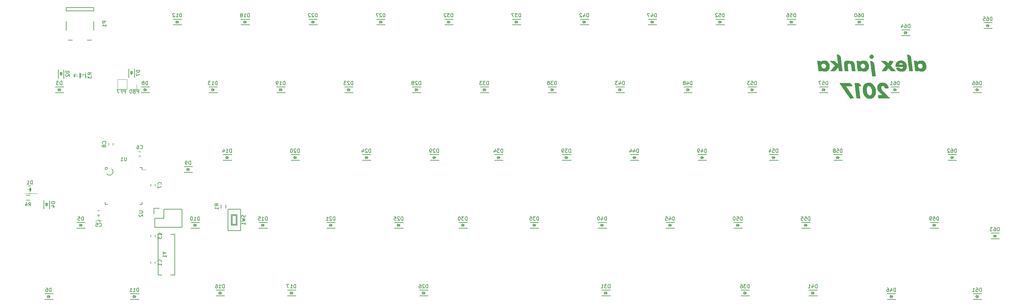
<source format=gbo>
G04 #@! TF.FileFunction,Legend,Bot*
%FSLAX46Y46*%
G04 Gerber Fmt 4.6, Leading zero omitted, Abs format (unit mm)*
G04 Created by KiCad (PCBNEW 4.0.5) date 01/22/17 22:08:40*
%MOMM*%
%LPD*%
G01*
G04 APERTURE LIST*
%ADD10C,0.100000*%
%ADD11C,0.150000*%
%ADD12C,0.010000*%
%ADD13C,0.120000*%
%ADD14C,7.401300*%
%ADD15C,2.686000*%
%ADD16R,1.900000X0.950000*%
%ADD17R,0.950000X1.900000*%
%ADD18R,1.150000X1.600000*%
%ADD19R,1.600000X1.150000*%
%ADD20R,1.997660X2.200860*%
%ADD21R,0.850000X0.990000*%
%ADD22R,0.990000X0.850000*%
%ADD23R,0.900380X2.701240*%
%ADD24R,2.398980X2.899360*%
%ADD25C,1.299160*%
%ADD26R,1.300000X1.600000*%
%ADD27R,1.600000X1.300000*%
%ADD28R,2.000000X2.580000*%
%ADD29R,2.127200X2.127200*%
%ADD30O,2.127200X2.127200*%
%ADD31R,2.400000X5.900000*%
%ADD32O,10.399980X5.401260*%
%ADD33C,7.400240*%
%ADD34R,2.100000X2.100000*%
%ADD35O,2.100000X2.100000*%
G04 APERTURE END LIST*
D10*
D11*
X107550000Y-118700000D02*
G75*
G03X107550000Y-118700000I-1000000J0D01*
G01*
X115725000Y-117525000D02*
X115725000Y-118200000D01*
X105375000Y-117525000D02*
X105375000Y-118200000D01*
X105375000Y-127875000D02*
X105375000Y-127200000D01*
X115725000Y-127875000D02*
X115725000Y-127200000D01*
X115725000Y-117525000D02*
X115050000Y-117525000D01*
X115725000Y-127875000D02*
X115050000Y-127875000D01*
X105375000Y-127875000D02*
X106050000Y-127875000D01*
X105375000Y-117525000D02*
X106050000Y-117525000D01*
X115725000Y-118200000D02*
X117000000Y-118200000D01*
X119350000Y-144600000D02*
X119350000Y-143900000D01*
X118150000Y-143900000D02*
X118150000Y-144600000D01*
X96600000Y-92100000D02*
X96600000Y-91400000D01*
X95400000Y-91400000D02*
X95400000Y-92100000D01*
X119350000Y-137100000D02*
X119350000Y-136400000D01*
X118150000Y-136400000D02*
X118150000Y-137100000D01*
X103150000Y-130850000D02*
X103850000Y-130850000D01*
X103850000Y-129650000D02*
X103150000Y-129650000D01*
X103150000Y-132350000D02*
X103850000Y-132350000D01*
X103850000Y-131150000D02*
X103150000Y-131150000D01*
X115350000Y-113150000D02*
X114650000Y-113150000D01*
X114650000Y-114350000D02*
X115350000Y-114350000D01*
X119350000Y-122850000D02*
X119350000Y-122150000D01*
X118150000Y-122150000D02*
X118150000Y-122850000D01*
X106400000Y-110650000D02*
X106400000Y-111350000D01*
X107600000Y-111350000D02*
X107600000Y-110650000D01*
X86400000Y-124800000D02*
X82800000Y-124800000D01*
X86400000Y-122700000D02*
X82800000Y-122700000D01*
X84350000Y-123450000D02*
X84350000Y-124050000D01*
X84350000Y-124050000D02*
X84650000Y-123750000D01*
X84650000Y-123750000D02*
X84450000Y-123550000D01*
X84450000Y-123550000D02*
X84450000Y-123800000D01*
X84450000Y-123800000D02*
X84500000Y-123750000D01*
X84750000Y-123250000D02*
X84750000Y-124250000D01*
X84250000Y-123750000D02*
X83750000Y-123750000D01*
X84750000Y-123750000D02*
X84250000Y-123250000D01*
X84250000Y-123250000D02*
X84250000Y-124250000D01*
X84250000Y-124250000D02*
X84750000Y-123750000D01*
X93000000Y-91000000D02*
X93000000Y-90750000D01*
X93000000Y-91500000D02*
X93000000Y-91750000D01*
X93000000Y-91500000D02*
X93350000Y-91000000D01*
X93350000Y-91000000D02*
X92650000Y-91000000D01*
X92650000Y-91000000D02*
X93000000Y-91500000D01*
X93350000Y-91500000D02*
X92650000Y-91500000D01*
X92200000Y-92550000D02*
X92200000Y-90150000D01*
X93800000Y-92550000D02*
X93800000Y-90150000D01*
X92250000Y-95750000D02*
X92000000Y-95750000D01*
X92750000Y-95750000D02*
X93000000Y-95750000D01*
X92750000Y-95750000D02*
X92250000Y-95400000D01*
X92250000Y-95400000D02*
X92250000Y-96100000D01*
X92250000Y-96100000D02*
X92750000Y-95750000D01*
X92750000Y-95400000D02*
X92750000Y-96100000D01*
X93800000Y-96550000D02*
X91400000Y-96550000D01*
X93800000Y-94950000D02*
X91400000Y-94950000D01*
X88950000Y-127650000D02*
X88950000Y-127400000D01*
X88950000Y-128150000D02*
X88950000Y-128400000D01*
X88950000Y-128150000D02*
X89300000Y-127650000D01*
X89300000Y-127650000D02*
X88600000Y-127650000D01*
X88600000Y-127650000D02*
X88950000Y-128150000D01*
X89300000Y-128150000D02*
X88600000Y-128150000D01*
X88150000Y-129200000D02*
X88150000Y-126800000D01*
X89750000Y-129200000D02*
X89750000Y-126800000D01*
X98250000Y-133750000D02*
X98000000Y-133750000D01*
X98750000Y-133750000D02*
X99000000Y-133750000D01*
X98750000Y-133750000D02*
X98250000Y-133400000D01*
X98250000Y-133400000D02*
X98250000Y-134100000D01*
X98250000Y-134100000D02*
X98750000Y-133750000D01*
X98750000Y-133400000D02*
X98750000Y-134100000D01*
X99800000Y-134550000D02*
X97400000Y-134550000D01*
X99800000Y-132950000D02*
X97400000Y-132950000D01*
X89250000Y-153750000D02*
X89000000Y-153750000D01*
X89750000Y-153750000D02*
X90000000Y-153750000D01*
X89750000Y-153750000D02*
X89250000Y-153400000D01*
X89250000Y-153400000D02*
X89250000Y-154100000D01*
X89250000Y-154100000D02*
X89750000Y-153750000D01*
X89750000Y-153400000D02*
X89750000Y-154100000D01*
X90800000Y-154550000D02*
X88400000Y-154550000D01*
X90800000Y-152950000D02*
X88400000Y-152950000D01*
X112750000Y-90750000D02*
X112750000Y-90500000D01*
X112750000Y-91250000D02*
X112750000Y-91500000D01*
X112750000Y-91250000D02*
X113100000Y-90750000D01*
X113100000Y-90750000D02*
X112400000Y-90750000D01*
X112400000Y-90750000D02*
X112750000Y-91250000D01*
X113100000Y-91250000D02*
X112400000Y-91250000D01*
X111950000Y-92300000D02*
X111950000Y-89900000D01*
X113550000Y-92300000D02*
X113550000Y-89900000D01*
X116250000Y-95750000D02*
X116000000Y-95750000D01*
X116750000Y-95750000D02*
X117000000Y-95750000D01*
X116750000Y-95750000D02*
X116250000Y-95400000D01*
X116250000Y-95400000D02*
X116250000Y-96100000D01*
X116250000Y-96100000D02*
X116750000Y-95750000D01*
X116750000Y-95400000D02*
X116750000Y-96100000D01*
X117800000Y-96550000D02*
X115400000Y-96550000D01*
X117800000Y-94950000D02*
X115400000Y-94950000D01*
X128300000Y-118100000D02*
X128050000Y-118100000D01*
X128800000Y-118100000D02*
X129050000Y-118100000D01*
X128800000Y-118100000D02*
X128300000Y-117750000D01*
X128300000Y-117750000D02*
X128300000Y-118450000D01*
X128300000Y-118450000D02*
X128800000Y-118100000D01*
X128800000Y-117750000D02*
X128800000Y-118450000D01*
X129850000Y-118900000D02*
X127450000Y-118900000D01*
X129850000Y-117300000D02*
X127450000Y-117300000D01*
X130250000Y-133750000D02*
X130000000Y-133750000D01*
X130750000Y-133750000D02*
X131000000Y-133750000D01*
X130750000Y-133750000D02*
X130250000Y-133400000D01*
X130250000Y-133400000D02*
X130250000Y-134100000D01*
X130250000Y-134100000D02*
X130750000Y-133750000D01*
X130750000Y-133400000D02*
X130750000Y-134100000D01*
X131800000Y-134550000D02*
X129400000Y-134550000D01*
X131800000Y-132950000D02*
X129400000Y-132950000D01*
X113250000Y-153750000D02*
X113000000Y-153750000D01*
X113750000Y-153750000D02*
X114000000Y-153750000D01*
X113750000Y-153750000D02*
X113250000Y-153400000D01*
X113250000Y-153400000D02*
X113250000Y-154100000D01*
X113250000Y-154100000D02*
X113750000Y-153750000D01*
X113750000Y-153400000D02*
X113750000Y-154100000D01*
X114800000Y-154550000D02*
X112400000Y-154550000D01*
X114800000Y-152950000D02*
X112400000Y-152950000D01*
X125250000Y-76750000D02*
X125000000Y-76750000D01*
X125750000Y-76750000D02*
X126000000Y-76750000D01*
X125750000Y-76750000D02*
X125250000Y-76400000D01*
X125250000Y-76400000D02*
X125250000Y-77100000D01*
X125250000Y-77100000D02*
X125750000Y-76750000D01*
X125750000Y-76400000D02*
X125750000Y-77100000D01*
X126800000Y-77550000D02*
X124400000Y-77550000D01*
X126800000Y-75950000D02*
X124400000Y-75950000D01*
X135250000Y-95750000D02*
X135000000Y-95750000D01*
X135750000Y-95750000D02*
X136000000Y-95750000D01*
X135750000Y-95750000D02*
X135250000Y-95400000D01*
X135250000Y-95400000D02*
X135250000Y-96100000D01*
X135250000Y-96100000D02*
X135750000Y-95750000D01*
X135750000Y-95400000D02*
X135750000Y-96100000D01*
X136800000Y-96550000D02*
X134400000Y-96550000D01*
X136800000Y-94950000D02*
X134400000Y-94950000D01*
X139250000Y-114750000D02*
X139000000Y-114750000D01*
X139750000Y-114750000D02*
X140000000Y-114750000D01*
X139750000Y-114750000D02*
X139250000Y-114400000D01*
X139250000Y-114400000D02*
X139250000Y-115100000D01*
X139250000Y-115100000D02*
X139750000Y-114750000D01*
X139750000Y-114400000D02*
X139750000Y-115100000D01*
X140800000Y-115550000D02*
X138400000Y-115550000D01*
X140800000Y-113950000D02*
X138400000Y-113950000D01*
X149250000Y-133750000D02*
X149000000Y-133750000D01*
X149750000Y-133750000D02*
X150000000Y-133750000D01*
X149750000Y-133750000D02*
X149250000Y-133400000D01*
X149250000Y-133400000D02*
X149250000Y-134100000D01*
X149250000Y-134100000D02*
X149750000Y-133750000D01*
X149750000Y-133400000D02*
X149750000Y-134100000D01*
X150800000Y-134550000D02*
X148400000Y-134550000D01*
X150800000Y-132950000D02*
X148400000Y-132950000D01*
X137250000Y-152750000D02*
X137000000Y-152750000D01*
X137750000Y-152750000D02*
X138000000Y-152750000D01*
X137750000Y-152750000D02*
X137250000Y-152400000D01*
X137250000Y-152400000D02*
X137250000Y-153100000D01*
X137250000Y-153100000D02*
X137750000Y-152750000D01*
X137750000Y-152400000D02*
X137750000Y-153100000D01*
X138800000Y-153550000D02*
X136400000Y-153550000D01*
X138800000Y-151950000D02*
X136400000Y-151950000D01*
X157250000Y-152750000D02*
X157000000Y-152750000D01*
X157750000Y-152750000D02*
X158000000Y-152750000D01*
X157750000Y-152750000D02*
X157250000Y-152400000D01*
X157250000Y-152400000D02*
X157250000Y-153100000D01*
X157250000Y-153100000D02*
X157750000Y-152750000D01*
X157750000Y-152400000D02*
X157750000Y-153100000D01*
X158800000Y-153550000D02*
X156400000Y-153550000D01*
X158800000Y-151950000D02*
X156400000Y-151950000D01*
X144250000Y-76750000D02*
X144000000Y-76750000D01*
X144750000Y-76750000D02*
X145000000Y-76750000D01*
X144750000Y-76750000D02*
X144250000Y-76400000D01*
X144250000Y-76400000D02*
X144250000Y-77100000D01*
X144250000Y-77100000D02*
X144750000Y-76750000D01*
X144750000Y-76400000D02*
X144750000Y-77100000D01*
X145800000Y-77550000D02*
X143400000Y-77550000D01*
X145800000Y-75950000D02*
X143400000Y-75950000D01*
X154250000Y-95750000D02*
X154000000Y-95750000D01*
X154750000Y-95750000D02*
X155000000Y-95750000D01*
X154750000Y-95750000D02*
X154250000Y-95400000D01*
X154250000Y-95400000D02*
X154250000Y-96100000D01*
X154250000Y-96100000D02*
X154750000Y-95750000D01*
X154750000Y-95400000D02*
X154750000Y-96100000D01*
X155800000Y-96550000D02*
X153400000Y-96550000D01*
X155800000Y-94950000D02*
X153400000Y-94950000D01*
X158250000Y-114750000D02*
X158000000Y-114750000D01*
X158750000Y-114750000D02*
X159000000Y-114750000D01*
X158750000Y-114750000D02*
X158250000Y-114400000D01*
X158250000Y-114400000D02*
X158250000Y-115100000D01*
X158250000Y-115100000D02*
X158750000Y-114750000D01*
X158750000Y-114400000D02*
X158750000Y-115100000D01*
X159800000Y-115550000D02*
X157400000Y-115550000D01*
X159800000Y-113950000D02*
X157400000Y-113950000D01*
X168250000Y-133750000D02*
X168000000Y-133750000D01*
X168750000Y-133750000D02*
X169000000Y-133750000D01*
X168750000Y-133750000D02*
X168250000Y-133400000D01*
X168250000Y-133400000D02*
X168250000Y-134100000D01*
X168250000Y-134100000D02*
X168750000Y-133750000D01*
X168750000Y-133400000D02*
X168750000Y-134100000D01*
X169800000Y-134550000D02*
X167400000Y-134550000D01*
X169800000Y-132950000D02*
X167400000Y-132950000D01*
X163250000Y-76750000D02*
X163000000Y-76750000D01*
X163750000Y-76750000D02*
X164000000Y-76750000D01*
X163750000Y-76750000D02*
X163250000Y-76400000D01*
X163250000Y-76400000D02*
X163250000Y-77100000D01*
X163250000Y-77100000D02*
X163750000Y-76750000D01*
X163750000Y-76400000D02*
X163750000Y-77100000D01*
X164800000Y-77550000D02*
X162400000Y-77550000D01*
X164800000Y-75950000D02*
X162400000Y-75950000D01*
X173250000Y-95750000D02*
X173000000Y-95750000D01*
X173750000Y-95750000D02*
X174000000Y-95750000D01*
X173750000Y-95750000D02*
X173250000Y-95400000D01*
X173250000Y-95400000D02*
X173250000Y-96100000D01*
X173250000Y-96100000D02*
X173750000Y-95750000D01*
X173750000Y-95400000D02*
X173750000Y-96100000D01*
X174800000Y-96550000D02*
X172400000Y-96550000D01*
X174800000Y-94950000D02*
X172400000Y-94950000D01*
X178250000Y-114750000D02*
X178000000Y-114750000D01*
X178750000Y-114750000D02*
X179000000Y-114750000D01*
X178750000Y-114750000D02*
X178250000Y-114400000D01*
X178250000Y-114400000D02*
X178250000Y-115100000D01*
X178250000Y-115100000D02*
X178750000Y-114750000D01*
X178750000Y-114400000D02*
X178750000Y-115100000D01*
X179800000Y-115550000D02*
X177400000Y-115550000D01*
X179800000Y-113950000D02*
X177400000Y-113950000D01*
X187250000Y-133750000D02*
X187000000Y-133750000D01*
X187750000Y-133750000D02*
X188000000Y-133750000D01*
X187750000Y-133750000D02*
X187250000Y-133400000D01*
X187250000Y-133400000D02*
X187250000Y-134100000D01*
X187250000Y-134100000D02*
X187750000Y-133750000D01*
X187750000Y-133400000D02*
X187750000Y-134100000D01*
X188800000Y-134550000D02*
X186400000Y-134550000D01*
X188800000Y-132950000D02*
X186400000Y-132950000D01*
X194250000Y-152750000D02*
X194000000Y-152750000D01*
X194750000Y-152750000D02*
X195000000Y-152750000D01*
X194750000Y-152750000D02*
X194250000Y-152400000D01*
X194250000Y-152400000D02*
X194250000Y-153100000D01*
X194250000Y-153100000D02*
X194750000Y-152750000D01*
X194750000Y-152400000D02*
X194750000Y-153100000D01*
X195800000Y-153550000D02*
X193400000Y-153550000D01*
X195800000Y-151950000D02*
X193400000Y-151950000D01*
X182250000Y-76750000D02*
X182000000Y-76750000D01*
X182750000Y-76750000D02*
X183000000Y-76750000D01*
X182750000Y-76750000D02*
X182250000Y-76400000D01*
X182250000Y-76400000D02*
X182250000Y-77100000D01*
X182250000Y-77100000D02*
X182750000Y-76750000D01*
X182750000Y-76400000D02*
X182750000Y-77100000D01*
X183800000Y-77550000D02*
X181400000Y-77550000D01*
X183800000Y-75950000D02*
X181400000Y-75950000D01*
X192250000Y-95750000D02*
X192000000Y-95750000D01*
X192750000Y-95750000D02*
X193000000Y-95750000D01*
X192750000Y-95750000D02*
X192250000Y-95400000D01*
X192250000Y-95400000D02*
X192250000Y-96100000D01*
X192250000Y-96100000D02*
X192750000Y-95750000D01*
X192750000Y-95400000D02*
X192750000Y-96100000D01*
X193800000Y-96550000D02*
X191400000Y-96550000D01*
X193800000Y-94950000D02*
X191400000Y-94950000D01*
X197250000Y-114750000D02*
X197000000Y-114750000D01*
X197750000Y-114750000D02*
X198000000Y-114750000D01*
X197750000Y-114750000D02*
X197250000Y-114400000D01*
X197250000Y-114400000D02*
X197250000Y-115100000D01*
X197250000Y-115100000D02*
X197750000Y-114750000D01*
X197750000Y-114400000D02*
X197750000Y-115100000D01*
X198800000Y-115550000D02*
X196400000Y-115550000D01*
X198800000Y-113950000D02*
X196400000Y-113950000D01*
X205250000Y-133750000D02*
X205000000Y-133750000D01*
X205750000Y-133750000D02*
X206000000Y-133750000D01*
X205750000Y-133750000D02*
X205250000Y-133400000D01*
X205250000Y-133400000D02*
X205250000Y-134100000D01*
X205250000Y-134100000D02*
X205750000Y-133750000D01*
X205750000Y-133400000D02*
X205750000Y-134100000D01*
X206800000Y-134550000D02*
X204400000Y-134550000D01*
X206800000Y-132950000D02*
X204400000Y-132950000D01*
X245250000Y-152750000D02*
X245000000Y-152750000D01*
X245750000Y-152750000D02*
X246000000Y-152750000D01*
X245750000Y-152750000D02*
X245250000Y-152400000D01*
X245250000Y-152400000D02*
X245250000Y-153100000D01*
X245250000Y-153100000D02*
X245750000Y-152750000D01*
X245750000Y-152400000D02*
X245750000Y-153100000D01*
X246800000Y-153550000D02*
X244400000Y-153550000D01*
X246800000Y-151950000D02*
X244400000Y-151950000D01*
X201250000Y-76750000D02*
X201000000Y-76750000D01*
X201750000Y-76750000D02*
X202000000Y-76750000D01*
X201750000Y-76750000D02*
X201250000Y-76400000D01*
X201250000Y-76400000D02*
X201250000Y-77100000D01*
X201250000Y-77100000D02*
X201750000Y-76750000D01*
X201750000Y-76400000D02*
X201750000Y-77100000D01*
X202800000Y-77550000D02*
X200400000Y-77550000D01*
X202800000Y-75950000D02*
X200400000Y-75950000D01*
X211250000Y-95750000D02*
X211000000Y-95750000D01*
X211750000Y-95750000D02*
X212000000Y-95750000D01*
X211750000Y-95750000D02*
X211250000Y-95400000D01*
X211250000Y-95400000D02*
X211250000Y-96100000D01*
X211250000Y-96100000D02*
X211750000Y-95750000D01*
X211750000Y-95400000D02*
X211750000Y-96100000D01*
X212800000Y-96550000D02*
X210400000Y-96550000D01*
X212800000Y-94950000D02*
X210400000Y-94950000D01*
X215250000Y-114750000D02*
X215000000Y-114750000D01*
X215750000Y-114750000D02*
X216000000Y-114750000D01*
X215750000Y-114750000D02*
X215250000Y-114400000D01*
X215250000Y-114400000D02*
X215250000Y-115100000D01*
X215250000Y-115100000D02*
X215750000Y-114750000D01*
X215750000Y-114400000D02*
X215750000Y-115100000D01*
X216800000Y-115550000D02*
X214400000Y-115550000D01*
X216800000Y-113950000D02*
X214400000Y-113950000D01*
X225250000Y-133750000D02*
X225000000Y-133750000D01*
X225750000Y-133750000D02*
X226000000Y-133750000D01*
X225750000Y-133750000D02*
X225250000Y-133400000D01*
X225250000Y-133400000D02*
X225250000Y-134100000D01*
X225250000Y-134100000D02*
X225750000Y-133750000D01*
X225750000Y-133400000D02*
X225750000Y-134100000D01*
X226800000Y-134550000D02*
X224400000Y-134550000D01*
X226800000Y-132950000D02*
X224400000Y-132950000D01*
X284250000Y-152750000D02*
X284000000Y-152750000D01*
X284750000Y-152750000D02*
X285000000Y-152750000D01*
X284750000Y-152750000D02*
X284250000Y-152400000D01*
X284250000Y-152400000D02*
X284250000Y-153100000D01*
X284250000Y-153100000D02*
X284750000Y-152750000D01*
X284750000Y-152400000D02*
X284750000Y-153100000D01*
X285800000Y-153550000D02*
X283400000Y-153550000D01*
X285800000Y-151950000D02*
X283400000Y-151950000D01*
X220250000Y-76750000D02*
X220000000Y-76750000D01*
X220750000Y-76750000D02*
X221000000Y-76750000D01*
X220750000Y-76750000D02*
X220250000Y-76400000D01*
X220250000Y-76400000D02*
X220250000Y-77100000D01*
X220250000Y-77100000D02*
X220750000Y-76750000D01*
X220750000Y-76400000D02*
X220750000Y-77100000D01*
X221800000Y-77550000D02*
X219400000Y-77550000D01*
X221800000Y-75950000D02*
X219400000Y-75950000D01*
X230250000Y-95750000D02*
X230000000Y-95750000D01*
X230750000Y-95750000D02*
X231000000Y-95750000D01*
X230750000Y-95750000D02*
X230250000Y-95400000D01*
X230250000Y-95400000D02*
X230250000Y-96100000D01*
X230250000Y-96100000D02*
X230750000Y-95750000D01*
X230750000Y-95400000D02*
X230750000Y-96100000D01*
X231800000Y-96550000D02*
X229400000Y-96550000D01*
X231800000Y-94950000D02*
X229400000Y-94950000D01*
X234250000Y-114750000D02*
X234000000Y-114750000D01*
X234750000Y-114750000D02*
X235000000Y-114750000D01*
X234750000Y-114750000D02*
X234250000Y-114400000D01*
X234250000Y-114400000D02*
X234250000Y-115100000D01*
X234250000Y-115100000D02*
X234750000Y-114750000D01*
X234750000Y-114400000D02*
X234750000Y-115100000D01*
X235800000Y-115550000D02*
X233400000Y-115550000D01*
X235800000Y-113950000D02*
X233400000Y-113950000D01*
X244250000Y-133750000D02*
X244000000Y-133750000D01*
X244750000Y-133750000D02*
X245000000Y-133750000D01*
X244750000Y-133750000D02*
X244250000Y-133400000D01*
X244250000Y-133400000D02*
X244250000Y-134100000D01*
X244250000Y-134100000D02*
X244750000Y-133750000D01*
X244750000Y-133400000D02*
X244750000Y-134100000D01*
X245800000Y-134550000D02*
X243400000Y-134550000D01*
X245800000Y-132950000D02*
X243400000Y-132950000D01*
X303250000Y-152750000D02*
X303000000Y-152750000D01*
X303750000Y-152750000D02*
X304000000Y-152750000D01*
X303750000Y-152750000D02*
X303250000Y-152400000D01*
X303250000Y-152400000D02*
X303250000Y-153100000D01*
X303250000Y-153100000D02*
X303750000Y-152750000D01*
X303750000Y-152400000D02*
X303750000Y-153100000D01*
X304800000Y-153550000D02*
X302400000Y-153550000D01*
X304800000Y-151950000D02*
X302400000Y-151950000D01*
X239250000Y-76750000D02*
X239000000Y-76750000D01*
X239750000Y-76750000D02*
X240000000Y-76750000D01*
X239750000Y-76750000D02*
X239250000Y-76400000D01*
X239250000Y-76400000D02*
X239250000Y-77100000D01*
X239250000Y-77100000D02*
X239750000Y-76750000D01*
X239750000Y-76400000D02*
X239750000Y-77100000D01*
X240800000Y-77550000D02*
X238400000Y-77550000D01*
X240800000Y-75950000D02*
X238400000Y-75950000D01*
X249250000Y-95750000D02*
X249000000Y-95750000D01*
X249750000Y-95750000D02*
X250000000Y-95750000D01*
X249750000Y-95750000D02*
X249250000Y-95400000D01*
X249250000Y-95400000D02*
X249250000Y-96100000D01*
X249250000Y-96100000D02*
X249750000Y-95750000D01*
X249750000Y-95400000D02*
X249750000Y-96100000D01*
X250800000Y-96550000D02*
X248400000Y-96550000D01*
X250800000Y-94950000D02*
X248400000Y-94950000D01*
X253250000Y-114750000D02*
X253000000Y-114750000D01*
X253750000Y-114750000D02*
X254000000Y-114750000D01*
X253750000Y-114750000D02*
X253250000Y-114400000D01*
X253250000Y-114400000D02*
X253250000Y-115100000D01*
X253250000Y-115100000D02*
X253750000Y-114750000D01*
X253750000Y-114400000D02*
X253750000Y-115100000D01*
X254800000Y-115550000D02*
X252400000Y-115550000D01*
X254800000Y-113950000D02*
X252400000Y-113950000D01*
X263250000Y-133750000D02*
X263000000Y-133750000D01*
X263750000Y-133750000D02*
X264000000Y-133750000D01*
X263750000Y-133750000D02*
X263250000Y-133400000D01*
X263250000Y-133400000D02*
X263250000Y-134100000D01*
X263250000Y-134100000D02*
X263750000Y-133750000D01*
X263750000Y-133400000D02*
X263750000Y-134100000D01*
X264800000Y-134550000D02*
X262400000Y-134550000D01*
X264800000Y-132950000D02*
X262400000Y-132950000D01*
X325250000Y-153750000D02*
X325000000Y-153750000D01*
X325750000Y-153750000D02*
X326000000Y-153750000D01*
X325750000Y-153750000D02*
X325250000Y-153400000D01*
X325250000Y-153400000D02*
X325250000Y-154100000D01*
X325250000Y-154100000D02*
X325750000Y-153750000D01*
X325750000Y-153400000D02*
X325750000Y-154100000D01*
X326800000Y-154550000D02*
X324400000Y-154550000D01*
X326800000Y-152950000D02*
X324400000Y-152950000D01*
X258250000Y-76750000D02*
X258000000Y-76750000D01*
X258750000Y-76750000D02*
X259000000Y-76750000D01*
X258750000Y-76750000D02*
X258250000Y-76400000D01*
X258250000Y-76400000D02*
X258250000Y-77100000D01*
X258250000Y-77100000D02*
X258750000Y-76750000D01*
X258750000Y-76400000D02*
X258750000Y-77100000D01*
X259800000Y-77550000D02*
X257400000Y-77550000D01*
X259800000Y-75950000D02*
X257400000Y-75950000D01*
X268250000Y-95750000D02*
X268000000Y-95750000D01*
X268750000Y-95750000D02*
X269000000Y-95750000D01*
X268750000Y-95750000D02*
X268250000Y-95400000D01*
X268250000Y-95400000D02*
X268250000Y-96100000D01*
X268250000Y-96100000D02*
X268750000Y-95750000D01*
X268750000Y-95400000D02*
X268750000Y-96100000D01*
X269800000Y-96550000D02*
X267400000Y-96550000D01*
X269800000Y-94950000D02*
X267400000Y-94950000D01*
X272250000Y-114750000D02*
X272000000Y-114750000D01*
X272750000Y-114750000D02*
X273000000Y-114750000D01*
X272750000Y-114750000D02*
X272250000Y-114400000D01*
X272250000Y-114400000D02*
X272250000Y-115100000D01*
X272250000Y-115100000D02*
X272750000Y-114750000D01*
X272750000Y-114400000D02*
X272750000Y-115100000D01*
X273800000Y-115550000D02*
X271400000Y-115550000D01*
X273800000Y-113950000D02*
X271400000Y-113950000D01*
X282250000Y-133750000D02*
X282000000Y-133750000D01*
X282750000Y-133750000D02*
X283000000Y-133750000D01*
X282750000Y-133750000D02*
X282250000Y-133400000D01*
X282250000Y-133400000D02*
X282250000Y-134100000D01*
X282250000Y-134100000D02*
X282750000Y-133750000D01*
X282750000Y-133400000D02*
X282750000Y-134100000D01*
X283800000Y-134550000D02*
X281400000Y-134550000D01*
X283800000Y-132950000D02*
X281400000Y-132950000D01*
X349250000Y-153750000D02*
X349000000Y-153750000D01*
X349750000Y-153750000D02*
X350000000Y-153750000D01*
X349750000Y-153750000D02*
X349250000Y-153400000D01*
X349250000Y-153400000D02*
X349250000Y-154100000D01*
X349250000Y-154100000D02*
X349750000Y-153750000D01*
X349750000Y-153400000D02*
X349750000Y-154100000D01*
X350800000Y-154550000D02*
X348400000Y-154550000D01*
X350800000Y-152950000D02*
X348400000Y-152950000D01*
X277250000Y-76750000D02*
X277000000Y-76750000D01*
X277750000Y-76750000D02*
X278000000Y-76750000D01*
X277750000Y-76750000D02*
X277250000Y-76400000D01*
X277250000Y-76400000D02*
X277250000Y-77100000D01*
X277250000Y-77100000D02*
X277750000Y-76750000D01*
X277750000Y-76400000D02*
X277750000Y-77100000D01*
X278800000Y-77550000D02*
X276400000Y-77550000D01*
X278800000Y-75950000D02*
X276400000Y-75950000D01*
X286250000Y-95750000D02*
X286000000Y-95750000D01*
X286750000Y-95750000D02*
X287000000Y-95750000D01*
X286750000Y-95750000D02*
X286250000Y-95400000D01*
X286250000Y-95400000D02*
X286250000Y-96100000D01*
X286250000Y-96100000D02*
X286750000Y-95750000D01*
X286750000Y-95400000D02*
X286750000Y-96100000D01*
X287800000Y-96550000D02*
X285400000Y-96550000D01*
X287800000Y-94950000D02*
X285400000Y-94950000D01*
X292250000Y-114750000D02*
X292000000Y-114750000D01*
X292750000Y-114750000D02*
X293000000Y-114750000D01*
X292750000Y-114750000D02*
X292250000Y-114400000D01*
X292250000Y-114400000D02*
X292250000Y-115100000D01*
X292250000Y-115100000D02*
X292750000Y-114750000D01*
X292750000Y-114400000D02*
X292750000Y-115100000D01*
X293800000Y-115550000D02*
X291400000Y-115550000D01*
X293800000Y-113950000D02*
X291400000Y-113950000D01*
X301250000Y-133750000D02*
X301000000Y-133750000D01*
X301750000Y-133750000D02*
X302000000Y-133750000D01*
X301750000Y-133750000D02*
X301250000Y-133400000D01*
X301250000Y-133400000D02*
X301250000Y-134100000D01*
X301250000Y-134100000D02*
X301750000Y-133750000D01*
X301750000Y-133400000D02*
X301750000Y-134100000D01*
X302800000Y-134550000D02*
X300400000Y-134550000D01*
X302800000Y-132950000D02*
X300400000Y-132950000D01*
X297250000Y-76750000D02*
X297000000Y-76750000D01*
X297750000Y-76750000D02*
X298000000Y-76750000D01*
X297750000Y-76750000D02*
X297250000Y-76400000D01*
X297250000Y-76400000D02*
X297250000Y-77100000D01*
X297250000Y-77100000D02*
X297750000Y-76750000D01*
X297750000Y-76400000D02*
X297750000Y-77100000D01*
X298800000Y-77550000D02*
X296400000Y-77550000D01*
X298800000Y-75950000D02*
X296400000Y-75950000D01*
X306250000Y-95750000D02*
X306000000Y-95750000D01*
X306750000Y-95750000D02*
X307000000Y-95750000D01*
X306750000Y-95750000D02*
X306250000Y-95400000D01*
X306250000Y-95400000D02*
X306250000Y-96100000D01*
X306250000Y-96100000D02*
X306750000Y-95750000D01*
X306750000Y-95400000D02*
X306750000Y-96100000D01*
X307800000Y-96550000D02*
X305400000Y-96550000D01*
X307800000Y-94950000D02*
X305400000Y-94950000D01*
X310250000Y-114750000D02*
X310000000Y-114750000D01*
X310750000Y-114750000D02*
X311000000Y-114750000D01*
X310750000Y-114750000D02*
X310250000Y-114400000D01*
X310250000Y-114400000D02*
X310250000Y-115100000D01*
X310250000Y-115100000D02*
X310750000Y-114750000D01*
X310750000Y-114400000D02*
X310750000Y-115100000D01*
X311800000Y-115550000D02*
X309400000Y-115550000D01*
X311800000Y-113950000D02*
X309400000Y-113950000D01*
X337250000Y-133750000D02*
X337000000Y-133750000D01*
X337750000Y-133750000D02*
X338000000Y-133750000D01*
X337750000Y-133750000D02*
X337250000Y-133400000D01*
X337250000Y-133400000D02*
X337250000Y-134100000D01*
X337250000Y-134100000D02*
X337750000Y-133750000D01*
X337750000Y-133400000D02*
X337750000Y-134100000D01*
X338800000Y-134550000D02*
X336400000Y-134550000D01*
X338800000Y-132950000D02*
X336400000Y-132950000D01*
X316250000Y-76750000D02*
X316000000Y-76750000D01*
X316750000Y-76750000D02*
X317000000Y-76750000D01*
X316750000Y-76750000D02*
X316250000Y-76400000D01*
X316250000Y-76400000D02*
X316250000Y-77100000D01*
X316250000Y-77100000D02*
X316750000Y-76750000D01*
X316750000Y-76400000D02*
X316750000Y-77100000D01*
X317800000Y-77550000D02*
X315400000Y-77550000D01*
X317800000Y-75950000D02*
X315400000Y-75950000D01*
X326250000Y-95750000D02*
X326000000Y-95750000D01*
X326750000Y-95750000D02*
X327000000Y-95750000D01*
X326750000Y-95750000D02*
X326250000Y-95400000D01*
X326250000Y-95400000D02*
X326250000Y-96100000D01*
X326250000Y-96100000D02*
X326750000Y-95750000D01*
X326750000Y-95400000D02*
X326750000Y-96100000D01*
X327800000Y-96550000D02*
X325400000Y-96550000D01*
X327800000Y-94950000D02*
X325400000Y-94950000D01*
X342250000Y-114750000D02*
X342000000Y-114750000D01*
X342750000Y-114750000D02*
X343000000Y-114750000D01*
X342750000Y-114750000D02*
X342250000Y-114400000D01*
X342250000Y-114400000D02*
X342250000Y-115100000D01*
X342250000Y-115100000D02*
X342750000Y-114750000D01*
X342750000Y-114400000D02*
X342750000Y-115100000D01*
X343800000Y-115550000D02*
X341400000Y-115550000D01*
X343800000Y-113950000D02*
X341400000Y-113950000D01*
X354250000Y-136750000D02*
X354000000Y-136750000D01*
X354750000Y-136750000D02*
X355000000Y-136750000D01*
X354750000Y-136750000D02*
X354250000Y-136400000D01*
X354250000Y-136400000D02*
X354250000Y-137100000D01*
X354250000Y-137100000D02*
X354750000Y-136750000D01*
X354750000Y-136400000D02*
X354750000Y-137100000D01*
X355800000Y-137550000D02*
X353400000Y-137550000D01*
X355800000Y-135950000D02*
X353400000Y-135950000D01*
X329250000Y-79750000D02*
X329000000Y-79750000D01*
X329750000Y-79750000D02*
X330000000Y-79750000D01*
X329750000Y-79750000D02*
X329250000Y-79400000D01*
X329250000Y-79400000D02*
X329250000Y-80100000D01*
X329250000Y-80100000D02*
X329750000Y-79750000D01*
X329750000Y-79400000D02*
X329750000Y-80100000D01*
X330800000Y-80550000D02*
X328400000Y-80550000D01*
X330800000Y-78950000D02*
X328400000Y-78950000D01*
X352250000Y-77750000D02*
X352000000Y-77750000D01*
X352750000Y-77750000D02*
X353000000Y-77750000D01*
X352750000Y-77750000D02*
X352250000Y-77400000D01*
X352250000Y-77400000D02*
X352250000Y-78100000D01*
X352250000Y-78100000D02*
X352750000Y-77750000D01*
X352750000Y-77400000D02*
X352750000Y-78100000D01*
X353800000Y-78550000D02*
X351400000Y-78550000D01*
X353800000Y-76950000D02*
X351400000Y-76950000D01*
X349250000Y-95750000D02*
X349000000Y-95750000D01*
X349750000Y-95750000D02*
X350000000Y-95750000D01*
X349750000Y-95750000D02*
X349250000Y-95400000D01*
X349250000Y-95400000D02*
X349250000Y-96100000D01*
X349250000Y-96100000D02*
X349750000Y-95750000D01*
X349750000Y-95400000D02*
X349750000Y-96100000D01*
X350800000Y-96550000D02*
X348400000Y-96550000D01*
X350800000Y-94950000D02*
X348400000Y-94950000D01*
X94399360Y-73650820D02*
X102100640Y-73650820D01*
X94399360Y-72650060D02*
X102100640Y-72650060D01*
X102100640Y-72650060D02*
X102100640Y-81849940D01*
X102100640Y-81849940D02*
X94399360Y-81849940D01*
X94399360Y-81849940D02*
X94399360Y-72650060D01*
X139175000Y-129000000D02*
X139175000Y-128000000D01*
X137825000Y-128000000D02*
X137825000Y-129000000D01*
X96875000Y-91200000D02*
X96875000Y-92200000D01*
X98225000Y-92200000D02*
X98225000Y-91200000D01*
X98475000Y-91200000D02*
X98475000Y-92200000D01*
X99825000Y-92200000D02*
X99825000Y-91200000D01*
X84250000Y-125325000D02*
X83250000Y-125325000D01*
X83250000Y-126675000D02*
X84250000Y-126675000D01*
X142050220Y-133489890D02*
X142050220Y-130989890D01*
X142050220Y-130989890D02*
X140950220Y-130989890D01*
X140950220Y-130989890D02*
X140950220Y-133489890D01*
X140950220Y-133489890D02*
X142050220Y-133489890D01*
X140700220Y-133739890D02*
X140700220Y-130739890D01*
X142300220Y-133739890D02*
X142300220Y-130739890D01*
X142300220Y-130739890D02*
X140700220Y-130739890D01*
X142300220Y-133739890D02*
X140700220Y-133739890D01*
X139750220Y-135239890D02*
X139750220Y-129239890D01*
X143250220Y-135239890D02*
X143250220Y-129239890D01*
X143250220Y-135239890D02*
X139750220Y-135239890D01*
X143250220Y-129239890D02*
X139750220Y-129239890D01*
X121770000Y-129230000D02*
X126850000Y-129230000D01*
X118950000Y-128950000D02*
X118950000Y-130500000D01*
X119230000Y-131770000D02*
X121770000Y-131770000D01*
X121770000Y-131770000D02*
X121770000Y-129230000D01*
X126850000Y-129230000D02*
X126850000Y-134310000D01*
X126850000Y-134310000D02*
X121770000Y-134310000D01*
X118950000Y-128950000D02*
X120500000Y-128950000D01*
X119230000Y-134310000D02*
X119230000Y-131770000D01*
X121770000Y-134310000D02*
X119230000Y-134310000D01*
X124850000Y-136300000D02*
X120150000Y-136300000D01*
X124850000Y-147700000D02*
X120150000Y-147700000D01*
X124850000Y-147700000D02*
X124850000Y-136300000D01*
X120150000Y-147700000D02*
X120150000Y-136300000D01*
D12*
G36*
X318901921Y-93765042D02*
X318628490Y-93813881D01*
X318381003Y-93905304D01*
X318161317Y-94037764D01*
X317971288Y-94209712D01*
X317812774Y-94419602D01*
X317687631Y-94665886D01*
X317597716Y-94947019D01*
X317562633Y-95124200D01*
X317548367Y-95256509D01*
X317540037Y-95424722D01*
X317537506Y-95614309D01*
X317540636Y-95810737D01*
X317549291Y-95999476D01*
X317563334Y-96165993D01*
X317573147Y-96241800D01*
X317649806Y-96615401D01*
X317760907Y-96956573D01*
X317905459Y-97263499D01*
X318082475Y-97534365D01*
X318290967Y-97767354D01*
X318495914Y-97936920D01*
X318606835Y-98006393D01*
X318735750Y-98073117D01*
X318838814Y-98116508D01*
X318915922Y-98142352D01*
X318987057Y-98160700D01*
X319063966Y-98172998D01*
X319158400Y-98180698D01*
X319282106Y-98185247D01*
X319415800Y-98187674D01*
X319557039Y-98188892D01*
X319684476Y-98188559D01*
X319787520Y-98186809D01*
X319855580Y-98183778D01*
X319873000Y-98181857D01*
X319930826Y-98167414D01*
X320015639Y-98141626D01*
X320088900Y-98117043D01*
X320318096Y-98010216D01*
X320524186Y-97860227D01*
X320704106Y-97670596D01*
X320854793Y-97444840D01*
X320973182Y-97186478D01*
X321018180Y-97050053D01*
X321046601Y-96918179D01*
X321068259Y-96748539D01*
X321082792Y-96553761D01*
X321089836Y-96346474D01*
X321089328Y-96215653D01*
X320074727Y-96215653D01*
X320072679Y-96398164D01*
X320062434Y-96573866D01*
X320044569Y-96730320D01*
X320019661Y-96855087D01*
X320004553Y-96902200D01*
X319914920Y-97077374D01*
X319799176Y-97210535D01*
X319658727Y-97300326D01*
X319555500Y-97334643D01*
X319442552Y-97343300D01*
X319304568Y-97320818D01*
X319240138Y-97302885D01*
X319150358Y-97257766D01*
X319049458Y-97178585D01*
X318949619Y-97076418D01*
X318863026Y-96962342D01*
X318859404Y-96956745D01*
X318756869Y-96762064D01*
X318672680Y-96532160D01*
X318608110Y-96277989D01*
X318564435Y-96010505D01*
X318542928Y-95740665D01*
X318544865Y-95479421D01*
X318571519Y-95237730D01*
X318624165Y-95026546D01*
X318632219Y-95003965D01*
X318711162Y-94848982D01*
X318814474Y-94734872D01*
X318936812Y-94661307D01*
X319072830Y-94627959D01*
X319217182Y-94634500D01*
X319364524Y-94680600D01*
X319509510Y-94765932D01*
X319646794Y-94890167D01*
X319771032Y-95052977D01*
X319784619Y-95074776D01*
X319857542Y-95216576D01*
X319927200Y-95392315D01*
X319988013Y-95585185D01*
X320034402Y-95778378D01*
X320051930Y-95879964D01*
X320068003Y-96038773D01*
X320074727Y-96215653D01*
X321089328Y-96215653D01*
X321089030Y-96139307D01*
X321080011Y-95944888D01*
X321062417Y-95775846D01*
X321055937Y-95734969D01*
X320970514Y-95361126D01*
X320849870Y-95022742D01*
X320692975Y-94717705D01*
X320498799Y-94443904D01*
X320343465Y-94273009D01*
X320136489Y-94088330D01*
X319927221Y-93949228D01*
X319705410Y-93851108D01*
X319460800Y-93789376D01*
X319199439Y-93760332D01*
X318901921Y-93765042D01*
X318901921Y-93765042D01*
G37*
X318901921Y-93765042D02*
X318628490Y-93813881D01*
X318381003Y-93905304D01*
X318161317Y-94037764D01*
X317971288Y-94209712D01*
X317812774Y-94419602D01*
X317687631Y-94665886D01*
X317597716Y-94947019D01*
X317562633Y-95124200D01*
X317548367Y-95256509D01*
X317540037Y-95424722D01*
X317537506Y-95614309D01*
X317540636Y-95810737D01*
X317549291Y-95999476D01*
X317563334Y-96165993D01*
X317573147Y-96241800D01*
X317649806Y-96615401D01*
X317760907Y-96956573D01*
X317905459Y-97263499D01*
X318082475Y-97534365D01*
X318290967Y-97767354D01*
X318495914Y-97936920D01*
X318606835Y-98006393D01*
X318735750Y-98073117D01*
X318838814Y-98116508D01*
X318915922Y-98142352D01*
X318987057Y-98160700D01*
X319063966Y-98172998D01*
X319158400Y-98180698D01*
X319282106Y-98185247D01*
X319415800Y-98187674D01*
X319557039Y-98188892D01*
X319684476Y-98188559D01*
X319787520Y-98186809D01*
X319855580Y-98183778D01*
X319873000Y-98181857D01*
X319930826Y-98167414D01*
X320015639Y-98141626D01*
X320088900Y-98117043D01*
X320318096Y-98010216D01*
X320524186Y-97860227D01*
X320704106Y-97670596D01*
X320854793Y-97444840D01*
X320973182Y-97186478D01*
X321018180Y-97050053D01*
X321046601Y-96918179D01*
X321068259Y-96748539D01*
X321082792Y-96553761D01*
X321089836Y-96346474D01*
X321089328Y-96215653D01*
X320074727Y-96215653D01*
X320072679Y-96398164D01*
X320062434Y-96573866D01*
X320044569Y-96730320D01*
X320019661Y-96855087D01*
X320004553Y-96902200D01*
X319914920Y-97077374D01*
X319799176Y-97210535D01*
X319658727Y-97300326D01*
X319555500Y-97334643D01*
X319442552Y-97343300D01*
X319304568Y-97320818D01*
X319240138Y-97302885D01*
X319150358Y-97257766D01*
X319049458Y-97178585D01*
X318949619Y-97076418D01*
X318863026Y-96962342D01*
X318859404Y-96956745D01*
X318756869Y-96762064D01*
X318672680Y-96532160D01*
X318608110Y-96277989D01*
X318564435Y-96010505D01*
X318542928Y-95740665D01*
X318544865Y-95479421D01*
X318571519Y-95237730D01*
X318624165Y-95026546D01*
X318632219Y-95003965D01*
X318711162Y-94848982D01*
X318814474Y-94734872D01*
X318936812Y-94661307D01*
X319072830Y-94627959D01*
X319217182Y-94634500D01*
X319364524Y-94680600D01*
X319509510Y-94765932D01*
X319646794Y-94890167D01*
X319771032Y-95052977D01*
X319784619Y-95074776D01*
X319857542Y-95216576D01*
X319927200Y-95392315D01*
X319988013Y-95585185D01*
X320034402Y-95778378D01*
X320051930Y-95879964D01*
X320068003Y-96038773D01*
X320074727Y-96215653D01*
X321089328Y-96215653D01*
X321089030Y-96139307D01*
X321080011Y-95944888D01*
X321062417Y-95775846D01*
X321055937Y-95734969D01*
X320970514Y-95361126D01*
X320849870Y-95022742D01*
X320692975Y-94717705D01*
X320498799Y-94443904D01*
X320343465Y-94273009D01*
X320136489Y-94088330D01*
X319927221Y-93949228D01*
X319705410Y-93851108D01*
X319460800Y-93789376D01*
X319199439Y-93760332D01*
X318901921Y-93765042D01*
G36*
X311670260Y-93859037D02*
X311471156Y-93860222D01*
X311301719Y-93862040D01*
X311166543Y-93864447D01*
X311070223Y-93867399D01*
X311017354Y-93870850D01*
X311008400Y-93873139D01*
X311022527Y-93896455D01*
X311063631Y-93958762D01*
X311129804Y-94057263D01*
X311219136Y-94189163D01*
X311329714Y-94351666D01*
X311459630Y-94541977D01*
X311606973Y-94757300D01*
X311769832Y-94994839D01*
X311946298Y-95251798D01*
X312134460Y-95525383D01*
X312332407Y-95812796D01*
X312488600Y-96039317D01*
X312732631Y-96392836D01*
X312949599Y-96706649D01*
X313141105Y-96982990D01*
X313308754Y-97224092D01*
X313454147Y-97432188D01*
X313578887Y-97609513D01*
X313684576Y-97758299D01*
X313772817Y-97880780D01*
X313845212Y-97979189D01*
X313903364Y-98055760D01*
X313948876Y-98112727D01*
X313983349Y-98152323D01*
X314008386Y-98176782D01*
X314025590Y-98188336D01*
X314031650Y-98189964D01*
X314076672Y-98185801D01*
X314161252Y-98171056D01*
X314275715Y-98147676D01*
X314410388Y-98117602D01*
X314512937Y-98093261D01*
X314651344Y-98059196D01*
X314771561Y-98028844D01*
X314865309Y-98004356D01*
X314924308Y-97987885D01*
X314940848Y-97982019D01*
X314928260Y-97960153D01*
X314888901Y-97899721D01*
X314824938Y-97803906D01*
X314738541Y-97675892D01*
X314631878Y-97518862D01*
X314507118Y-97336000D01*
X314366431Y-97130491D01*
X314211985Y-96905516D01*
X314045949Y-96664261D01*
X313870492Y-96409908D01*
X313821386Y-96338823D01*
X312692451Y-94705100D01*
X313593436Y-94698425D01*
X314494421Y-94691751D01*
X314478294Y-94611116D01*
X314415840Y-94422253D01*
X314310468Y-94246246D01*
X314169978Y-94093020D01*
X314002167Y-93972502D01*
X313958491Y-93949448D01*
X313790855Y-93866900D01*
X312399628Y-93859722D01*
X312139091Y-93858742D01*
X311894437Y-93858529D01*
X311670260Y-93859037D01*
X311670260Y-93859037D01*
G37*
X311670260Y-93859037D02*
X311471156Y-93860222D01*
X311301719Y-93862040D01*
X311166543Y-93864447D01*
X311070223Y-93867399D01*
X311017354Y-93870850D01*
X311008400Y-93873139D01*
X311022527Y-93896455D01*
X311063631Y-93958762D01*
X311129804Y-94057263D01*
X311219136Y-94189163D01*
X311329714Y-94351666D01*
X311459630Y-94541977D01*
X311606973Y-94757300D01*
X311769832Y-94994839D01*
X311946298Y-95251798D01*
X312134460Y-95525383D01*
X312332407Y-95812796D01*
X312488600Y-96039317D01*
X312732631Y-96392836D01*
X312949599Y-96706649D01*
X313141105Y-96982990D01*
X313308754Y-97224092D01*
X313454147Y-97432188D01*
X313578887Y-97609513D01*
X313684576Y-97758299D01*
X313772817Y-97880780D01*
X313845212Y-97979189D01*
X313903364Y-98055760D01*
X313948876Y-98112727D01*
X313983349Y-98152323D01*
X314008386Y-98176782D01*
X314025590Y-98188336D01*
X314031650Y-98189964D01*
X314076672Y-98185801D01*
X314161252Y-98171056D01*
X314275715Y-98147676D01*
X314410388Y-98117602D01*
X314512937Y-98093261D01*
X314651344Y-98059196D01*
X314771561Y-98028844D01*
X314865309Y-98004356D01*
X314924308Y-97987885D01*
X314940848Y-97982019D01*
X314928260Y-97960153D01*
X314888901Y-97899721D01*
X314824938Y-97803906D01*
X314738541Y-97675892D01*
X314631878Y-97518862D01*
X314507118Y-97336000D01*
X314366431Y-97130491D01*
X314211985Y-96905516D01*
X314045949Y-96664261D01*
X313870492Y-96409908D01*
X313821386Y-96338823D01*
X312692451Y-94705100D01*
X313593436Y-94698425D01*
X314494421Y-94691751D01*
X314478294Y-94611116D01*
X314415840Y-94422253D01*
X314310468Y-94246246D01*
X314169978Y-94093020D01*
X314002167Y-93972502D01*
X313958491Y-93949448D01*
X313790855Y-93866900D01*
X312399628Y-93859722D01*
X312139091Y-93858742D01*
X311894437Y-93858529D01*
X311670260Y-93859037D01*
G36*
X322881569Y-93769706D02*
X322741335Y-93777296D01*
X322628326Y-93791653D01*
X322540000Y-93811228D01*
X322276415Y-93902861D01*
X322054124Y-94024033D01*
X321872910Y-94175000D01*
X321732557Y-94356016D01*
X321632849Y-94567339D01*
X321573570Y-94809223D01*
X321557174Y-94971800D01*
X321564476Y-95256654D01*
X321618355Y-95526732D01*
X321720022Y-95785635D01*
X321870690Y-96036963D01*
X321952262Y-96145377D01*
X322041828Y-96249955D01*
X322167752Y-96385357D01*
X322327823Y-96549346D01*
X322519831Y-96739682D01*
X322741566Y-96954127D01*
X322895600Y-97100669D01*
X323060700Y-97256839D01*
X322403897Y-97257319D01*
X321747093Y-97257800D01*
X321761010Y-97314950D01*
X321768887Y-97359839D01*
X321781122Y-97444554D01*
X321796269Y-97558454D01*
X321812884Y-97690897D01*
X321819625Y-97746750D01*
X321864324Y-98121400D01*
X323446762Y-98121400D01*
X323725106Y-98121100D01*
X323987852Y-98120237D01*
X324230693Y-98118862D01*
X324449320Y-98117027D01*
X324639425Y-98114785D01*
X324796701Y-98112188D01*
X324916837Y-98109289D01*
X324995527Y-98106139D01*
X325028462Y-98102791D01*
X325029200Y-98102203D01*
X325011765Y-98080894D01*
X324961834Y-98027439D01*
X324882970Y-97945474D01*
X324778736Y-97838638D01*
X324652696Y-97710566D01*
X324508413Y-97564896D01*
X324349449Y-97405265D01*
X324201777Y-97257653D01*
X323938967Y-96994538D01*
X323710164Y-96763147D01*
X323512525Y-96560235D01*
X323343208Y-96382558D01*
X323199369Y-96226871D01*
X323078167Y-96089929D01*
X322976759Y-95968489D01*
X322892303Y-95859305D01*
X322821955Y-95759133D01*
X322762873Y-95664728D01*
X322712216Y-95572846D01*
X322693918Y-95536569D01*
X322615585Y-95340545D01*
X322580156Y-95160077D01*
X322587518Y-94998302D01*
X322637559Y-94858360D01*
X322722084Y-94750762D01*
X322838961Y-94672286D01*
X322976110Y-94628386D01*
X323121984Y-94618141D01*
X323265037Y-94640634D01*
X323393723Y-94694943D01*
X323496493Y-94780151D01*
X323522480Y-94814483D01*
X323575196Y-94914868D01*
X323625346Y-95048287D01*
X323666373Y-95197131D01*
X323668530Y-95206750D01*
X323683968Y-95276600D01*
X324673600Y-95276600D01*
X324673600Y-95206239D01*
X324666920Y-95147609D01*
X324649308Y-95058487D01*
X324624409Y-94957044D01*
X324621375Y-94945889D01*
X324520998Y-94662163D01*
X324386219Y-94414807D01*
X324217833Y-94204707D01*
X324016635Y-94032745D01*
X323783422Y-93899807D01*
X323623498Y-93837500D01*
X323532216Y-93809238D01*
X323451395Y-93789896D01*
X323367279Y-93777772D01*
X323266111Y-93771165D01*
X323134134Y-93768375D01*
X323060700Y-93767910D01*
X322881569Y-93769706D01*
X322881569Y-93769706D01*
G37*
X322881569Y-93769706D02*
X322741335Y-93777296D01*
X322628326Y-93791653D01*
X322540000Y-93811228D01*
X322276415Y-93902861D01*
X322054124Y-94024033D01*
X321872910Y-94175000D01*
X321732557Y-94356016D01*
X321632849Y-94567339D01*
X321573570Y-94809223D01*
X321557174Y-94971800D01*
X321564476Y-95256654D01*
X321618355Y-95526732D01*
X321720022Y-95785635D01*
X321870690Y-96036963D01*
X321952262Y-96145377D01*
X322041828Y-96249955D01*
X322167752Y-96385357D01*
X322327823Y-96549346D01*
X322519831Y-96739682D01*
X322741566Y-96954127D01*
X322895600Y-97100669D01*
X323060700Y-97256839D01*
X322403897Y-97257319D01*
X321747093Y-97257800D01*
X321761010Y-97314950D01*
X321768887Y-97359839D01*
X321781122Y-97444554D01*
X321796269Y-97558454D01*
X321812884Y-97690897D01*
X321819625Y-97746750D01*
X321864324Y-98121400D01*
X323446762Y-98121400D01*
X323725106Y-98121100D01*
X323987852Y-98120237D01*
X324230693Y-98118862D01*
X324449320Y-98117027D01*
X324639425Y-98114785D01*
X324796701Y-98112188D01*
X324916837Y-98109289D01*
X324995527Y-98106139D01*
X325028462Y-98102791D01*
X325029200Y-98102203D01*
X325011765Y-98080894D01*
X324961834Y-98027439D01*
X324882970Y-97945474D01*
X324778736Y-97838638D01*
X324652696Y-97710566D01*
X324508413Y-97564896D01*
X324349449Y-97405265D01*
X324201777Y-97257653D01*
X323938967Y-96994538D01*
X323710164Y-96763147D01*
X323512525Y-96560235D01*
X323343208Y-96382558D01*
X323199369Y-96226871D01*
X323078167Y-96089929D01*
X322976759Y-95968489D01*
X322892303Y-95859305D01*
X322821955Y-95759133D01*
X322762873Y-95664728D01*
X322712216Y-95572846D01*
X322693918Y-95536569D01*
X322615585Y-95340545D01*
X322580156Y-95160077D01*
X322587518Y-94998302D01*
X322637559Y-94858360D01*
X322722084Y-94750762D01*
X322838961Y-94672286D01*
X322976110Y-94628386D01*
X323121984Y-94618141D01*
X323265037Y-94640634D01*
X323393723Y-94694943D01*
X323496493Y-94780151D01*
X323522480Y-94814483D01*
X323575196Y-94914868D01*
X323625346Y-95048287D01*
X323666373Y-95197131D01*
X323668530Y-95206750D01*
X323683968Y-95276600D01*
X324673600Y-95276600D01*
X324673600Y-95206239D01*
X324666920Y-95147609D01*
X324649308Y-95058487D01*
X324624409Y-94957044D01*
X324621375Y-94945889D01*
X324520998Y-94662163D01*
X324386219Y-94414807D01*
X324217833Y-94204707D01*
X324016635Y-94032745D01*
X323783422Y-93899807D01*
X323623498Y-93837500D01*
X323532216Y-93809238D01*
X323451395Y-93789896D01*
X323367279Y-93777772D01*
X323266111Y-93771165D01*
X323134134Y-93768375D01*
X323060700Y-93767910D01*
X322881569Y-93769706D01*
G36*
X315329302Y-93858099D02*
X315270163Y-93862939D01*
X315237540Y-93870845D01*
X315225370Y-93882150D01*
X315224800Y-93886164D01*
X315227830Y-93916359D01*
X315236612Y-93993159D01*
X315250685Y-94112753D01*
X315269591Y-94271326D01*
X315292869Y-94465067D01*
X315320059Y-94690163D01*
X315350701Y-94942800D01*
X315384335Y-95219167D01*
X315420501Y-95515449D01*
X315458740Y-95827835D01*
X315478620Y-95989921D01*
X315517721Y-96308853D01*
X315554986Y-96613517D01*
X315589956Y-96900108D01*
X315622170Y-97164825D01*
X315651169Y-97403863D01*
X315676491Y-97613419D01*
X315697678Y-97789692D01*
X315714269Y-97928876D01*
X315725804Y-98027170D01*
X315731823Y-98080770D01*
X315732620Y-98089650D01*
X315744656Y-98101029D01*
X315783982Y-98109547D01*
X315855648Y-98115519D01*
X315964703Y-98119261D01*
X316116195Y-98121089D01*
X316240315Y-98121400D01*
X316747829Y-98121400D01*
X316733679Y-98013450D01*
X316728151Y-97969620D01*
X316717029Y-97879992D01*
X316700880Y-97749192D01*
X316680275Y-97581847D01*
X316655780Y-97382582D01*
X316627966Y-97156025D01*
X316597400Y-96906801D01*
X316564652Y-96639538D01*
X316530289Y-96358861D01*
X316523735Y-96305300D01*
X316327940Y-94705100D01*
X316629946Y-94697946D01*
X316931953Y-94690793D01*
X316914434Y-94596346D01*
X316860070Y-94429567D01*
X316764131Y-94266842D01*
X316635403Y-94118896D01*
X316482672Y-93996452D01*
X316372249Y-93934474D01*
X316320490Y-93911225D01*
X316272626Y-93893855D01*
X316220025Y-93881350D01*
X316154051Y-93872696D01*
X316066072Y-93866879D01*
X315947454Y-93862887D01*
X315789561Y-93859704D01*
X315726450Y-93858643D01*
X315551382Y-93856283D01*
X315421020Y-93855991D01*
X315329302Y-93858099D01*
X315329302Y-93858099D01*
G37*
X315329302Y-93858099D02*
X315270163Y-93862939D01*
X315237540Y-93870845D01*
X315225370Y-93882150D01*
X315224800Y-93886164D01*
X315227830Y-93916359D01*
X315236612Y-93993159D01*
X315250685Y-94112753D01*
X315269591Y-94271326D01*
X315292869Y-94465067D01*
X315320059Y-94690163D01*
X315350701Y-94942800D01*
X315384335Y-95219167D01*
X315420501Y-95515449D01*
X315458740Y-95827835D01*
X315478620Y-95989921D01*
X315517721Y-96308853D01*
X315554986Y-96613517D01*
X315589956Y-96900108D01*
X315622170Y-97164825D01*
X315651169Y-97403863D01*
X315676491Y-97613419D01*
X315697678Y-97789692D01*
X315714269Y-97928876D01*
X315725804Y-98027170D01*
X315731823Y-98080770D01*
X315732620Y-98089650D01*
X315744656Y-98101029D01*
X315783982Y-98109547D01*
X315855648Y-98115519D01*
X315964703Y-98119261D01*
X316116195Y-98121089D01*
X316240315Y-98121400D01*
X316747829Y-98121400D01*
X316733679Y-98013450D01*
X316728151Y-97969620D01*
X316717029Y-97879992D01*
X316700880Y-97749192D01*
X316680275Y-97581847D01*
X316655780Y-97382582D01*
X316627966Y-97156025D01*
X316597400Y-96906801D01*
X316564652Y-96639538D01*
X316530289Y-96358861D01*
X316523735Y-96305300D01*
X316327940Y-94705100D01*
X316629946Y-94697946D01*
X316931953Y-94690793D01*
X316914434Y-94596346D01*
X316860070Y-94429567D01*
X316764131Y-94266842D01*
X316635403Y-94118896D01*
X316482672Y-93996452D01*
X316372249Y-93934474D01*
X316320490Y-93911225D01*
X316272626Y-93893855D01*
X316220025Y-93881350D01*
X316154051Y-93872696D01*
X316066072Y-93866879D01*
X315947454Y-93862887D01*
X315789561Y-93859704D01*
X315726450Y-93858643D01*
X315551382Y-93856283D01*
X315421020Y-93855991D01*
X315329302Y-93858099D01*
G36*
X319605205Y-87636528D02*
X319606596Y-87662845D01*
X319613946Y-87735852D01*
X319626813Y-87851845D01*
X319644751Y-88007119D01*
X319667317Y-88197968D01*
X319694068Y-88420690D01*
X319724559Y-88671578D01*
X319758346Y-88946928D01*
X319794986Y-89243037D01*
X319834034Y-89556198D01*
X319860444Y-89766719D01*
X319900993Y-90089560D01*
X319939666Y-90398167D01*
X319975997Y-90688788D01*
X320009521Y-90957670D01*
X320039772Y-91201059D01*
X320066287Y-91415204D01*
X320088599Y-91596349D01*
X320106245Y-91740743D01*
X320118758Y-91844631D01*
X320125673Y-91904262D01*
X320126947Y-91917450D01*
X320139188Y-91929233D01*
X320179323Y-91937936D01*
X320252536Y-91943909D01*
X320364013Y-91947502D01*
X320518938Y-91949064D01*
X320596900Y-91949200D01*
X321066800Y-91949200D01*
X321066573Y-91892050D01*
X321063432Y-91857680D01*
X321054434Y-91777190D01*
X321040099Y-91654856D01*
X321020948Y-91494956D01*
X320997501Y-91301765D01*
X320970280Y-91079562D01*
X320939804Y-90832624D01*
X320906595Y-90565228D01*
X320871172Y-90281650D01*
X320851254Y-90122873D01*
X320808849Y-89785914D01*
X320772075Y-89495495D01*
X320740332Y-89247741D01*
X320713019Y-89038778D01*
X320689534Y-88864729D01*
X320669279Y-88721719D01*
X320651650Y-88605872D01*
X320636050Y-88513314D01*
X320621875Y-88440168D01*
X320608527Y-88382559D01*
X320595403Y-88336612D01*
X320581905Y-88298451D01*
X320567430Y-88264201D01*
X320561032Y-88250301D01*
X320441809Y-88053253D01*
X320286399Y-87889753D01*
X320099795Y-87763598D01*
X319886987Y-87678585D01*
X319776459Y-87653412D01*
X319692304Y-87640539D01*
X319630293Y-87634615D01*
X319605205Y-87636528D01*
X319605205Y-87636528D01*
G37*
X319605205Y-87636528D02*
X319606596Y-87662845D01*
X319613946Y-87735852D01*
X319626813Y-87851845D01*
X319644751Y-88007119D01*
X319667317Y-88197968D01*
X319694068Y-88420690D01*
X319724559Y-88671578D01*
X319758346Y-88946928D01*
X319794986Y-89243037D01*
X319834034Y-89556198D01*
X319860444Y-89766719D01*
X319900993Y-90089560D01*
X319939666Y-90398167D01*
X319975997Y-90688788D01*
X320009521Y-90957670D01*
X320039772Y-91201059D01*
X320066287Y-91415204D01*
X320088599Y-91596349D01*
X320106245Y-91740743D01*
X320118758Y-91844631D01*
X320125673Y-91904262D01*
X320126947Y-91917450D01*
X320139188Y-91929233D01*
X320179323Y-91937936D01*
X320252536Y-91943909D01*
X320364013Y-91947502D01*
X320518938Y-91949064D01*
X320596900Y-91949200D01*
X321066800Y-91949200D01*
X321066573Y-91892050D01*
X321063432Y-91857680D01*
X321054434Y-91777190D01*
X321040099Y-91654856D01*
X321020948Y-91494956D01*
X320997501Y-91301765D01*
X320970280Y-91079562D01*
X320939804Y-90832624D01*
X320906595Y-90565228D01*
X320871172Y-90281650D01*
X320851254Y-90122873D01*
X320808849Y-89785914D01*
X320772075Y-89495495D01*
X320740332Y-89247741D01*
X320713019Y-89038778D01*
X320689534Y-88864729D01*
X320669279Y-88721719D01*
X320651650Y-88605872D01*
X320636050Y-88513314D01*
X320621875Y-88440168D01*
X320608527Y-88382559D01*
X320595403Y-88336612D01*
X320581905Y-88298451D01*
X320567430Y-88264201D01*
X320561032Y-88250301D01*
X320441809Y-88053253D01*
X320286399Y-87889753D01*
X320099795Y-87763598D01*
X319886987Y-87678585D01*
X319776459Y-87653412D01*
X319692304Y-87640539D01*
X319630293Y-87634615D01*
X319605205Y-87636528D01*
G36*
X333490534Y-87570064D02*
X333277149Y-87616386D01*
X333095963Y-87695660D01*
X332942421Y-87809580D01*
X332878502Y-87875581D01*
X332831875Y-87925632D01*
X332808860Y-87939244D01*
X332801781Y-87919999D01*
X332801600Y-87911483D01*
X332781402Y-87856346D01*
X332729628Y-87789796D01*
X332659511Y-87724351D01*
X332584285Y-87672535D01*
X332522994Y-87647868D01*
X332464580Y-87641235D01*
X332369136Y-87635853D01*
X332250429Y-87632316D01*
X332135793Y-87631199D01*
X331831935Y-87631200D01*
X331846939Y-87726450D01*
X331852951Y-87770198D01*
X331864430Y-87859068D01*
X331880713Y-87987753D01*
X331901140Y-88150944D01*
X331925048Y-88343335D01*
X331951777Y-88559618D01*
X331980664Y-88794486D01*
X332011048Y-89042631D01*
X332013939Y-89066300D01*
X332044435Y-89315415D01*
X332073505Y-89551748D01*
X332100487Y-89769992D01*
X332124718Y-89964840D01*
X332145536Y-90130984D01*
X332162278Y-90263116D01*
X332174281Y-90355930D01*
X332180884Y-90404117D01*
X332181201Y-90406150D01*
X332196466Y-90501400D01*
X333135837Y-90501400D01*
X333119222Y-90418850D01*
X333102938Y-90344388D01*
X333088170Y-90285792D01*
X333084000Y-90258528D01*
X333100226Y-90260139D01*
X333144791Y-90292737D01*
X333159916Y-90304865D01*
X333333139Y-90426721D01*
X333504198Y-90512946D01*
X333598538Y-90544258D01*
X333699608Y-90561302D01*
X333833886Y-90571485D01*
X333984873Y-90574837D01*
X334136070Y-90571387D01*
X334270979Y-90561165D01*
X334373101Y-90544199D01*
X334378195Y-90542868D01*
X334557289Y-90471308D01*
X334731511Y-90358878D01*
X334889722Y-90215123D01*
X335020785Y-90049586D01*
X335084969Y-89937247D01*
X335154769Y-89774979D01*
X335201604Y-89616068D01*
X335228751Y-89444487D01*
X335239488Y-89244208D01*
X335240000Y-89179326D01*
X335232826Y-89047548D01*
X334270825Y-89047548D01*
X334262322Y-89234578D01*
X334210315Y-89405539D01*
X334116183Y-89554162D01*
X334068361Y-89604708D01*
X333976620Y-89680609D01*
X333884515Y-89728547D01*
X333777415Y-89753148D01*
X333640690Y-89759038D01*
X333584792Y-89757598D01*
X333469490Y-89751104D01*
X333387629Y-89739112D01*
X333321866Y-89717384D01*
X333254860Y-89681680D01*
X333241892Y-89673789D01*
X333111487Y-89567743D01*
X333009207Y-89432840D01*
X332936488Y-89278086D01*
X332894762Y-89112486D01*
X332885464Y-88945046D01*
X332910028Y-88784770D01*
X332969887Y-88640664D01*
X333059479Y-88528126D01*
X333178666Y-88448054D01*
X333329405Y-88393796D01*
X333498187Y-88367707D01*
X333671503Y-88372147D01*
X333801954Y-88398556D01*
X333906909Y-88449457D01*
X334015745Y-88535233D01*
X334115861Y-88642711D01*
X334194654Y-88758715D01*
X334234442Y-88850720D01*
X334270825Y-89047548D01*
X335232826Y-89047548D01*
X335223914Y-88883856D01*
X335174082Y-88622039D01*
X335088146Y-88387582D01*
X334963750Y-88174196D01*
X334798535Y-87975589D01*
X334782800Y-87959458D01*
X334614646Y-87808439D01*
X334442521Y-87696340D01*
X334256661Y-87619371D01*
X334047299Y-87573742D01*
X333804668Y-87555661D01*
X333740674Y-87555000D01*
X333490534Y-87570064D01*
X333490534Y-87570064D01*
G37*
X333490534Y-87570064D02*
X333277149Y-87616386D01*
X333095963Y-87695660D01*
X332942421Y-87809580D01*
X332878502Y-87875581D01*
X332831875Y-87925632D01*
X332808860Y-87939244D01*
X332801781Y-87919999D01*
X332801600Y-87911483D01*
X332781402Y-87856346D01*
X332729628Y-87789796D01*
X332659511Y-87724351D01*
X332584285Y-87672535D01*
X332522994Y-87647868D01*
X332464580Y-87641235D01*
X332369136Y-87635853D01*
X332250429Y-87632316D01*
X332135793Y-87631199D01*
X331831935Y-87631200D01*
X331846939Y-87726450D01*
X331852951Y-87770198D01*
X331864430Y-87859068D01*
X331880713Y-87987753D01*
X331901140Y-88150944D01*
X331925048Y-88343335D01*
X331951777Y-88559618D01*
X331980664Y-88794486D01*
X332011048Y-89042631D01*
X332013939Y-89066300D01*
X332044435Y-89315415D01*
X332073505Y-89551748D01*
X332100487Y-89769992D01*
X332124718Y-89964840D01*
X332145536Y-90130984D01*
X332162278Y-90263116D01*
X332174281Y-90355930D01*
X332180884Y-90404117D01*
X332181201Y-90406150D01*
X332196466Y-90501400D01*
X333135837Y-90501400D01*
X333119222Y-90418850D01*
X333102938Y-90344388D01*
X333088170Y-90285792D01*
X333084000Y-90258528D01*
X333100226Y-90260139D01*
X333144791Y-90292737D01*
X333159916Y-90304865D01*
X333333139Y-90426721D01*
X333504198Y-90512946D01*
X333598538Y-90544258D01*
X333699608Y-90561302D01*
X333833886Y-90571485D01*
X333984873Y-90574837D01*
X334136070Y-90571387D01*
X334270979Y-90561165D01*
X334373101Y-90544199D01*
X334378195Y-90542868D01*
X334557289Y-90471308D01*
X334731511Y-90358878D01*
X334889722Y-90215123D01*
X335020785Y-90049586D01*
X335084969Y-89937247D01*
X335154769Y-89774979D01*
X335201604Y-89616068D01*
X335228751Y-89444487D01*
X335239488Y-89244208D01*
X335240000Y-89179326D01*
X335232826Y-89047548D01*
X334270825Y-89047548D01*
X334262322Y-89234578D01*
X334210315Y-89405539D01*
X334116183Y-89554162D01*
X334068361Y-89604708D01*
X333976620Y-89680609D01*
X333884515Y-89728547D01*
X333777415Y-89753148D01*
X333640690Y-89759038D01*
X333584792Y-89757598D01*
X333469490Y-89751104D01*
X333387629Y-89739112D01*
X333321866Y-89717384D01*
X333254860Y-89681680D01*
X333241892Y-89673789D01*
X333111487Y-89567743D01*
X333009207Y-89432840D01*
X332936488Y-89278086D01*
X332894762Y-89112486D01*
X332885464Y-88945046D01*
X332910028Y-88784770D01*
X332969887Y-88640664D01*
X333059479Y-88528126D01*
X333178666Y-88448054D01*
X333329405Y-88393796D01*
X333498187Y-88367707D01*
X333671503Y-88372147D01*
X333801954Y-88398556D01*
X333906909Y-88449457D01*
X334015745Y-88535233D01*
X334115861Y-88642711D01*
X334194654Y-88758715D01*
X334234442Y-88850720D01*
X334270825Y-89047548D01*
X335232826Y-89047548D01*
X335223914Y-88883856D01*
X335174082Y-88622039D01*
X335088146Y-88387582D01*
X334963750Y-88174196D01*
X334798535Y-87975589D01*
X334782800Y-87959458D01*
X334614646Y-87808439D01*
X334442521Y-87696340D01*
X334256661Y-87619371D01*
X334047299Y-87573742D01*
X333804668Y-87555661D01*
X333740674Y-87555000D01*
X333490534Y-87570064D01*
G36*
X328039100Y-87538717D02*
X327746456Y-87574282D01*
X327491031Y-87644376D01*
X327272388Y-87749433D01*
X327090085Y-87889889D01*
X326943684Y-88066180D01*
X326832744Y-88278741D01*
X326756826Y-88528006D01*
X326715491Y-88814412D01*
X326712813Y-88851612D01*
X326708178Y-88965274D01*
X326708565Y-89071117D01*
X326713785Y-89150235D01*
X326715931Y-89164203D01*
X326733302Y-89256800D01*
X328841502Y-89256800D01*
X328825405Y-89352050D01*
X328788127Y-89485339D01*
X328726756Y-89611967D01*
X328650498Y-89715489D01*
X328594516Y-89764511D01*
X328525634Y-89802195D01*
X328446051Y-89824380D01*
X328337283Y-89835889D01*
X328316551Y-89837031D01*
X328210168Y-89837633D01*
X328110992Y-89830163D01*
X328042895Y-89816852D01*
X327967367Y-89775332D01*
X327882611Y-89703798D01*
X327804033Y-89616662D01*
X327759700Y-89551955D01*
X327747728Y-89536592D01*
X327727814Y-89526334D01*
X327692688Y-89521103D01*
X327635078Y-89520819D01*
X327547715Y-89525401D01*
X327423329Y-89534769D01*
X327280152Y-89546682D01*
X327133577Y-89559790D01*
X327005072Y-89572608D01*
X326902981Y-89584196D01*
X326835652Y-89593615D01*
X326811659Y-89599475D01*
X326813008Y-89630916D01*
X326837921Y-89694205D01*
X326881106Y-89779381D01*
X326937273Y-89876483D01*
X327001131Y-89975549D01*
X327042167Y-90033455D01*
X327206834Y-90221577D01*
X327393166Y-90366621D01*
X327607329Y-90472500D01*
X327840097Y-90539934D01*
X327981408Y-90560481D01*
X328155059Y-90571629D01*
X328343483Y-90573464D01*
X328529113Y-90566069D01*
X328694381Y-90549531D01*
X328775700Y-90535417D01*
X329012816Y-90460659D01*
X329226065Y-90345337D01*
X329410421Y-90194102D01*
X329560854Y-90011604D01*
X329672337Y-89802493D01*
X329719410Y-89662573D01*
X329744678Y-89525485D01*
X329759097Y-89355344D01*
X329762688Y-89168723D01*
X329755471Y-88982194D01*
X329737466Y-88812328D01*
X329718259Y-88711401D01*
X329705572Y-88672600D01*
X328741024Y-88672600D01*
X327614493Y-88672600D01*
X327631016Y-88602750D01*
X327678344Y-88490659D01*
X327759432Y-88382175D01*
X327859418Y-88295622D01*
X327898772Y-88272550D01*
X328050838Y-88221736D01*
X328207783Y-88214988D01*
X328360383Y-88248470D01*
X328499415Y-88318349D01*
X328615655Y-88420790D01*
X328699879Y-88551960D01*
X328723716Y-88615450D01*
X328741024Y-88672600D01*
X329705572Y-88672600D01*
X329628755Y-88437689D01*
X329501630Y-88196988D01*
X329339203Y-87990919D01*
X329143792Y-87821101D01*
X328917715Y-87689152D01*
X328663291Y-87596691D01*
X328382837Y-87545338D01*
X328078671Y-87536711D01*
X328039100Y-87538717D01*
X328039100Y-87538717D01*
G37*
X328039100Y-87538717D02*
X327746456Y-87574282D01*
X327491031Y-87644376D01*
X327272388Y-87749433D01*
X327090085Y-87889889D01*
X326943684Y-88066180D01*
X326832744Y-88278741D01*
X326756826Y-88528006D01*
X326715491Y-88814412D01*
X326712813Y-88851612D01*
X326708178Y-88965274D01*
X326708565Y-89071117D01*
X326713785Y-89150235D01*
X326715931Y-89164203D01*
X326733302Y-89256800D01*
X328841502Y-89256800D01*
X328825405Y-89352050D01*
X328788127Y-89485339D01*
X328726756Y-89611967D01*
X328650498Y-89715489D01*
X328594516Y-89764511D01*
X328525634Y-89802195D01*
X328446051Y-89824380D01*
X328337283Y-89835889D01*
X328316551Y-89837031D01*
X328210168Y-89837633D01*
X328110992Y-89830163D01*
X328042895Y-89816852D01*
X327967367Y-89775332D01*
X327882611Y-89703798D01*
X327804033Y-89616662D01*
X327759700Y-89551955D01*
X327747728Y-89536592D01*
X327727814Y-89526334D01*
X327692688Y-89521103D01*
X327635078Y-89520819D01*
X327547715Y-89525401D01*
X327423329Y-89534769D01*
X327280152Y-89546682D01*
X327133577Y-89559790D01*
X327005072Y-89572608D01*
X326902981Y-89584196D01*
X326835652Y-89593615D01*
X326811659Y-89599475D01*
X326813008Y-89630916D01*
X326837921Y-89694205D01*
X326881106Y-89779381D01*
X326937273Y-89876483D01*
X327001131Y-89975549D01*
X327042167Y-90033455D01*
X327206834Y-90221577D01*
X327393166Y-90366621D01*
X327607329Y-90472500D01*
X327840097Y-90539934D01*
X327981408Y-90560481D01*
X328155059Y-90571629D01*
X328343483Y-90573464D01*
X328529113Y-90566069D01*
X328694381Y-90549531D01*
X328775700Y-90535417D01*
X329012816Y-90460659D01*
X329226065Y-90345337D01*
X329410421Y-90194102D01*
X329560854Y-90011604D01*
X329672337Y-89802493D01*
X329719410Y-89662573D01*
X329744678Y-89525485D01*
X329759097Y-89355344D01*
X329762688Y-89168723D01*
X329755471Y-88982194D01*
X329737466Y-88812328D01*
X329718259Y-88711401D01*
X329705572Y-88672600D01*
X328741024Y-88672600D01*
X327614493Y-88672600D01*
X327631016Y-88602750D01*
X327678344Y-88490659D01*
X327759432Y-88382175D01*
X327859418Y-88295622D01*
X327898772Y-88272550D01*
X328050838Y-88221736D01*
X328207783Y-88214988D01*
X328360383Y-88248470D01*
X328499415Y-88318349D01*
X328615655Y-88420790D01*
X328699879Y-88551960D01*
X328723716Y-88615450D01*
X328741024Y-88672600D01*
X329705572Y-88672600D01*
X329628755Y-88437689D01*
X329501630Y-88196988D01*
X329339203Y-87990919D01*
X329143792Y-87821101D01*
X328917715Y-87689152D01*
X328663291Y-87596691D01*
X328382837Y-87545338D01*
X328078671Y-87536711D01*
X328039100Y-87538717D01*
G36*
X317435934Y-87566019D02*
X317291989Y-87587824D01*
X317237494Y-87601944D01*
X317070239Y-87672068D01*
X316913209Y-87770782D01*
X316801459Y-87869869D01*
X316739818Y-87936135D01*
X316687055Y-87840817D01*
X316607666Y-87745766D01*
X316521064Y-87688350D01*
X316467430Y-87664105D01*
X316412563Y-87647789D01*
X316344844Y-87637886D01*
X316252652Y-87632880D01*
X316124369Y-87631255D01*
X316083019Y-87631200D01*
X315961261Y-87632164D01*
X315860300Y-87634802D01*
X315789645Y-87638727D01*
X315758805Y-87643554D01*
X315758200Y-87644358D01*
X315761241Y-87673837D01*
X315769896Y-87748080D01*
X315783467Y-87861446D01*
X315801256Y-88008293D01*
X315822565Y-88182980D01*
X315846695Y-88379866D01*
X315872947Y-88593309D01*
X315900624Y-88817667D01*
X315929026Y-89047298D01*
X315957456Y-89276562D01*
X315985214Y-89499816D01*
X316011603Y-89711420D01*
X316035925Y-89905730D01*
X316057479Y-90077107D01*
X316075569Y-90219908D01*
X316089496Y-90328492D01*
X316098561Y-90397217D01*
X316101685Y-90418850D01*
X316116102Y-90501400D01*
X317057637Y-90501400D01*
X317041022Y-90418850D01*
X317025140Y-90345755D01*
X317011010Y-90289068D01*
X317014610Y-90271510D01*
X317046234Y-90283515D01*
X317110143Y-90327023D01*
X317134714Y-90345349D01*
X317252399Y-90429028D01*
X317357263Y-90488688D01*
X317462867Y-90528577D01*
X317582772Y-90552946D01*
X317730537Y-90566044D01*
X317853700Y-90570678D01*
X317996869Y-90573309D01*
X318102609Y-90571744D01*
X318184214Y-90564658D01*
X318254974Y-90550724D01*
X318328180Y-90528618D01*
X318349684Y-90521218D01*
X318558283Y-90421919D01*
X318743628Y-90280175D01*
X318901123Y-90100789D01*
X319026173Y-89888564D01*
X319080167Y-89757586D01*
X319120846Y-89602498D01*
X319147771Y-89414557D01*
X319160196Y-89210015D01*
X319158743Y-89104400D01*
X318182560Y-89104400D01*
X318174368Y-89263223D01*
X318144134Y-89388791D01*
X318086119Y-89495963D01*
X317994581Y-89599597D01*
X317989276Y-89604708D01*
X317898291Y-89680570D01*
X317806401Y-89728521D01*
X317699129Y-89753145D01*
X317561997Y-89759029D01*
X317506592Y-89757598D01*
X317391364Y-89751115D01*
X317309643Y-89739164D01*
X317244152Y-89717519D01*
X317177614Y-89681957D01*
X317164569Y-89673985D01*
X317017633Y-89554389D01*
X316905829Y-89402777D01*
X316833133Y-89227254D01*
X316803519Y-89035925D01*
X316805675Y-88942082D01*
X316840933Y-88758682D01*
X316913737Y-88609154D01*
X317022789Y-88494639D01*
X317166786Y-88416276D01*
X317344427Y-88375204D01*
X317460000Y-88368915D01*
X317657006Y-88389021D01*
X317824679Y-88450256D01*
X317965315Y-88553996D01*
X318081211Y-88701616D01*
X318115101Y-88761500D01*
X318149799Y-88836403D01*
X318170205Y-88908604D01*
X318179937Y-88996493D01*
X318182560Y-89104400D01*
X319158743Y-89104400D01*
X319157376Y-89005127D01*
X319138565Y-88816145D01*
X319126428Y-88748800D01*
X319048225Y-88486518D01*
X318930379Y-88247159D01*
X318777169Y-88035445D01*
X318592875Y-87856095D01*
X318381776Y-87713831D01*
X318148154Y-87613374D01*
X318078972Y-87593300D01*
X317942821Y-87568948D01*
X317778698Y-87556403D01*
X317603953Y-87555487D01*
X317435934Y-87566019D01*
X317435934Y-87566019D01*
G37*
X317435934Y-87566019D02*
X317291989Y-87587824D01*
X317237494Y-87601944D01*
X317070239Y-87672068D01*
X316913209Y-87770782D01*
X316801459Y-87869869D01*
X316739818Y-87936135D01*
X316687055Y-87840817D01*
X316607666Y-87745766D01*
X316521064Y-87688350D01*
X316467430Y-87664105D01*
X316412563Y-87647789D01*
X316344844Y-87637886D01*
X316252652Y-87632880D01*
X316124369Y-87631255D01*
X316083019Y-87631200D01*
X315961261Y-87632164D01*
X315860300Y-87634802D01*
X315789645Y-87638727D01*
X315758805Y-87643554D01*
X315758200Y-87644358D01*
X315761241Y-87673837D01*
X315769896Y-87748080D01*
X315783467Y-87861446D01*
X315801256Y-88008293D01*
X315822565Y-88182980D01*
X315846695Y-88379866D01*
X315872947Y-88593309D01*
X315900624Y-88817667D01*
X315929026Y-89047298D01*
X315957456Y-89276562D01*
X315985214Y-89499816D01*
X316011603Y-89711420D01*
X316035925Y-89905730D01*
X316057479Y-90077107D01*
X316075569Y-90219908D01*
X316089496Y-90328492D01*
X316098561Y-90397217D01*
X316101685Y-90418850D01*
X316116102Y-90501400D01*
X317057637Y-90501400D01*
X317041022Y-90418850D01*
X317025140Y-90345755D01*
X317011010Y-90289068D01*
X317014610Y-90271510D01*
X317046234Y-90283515D01*
X317110143Y-90327023D01*
X317134714Y-90345349D01*
X317252399Y-90429028D01*
X317357263Y-90488688D01*
X317462867Y-90528577D01*
X317582772Y-90552946D01*
X317730537Y-90566044D01*
X317853700Y-90570678D01*
X317996869Y-90573309D01*
X318102609Y-90571744D01*
X318184214Y-90564658D01*
X318254974Y-90550724D01*
X318328180Y-90528618D01*
X318349684Y-90521218D01*
X318558283Y-90421919D01*
X318743628Y-90280175D01*
X318901123Y-90100789D01*
X319026173Y-89888564D01*
X319080167Y-89757586D01*
X319120846Y-89602498D01*
X319147771Y-89414557D01*
X319160196Y-89210015D01*
X319158743Y-89104400D01*
X318182560Y-89104400D01*
X318174368Y-89263223D01*
X318144134Y-89388791D01*
X318086119Y-89495963D01*
X317994581Y-89599597D01*
X317989276Y-89604708D01*
X317898291Y-89680570D01*
X317806401Y-89728521D01*
X317699129Y-89753145D01*
X317561997Y-89759029D01*
X317506592Y-89757598D01*
X317391364Y-89751115D01*
X317309643Y-89739164D01*
X317244152Y-89717519D01*
X317177614Y-89681957D01*
X317164569Y-89673985D01*
X317017633Y-89554389D01*
X316905829Y-89402777D01*
X316833133Y-89227254D01*
X316803519Y-89035925D01*
X316805675Y-88942082D01*
X316840933Y-88758682D01*
X316913737Y-88609154D01*
X317022789Y-88494639D01*
X317166786Y-88416276D01*
X317344427Y-88375204D01*
X317460000Y-88368915D01*
X317657006Y-88389021D01*
X317824679Y-88450256D01*
X317965315Y-88553996D01*
X318081211Y-88701616D01*
X318115101Y-88761500D01*
X318149799Y-88836403D01*
X318170205Y-88908604D01*
X318179937Y-88996493D01*
X318182560Y-89104400D01*
X319158743Y-89104400D01*
X319157376Y-89005127D01*
X319138565Y-88816145D01*
X319126428Y-88748800D01*
X319048225Y-88486518D01*
X318930379Y-88247159D01*
X318777169Y-88035445D01*
X318592875Y-87856095D01*
X318381776Y-87713831D01*
X318148154Y-87613374D01*
X318078972Y-87593300D01*
X317942821Y-87568948D01*
X317778698Y-87556403D01*
X317603953Y-87555487D01*
X317435934Y-87566019D01*
G36*
X306448519Y-87563854D02*
X306269189Y-87593100D01*
X306114618Y-87646757D01*
X305973143Y-87728846D01*
X305836350Y-87840396D01*
X305731600Y-87936570D01*
X305699278Y-87858539D01*
X305657825Y-87792796D01*
X305595097Y-87726639D01*
X305577463Y-87712203D01*
X305539980Y-87685359D01*
X305503132Y-87666381D01*
X305457191Y-87653624D01*
X305392431Y-87645444D01*
X305299124Y-87640198D01*
X305167542Y-87636241D01*
X305121340Y-87635112D01*
X304754712Y-87626324D01*
X304769718Y-87724012D01*
X304775705Y-87768164D01*
X304787139Y-87857460D01*
X304803364Y-87986610D01*
X304823727Y-88150327D01*
X304847572Y-88343320D01*
X304874243Y-88560301D01*
X304903085Y-88795981D01*
X304933444Y-89045072D01*
X304937570Y-89079000D01*
X304968016Y-89328849D01*
X304996991Y-89565476D01*
X305023848Y-89783674D01*
X305047940Y-89978233D01*
X305068617Y-90143945D01*
X305085234Y-90275602D01*
X305097142Y-90367994D01*
X305103693Y-90415914D01*
X305104158Y-90418850D01*
X305117902Y-90501400D01*
X306059437Y-90501400D01*
X306042822Y-90418850D01*
X306026940Y-90345755D01*
X306012810Y-90289068D01*
X306016410Y-90271510D01*
X306048034Y-90283515D01*
X306111943Y-90327023D01*
X306136514Y-90345349D01*
X306254227Y-90429090D01*
X306358915Y-90488722D01*
X306464143Y-90528475D01*
X306583477Y-90552580D01*
X306730481Y-90565269D01*
X306855500Y-90569588D01*
X307043094Y-90570039D01*
X307190462Y-90562303D01*
X307292884Y-90546648D01*
X307301795Y-90544288D01*
X307499594Y-90463038D01*
X307682147Y-90338264D01*
X307843738Y-90176340D01*
X307978653Y-89983640D01*
X308081176Y-89766537D01*
X308125046Y-89626113D01*
X308149718Y-89483618D01*
X308162380Y-89309018D01*
X308163224Y-89119520D01*
X308161918Y-89096835D01*
X307194207Y-89096835D01*
X307192475Y-89155200D01*
X307181142Y-89263915D01*
X307162065Y-89361206D01*
X307139931Y-89425554D01*
X307056985Y-89542966D01*
X306943942Y-89647982D01*
X306830664Y-89717274D01*
X306718733Y-89749611D01*
X306579722Y-89763146D01*
X306433873Y-89757557D01*
X306301426Y-89732524D01*
X306280753Y-89725991D01*
X306125656Y-89647831D01*
X305998539Y-89528050D01*
X305906561Y-89382901D01*
X305835389Y-89196354D01*
X305807633Y-89014440D01*
X305821811Y-88843161D01*
X305876437Y-88688521D01*
X305970029Y-88556524D01*
X306101102Y-88453173D01*
X306141745Y-88431437D01*
X306219207Y-88396517D01*
X306285801Y-88376925D01*
X306360480Y-88369467D01*
X306462199Y-88370950D01*
X306492845Y-88372286D01*
X306658412Y-88389331D01*
X306789868Y-88427001D01*
X306901723Y-88491199D01*
X306999354Y-88578313D01*
X307107439Y-88725343D01*
X307172570Y-88898720D01*
X307194207Y-89096835D01*
X308161918Y-89096835D01*
X308152445Y-88932331D01*
X308130234Y-88764658D01*
X308114582Y-88692267D01*
X308024814Y-88426117D01*
X307898669Y-88192431D01*
X307732611Y-87984918D01*
X307696547Y-87948217D01*
X307523816Y-87798197D01*
X307345586Y-87687525D01*
X307152260Y-87612548D01*
X306934241Y-87569608D01*
X306681931Y-87555050D01*
X306664274Y-87555000D01*
X306448519Y-87563854D01*
X306448519Y-87563854D01*
G37*
X306448519Y-87563854D02*
X306269189Y-87593100D01*
X306114618Y-87646757D01*
X305973143Y-87728846D01*
X305836350Y-87840396D01*
X305731600Y-87936570D01*
X305699278Y-87858539D01*
X305657825Y-87792796D01*
X305595097Y-87726639D01*
X305577463Y-87712203D01*
X305539980Y-87685359D01*
X305503132Y-87666381D01*
X305457191Y-87653624D01*
X305392431Y-87645444D01*
X305299124Y-87640198D01*
X305167542Y-87636241D01*
X305121340Y-87635112D01*
X304754712Y-87626324D01*
X304769718Y-87724012D01*
X304775705Y-87768164D01*
X304787139Y-87857460D01*
X304803364Y-87986610D01*
X304823727Y-88150327D01*
X304847572Y-88343320D01*
X304874243Y-88560301D01*
X304903085Y-88795981D01*
X304933444Y-89045072D01*
X304937570Y-89079000D01*
X304968016Y-89328849D01*
X304996991Y-89565476D01*
X305023848Y-89783674D01*
X305047940Y-89978233D01*
X305068617Y-90143945D01*
X305085234Y-90275602D01*
X305097142Y-90367994D01*
X305103693Y-90415914D01*
X305104158Y-90418850D01*
X305117902Y-90501400D01*
X306059437Y-90501400D01*
X306042822Y-90418850D01*
X306026940Y-90345755D01*
X306012810Y-90289068D01*
X306016410Y-90271510D01*
X306048034Y-90283515D01*
X306111943Y-90327023D01*
X306136514Y-90345349D01*
X306254227Y-90429090D01*
X306358915Y-90488722D01*
X306464143Y-90528475D01*
X306583477Y-90552580D01*
X306730481Y-90565269D01*
X306855500Y-90569588D01*
X307043094Y-90570039D01*
X307190462Y-90562303D01*
X307292884Y-90546648D01*
X307301795Y-90544288D01*
X307499594Y-90463038D01*
X307682147Y-90338264D01*
X307843738Y-90176340D01*
X307978653Y-89983640D01*
X308081176Y-89766537D01*
X308125046Y-89626113D01*
X308149718Y-89483618D01*
X308162380Y-89309018D01*
X308163224Y-89119520D01*
X308161918Y-89096835D01*
X307194207Y-89096835D01*
X307192475Y-89155200D01*
X307181142Y-89263915D01*
X307162065Y-89361206D01*
X307139931Y-89425554D01*
X307056985Y-89542966D01*
X306943942Y-89647982D01*
X306830664Y-89717274D01*
X306718733Y-89749611D01*
X306579722Y-89763146D01*
X306433873Y-89757557D01*
X306301426Y-89732524D01*
X306280753Y-89725991D01*
X306125656Y-89647831D01*
X305998539Y-89528050D01*
X305906561Y-89382901D01*
X305835389Y-89196354D01*
X305807633Y-89014440D01*
X305821811Y-88843161D01*
X305876437Y-88688521D01*
X305970029Y-88556524D01*
X306101102Y-88453173D01*
X306141745Y-88431437D01*
X306219207Y-88396517D01*
X306285801Y-88376925D01*
X306360480Y-88369467D01*
X306462199Y-88370950D01*
X306492845Y-88372286D01*
X306658412Y-88389331D01*
X306789868Y-88427001D01*
X306901723Y-88491199D01*
X306999354Y-88578313D01*
X307107439Y-88725343D01*
X307172570Y-88898720D01*
X307194207Y-89096835D01*
X308161918Y-89096835D01*
X308152445Y-88932331D01*
X308130234Y-88764658D01*
X308114582Y-88692267D01*
X308024814Y-88426117D01*
X307898669Y-88192431D01*
X307732611Y-87984918D01*
X307696547Y-87948217D01*
X307523816Y-87798197D01*
X307345586Y-87687525D01*
X307152260Y-87612548D01*
X306934241Y-87569608D01*
X306681931Y-87555050D01*
X306664274Y-87555000D01*
X306448519Y-87563854D01*
G36*
X329942842Y-85834444D02*
X329940012Y-85836121D01*
X329942025Y-85861641D01*
X329949778Y-85933256D01*
X329962743Y-86046652D01*
X329980392Y-86197512D01*
X330002196Y-86381520D01*
X330027629Y-86594361D01*
X330056161Y-86831718D01*
X330087265Y-87089276D01*
X330120412Y-87362719D01*
X330155075Y-87647731D01*
X330190726Y-87939996D01*
X330226836Y-88235198D01*
X330262878Y-88529022D01*
X330298323Y-88817151D01*
X330332643Y-89095269D01*
X330365311Y-89359062D01*
X330395798Y-89604212D01*
X330423577Y-89826404D01*
X330448119Y-90021322D01*
X330468896Y-90184651D01*
X330485380Y-90312074D01*
X330497043Y-90399275D01*
X330503357Y-90441939D01*
X330503814Y-90444250D01*
X330509605Y-90464302D01*
X330521379Y-90479012D01*
X330546136Y-90489207D01*
X330590876Y-90495714D01*
X330662599Y-90499361D01*
X330768307Y-90500976D01*
X330914999Y-90501387D01*
X330987135Y-90501400D01*
X331457702Y-90501400D01*
X331443409Y-90418850D01*
X331437977Y-90380219D01*
X331426932Y-90295469D01*
X331410812Y-90168907D01*
X331390155Y-90004839D01*
X331365498Y-89807572D01*
X331337378Y-89581413D01*
X331306332Y-89330668D01*
X331272899Y-89059646D01*
X331237614Y-88772652D01*
X331214446Y-88583700D01*
X331177900Y-88286474D01*
X331142498Y-88000736D01*
X331108819Y-87731018D01*
X331077440Y-87481853D01*
X331048939Y-87257772D01*
X331023897Y-87063307D01*
X331002889Y-86902992D01*
X330986496Y-86781356D01*
X330975295Y-86702934D01*
X330971343Y-86678700D01*
X330909559Y-86477006D01*
X330805844Y-86289279D01*
X330667666Y-86125201D01*
X330502493Y-85994455D01*
X330401300Y-85939550D01*
X330333311Y-85913905D01*
X330244008Y-85887487D01*
X330146852Y-85863314D01*
X330055300Y-85844405D01*
X329982811Y-85833775D01*
X329942842Y-85834444D01*
X329942842Y-85834444D01*
G37*
X329942842Y-85834444D02*
X329940012Y-85836121D01*
X329942025Y-85861641D01*
X329949778Y-85933256D01*
X329962743Y-86046652D01*
X329980392Y-86197512D01*
X330002196Y-86381520D01*
X330027629Y-86594361D01*
X330056161Y-86831718D01*
X330087265Y-87089276D01*
X330120412Y-87362719D01*
X330155075Y-87647731D01*
X330190726Y-87939996D01*
X330226836Y-88235198D01*
X330262878Y-88529022D01*
X330298323Y-88817151D01*
X330332643Y-89095269D01*
X330365311Y-89359062D01*
X330395798Y-89604212D01*
X330423577Y-89826404D01*
X330448119Y-90021322D01*
X330468896Y-90184651D01*
X330485380Y-90312074D01*
X330497043Y-90399275D01*
X330503357Y-90441939D01*
X330503814Y-90444250D01*
X330509605Y-90464302D01*
X330521379Y-90479012D01*
X330546136Y-90489207D01*
X330590876Y-90495714D01*
X330662599Y-90499361D01*
X330768307Y-90500976D01*
X330914999Y-90501387D01*
X330987135Y-90501400D01*
X331457702Y-90501400D01*
X331443409Y-90418850D01*
X331437977Y-90380219D01*
X331426932Y-90295469D01*
X331410812Y-90168907D01*
X331390155Y-90004839D01*
X331365498Y-89807572D01*
X331337378Y-89581413D01*
X331306332Y-89330668D01*
X331272899Y-89059646D01*
X331237614Y-88772652D01*
X331214446Y-88583700D01*
X331177900Y-88286474D01*
X331142498Y-88000736D01*
X331108819Y-87731018D01*
X331077440Y-87481853D01*
X331048939Y-87257772D01*
X331023897Y-87063307D01*
X331002889Y-86902992D01*
X330986496Y-86781356D01*
X330975295Y-86702934D01*
X330971343Y-86678700D01*
X330909559Y-86477006D01*
X330805844Y-86289279D01*
X330667666Y-86125201D01*
X330502493Y-85994455D01*
X330401300Y-85939550D01*
X330333311Y-85913905D01*
X330244008Y-85887487D01*
X330146852Y-85863314D01*
X330055300Y-85844405D01*
X329982811Y-85833775D01*
X329942842Y-85834444D01*
G36*
X323016733Y-87632204D02*
X322882002Y-87635005D01*
X322773836Y-87639285D01*
X322699873Y-87644726D01*
X322667751Y-87651009D01*
X322667000Y-87652156D01*
X322684603Y-87674092D01*
X322734672Y-87727158D01*
X322813096Y-87807232D01*
X322915766Y-87910190D01*
X323038573Y-88031909D01*
X323177407Y-88168264D01*
X323316062Y-88303391D01*
X323465681Y-88449809D01*
X323602487Y-88585869D01*
X323722446Y-88707389D01*
X323821526Y-88810190D01*
X323895692Y-88890091D01*
X323940913Y-88942912D01*
X323953474Y-88964024D01*
X323935804Y-88990607D01*
X323890736Y-89052691D01*
X323821845Y-89145510D01*
X323732706Y-89264298D01*
X323626894Y-89404290D01*
X323507983Y-89560721D01*
X323390901Y-89713999D01*
X323263041Y-89881477D01*
X323144948Y-90037056D01*
X323040211Y-90175941D01*
X322952421Y-90293332D01*
X322885168Y-90384430D01*
X322842041Y-90444439D01*
X322826788Y-90467985D01*
X322830129Y-90479060D01*
X322853371Y-90487302D01*
X322901861Y-90492966D01*
X322980949Y-90496305D01*
X323095982Y-90497575D01*
X323252309Y-90497030D01*
X323405041Y-90495525D01*
X323996481Y-90488700D01*
X324303291Y-90051162D01*
X324395250Y-89921051D01*
X324477750Y-89806279D01*
X324546281Y-89712962D01*
X324596331Y-89647216D01*
X324623390Y-89615157D01*
X324626449Y-89613012D01*
X324647375Y-89630874D01*
X324697299Y-89681345D01*
X324771305Y-89759211D01*
X324864477Y-89859262D01*
X324971897Y-89976283D01*
X325045151Y-90056900D01*
X325447505Y-90501400D01*
X326065969Y-90501400D01*
X326265182Y-90500436D01*
X326429268Y-90497643D01*
X326554594Y-90493164D01*
X326637529Y-90487144D01*
X326674441Y-90479727D01*
X326675967Y-90477154D01*
X326656976Y-90454259D01*
X326606265Y-90398959D01*
X326527595Y-90315206D01*
X326424728Y-90206952D01*
X326301425Y-90078146D01*
X326161448Y-89932740D01*
X326008557Y-89774685D01*
X325937985Y-89701968D01*
X325208470Y-88951027D01*
X325561251Y-88496538D01*
X325664589Y-88362722D01*
X325758445Y-88239885D01*
X325837936Y-88134526D01*
X325898178Y-88053139D01*
X325934286Y-88002223D01*
X325941516Y-87990694D01*
X325967588Y-87893201D01*
X325945271Y-87785515D01*
X325938655Y-87770190D01*
X325909137Y-87720212D01*
X325867775Y-87683538D01*
X325807071Y-87658238D01*
X325719527Y-87642379D01*
X325597645Y-87634029D01*
X325433926Y-87631255D01*
X325399211Y-87631200D01*
X325030098Y-87631200D01*
X324797435Y-87980450D01*
X324719319Y-88097553D01*
X324651339Y-88199167D01*
X324598349Y-88278059D01*
X324565204Y-88326996D01*
X324556390Y-88339579D01*
X324536984Y-88326933D01*
X324493601Y-88284409D01*
X324435169Y-88220833D01*
X324427894Y-88212579D01*
X324353910Y-88130713D01*
X324260173Y-88030417D01*
X324162987Y-87929048D01*
X324128741Y-87894058D01*
X324048606Y-87815474D01*
X323976428Y-87754293D01*
X323904311Y-87708348D01*
X323824357Y-87675473D01*
X323728670Y-87653502D01*
X323609351Y-87640269D01*
X323458504Y-87633609D01*
X323268232Y-87631354D01*
X323170390Y-87631199D01*
X323016733Y-87632204D01*
X323016733Y-87632204D01*
G37*
X323016733Y-87632204D02*
X322882002Y-87635005D01*
X322773836Y-87639285D01*
X322699873Y-87644726D01*
X322667751Y-87651009D01*
X322667000Y-87652156D01*
X322684603Y-87674092D01*
X322734672Y-87727158D01*
X322813096Y-87807232D01*
X322915766Y-87910190D01*
X323038573Y-88031909D01*
X323177407Y-88168264D01*
X323316062Y-88303391D01*
X323465681Y-88449809D01*
X323602487Y-88585869D01*
X323722446Y-88707389D01*
X323821526Y-88810190D01*
X323895692Y-88890091D01*
X323940913Y-88942912D01*
X323953474Y-88964024D01*
X323935804Y-88990607D01*
X323890736Y-89052691D01*
X323821845Y-89145510D01*
X323732706Y-89264298D01*
X323626894Y-89404290D01*
X323507983Y-89560721D01*
X323390901Y-89713999D01*
X323263041Y-89881477D01*
X323144948Y-90037056D01*
X323040211Y-90175941D01*
X322952421Y-90293332D01*
X322885168Y-90384430D01*
X322842041Y-90444439D01*
X322826788Y-90467985D01*
X322830129Y-90479060D01*
X322853371Y-90487302D01*
X322901861Y-90492966D01*
X322980949Y-90496305D01*
X323095982Y-90497575D01*
X323252309Y-90497030D01*
X323405041Y-90495525D01*
X323996481Y-90488700D01*
X324303291Y-90051162D01*
X324395250Y-89921051D01*
X324477750Y-89806279D01*
X324546281Y-89712962D01*
X324596331Y-89647216D01*
X324623390Y-89615157D01*
X324626449Y-89613012D01*
X324647375Y-89630874D01*
X324697299Y-89681345D01*
X324771305Y-89759211D01*
X324864477Y-89859262D01*
X324971897Y-89976283D01*
X325045151Y-90056900D01*
X325447505Y-90501400D01*
X326065969Y-90501400D01*
X326265182Y-90500436D01*
X326429268Y-90497643D01*
X326554594Y-90493164D01*
X326637529Y-90487144D01*
X326674441Y-90479727D01*
X326675967Y-90477154D01*
X326656976Y-90454259D01*
X326606265Y-90398959D01*
X326527595Y-90315206D01*
X326424728Y-90206952D01*
X326301425Y-90078146D01*
X326161448Y-89932740D01*
X326008557Y-89774685D01*
X325937985Y-89701968D01*
X325208470Y-88951027D01*
X325561251Y-88496538D01*
X325664589Y-88362722D01*
X325758445Y-88239885D01*
X325837936Y-88134526D01*
X325898178Y-88053139D01*
X325934286Y-88002223D01*
X325941516Y-87990694D01*
X325967588Y-87893201D01*
X325945271Y-87785515D01*
X325938655Y-87770190D01*
X325909137Y-87720212D01*
X325867775Y-87683538D01*
X325807071Y-87658238D01*
X325719527Y-87642379D01*
X325597645Y-87634029D01*
X325433926Y-87631255D01*
X325399211Y-87631200D01*
X325030098Y-87631200D01*
X324797435Y-87980450D01*
X324719319Y-88097553D01*
X324651339Y-88199167D01*
X324598349Y-88278059D01*
X324565204Y-88326996D01*
X324556390Y-88339579D01*
X324536984Y-88326933D01*
X324493601Y-88284409D01*
X324435169Y-88220833D01*
X324427894Y-88212579D01*
X324353910Y-88130713D01*
X324260173Y-88030417D01*
X324162987Y-87929048D01*
X324128741Y-87894058D01*
X324048606Y-87815474D01*
X323976428Y-87754293D01*
X323904311Y-87708348D01*
X323824357Y-87675473D01*
X323728670Y-87653502D01*
X323609351Y-87640269D01*
X323458504Y-87633609D01*
X323268232Y-87631354D01*
X323170390Y-87631199D01*
X323016733Y-87632204D01*
G36*
X313054332Y-87575939D02*
X312839469Y-87619003D01*
X312663888Y-87689561D01*
X312522054Y-87791193D01*
X312408431Y-87927475D01*
X312349397Y-88031604D01*
X312313828Y-88106298D01*
X312290114Y-88167644D01*
X312275881Y-88229210D01*
X312268756Y-88304563D01*
X312266366Y-88407273D01*
X312266246Y-88506950D01*
X312270288Y-88639295D01*
X312281716Y-88816461D01*
X312300061Y-89033079D01*
X312324854Y-89283781D01*
X312355629Y-89563198D01*
X312366551Y-89656850D01*
X312466311Y-90501400D01*
X313425437Y-90501400D01*
X313411466Y-90431550D01*
X313404956Y-90389330D01*
X313393274Y-90303548D01*
X313377302Y-90181082D01*
X313357920Y-90028809D01*
X313336009Y-89853604D01*
X313312452Y-89662345D01*
X313303956Y-89592677D01*
X313277205Y-89370308D01*
X313256631Y-89192047D01*
X313241800Y-89051632D01*
X313232278Y-88942804D01*
X313227632Y-88859301D01*
X313227428Y-88794863D01*
X313231233Y-88743229D01*
X313238613Y-88698139D01*
X313241178Y-88686205D01*
X313294441Y-88548665D01*
X313382408Y-88446157D01*
X313500930Y-88380985D01*
X313645855Y-88355454D01*
X313808750Y-88370957D01*
X313899346Y-88397486D01*
X313974065Y-88441069D01*
X314054349Y-88514319D01*
X314056907Y-88516942D01*
X314097517Y-88560212D01*
X314132569Y-88603171D01*
X314163046Y-88650300D01*
X314189933Y-88706085D01*
X314214213Y-88775006D01*
X314236873Y-88861548D01*
X314258894Y-88970193D01*
X314281263Y-89105423D01*
X314304963Y-89271723D01*
X314330978Y-89473575D01*
X314360293Y-89715461D01*
X314393892Y-90001865D01*
X314406179Y-90107700D01*
X314450350Y-90488700D01*
X314925952Y-90495608D01*
X315401554Y-90502517D01*
X315388834Y-90432108D01*
X315382947Y-90391389D01*
X315371761Y-90306329D01*
X315356042Y-90183026D01*
X315336554Y-90027575D01*
X315314060Y-89846075D01*
X315289324Y-89644620D01*
X315263112Y-89429309D01*
X315262214Y-89421900D01*
X315235069Y-89203218D01*
X315208084Y-88995644D01*
X315182207Y-88805757D01*
X315158381Y-88640133D01*
X315137555Y-88505349D01*
X315120672Y-88407984D01*
X315108830Y-88355100D01*
X315022118Y-88158988D01*
X314894406Y-87986210D01*
X314732180Y-87842059D01*
X314541928Y-87731828D01*
X314330137Y-87660808D01*
X314237270Y-87644074D01*
X314100639Y-87625530D01*
X314119042Y-87772823D01*
X314137445Y-87920115D01*
X314045023Y-87838968D01*
X313861553Y-87711011D01*
X313649550Y-87621677D01*
X313415354Y-87572651D01*
X313165305Y-87565615D01*
X313054332Y-87575939D01*
X313054332Y-87575939D01*
G37*
X313054332Y-87575939D02*
X312839469Y-87619003D01*
X312663888Y-87689561D01*
X312522054Y-87791193D01*
X312408431Y-87927475D01*
X312349397Y-88031604D01*
X312313828Y-88106298D01*
X312290114Y-88167644D01*
X312275881Y-88229210D01*
X312268756Y-88304563D01*
X312266366Y-88407273D01*
X312266246Y-88506950D01*
X312270288Y-88639295D01*
X312281716Y-88816461D01*
X312300061Y-89033079D01*
X312324854Y-89283781D01*
X312355629Y-89563198D01*
X312366551Y-89656850D01*
X312466311Y-90501400D01*
X313425437Y-90501400D01*
X313411466Y-90431550D01*
X313404956Y-90389330D01*
X313393274Y-90303548D01*
X313377302Y-90181082D01*
X313357920Y-90028809D01*
X313336009Y-89853604D01*
X313312452Y-89662345D01*
X313303956Y-89592677D01*
X313277205Y-89370308D01*
X313256631Y-89192047D01*
X313241800Y-89051632D01*
X313232278Y-88942804D01*
X313227632Y-88859301D01*
X313227428Y-88794863D01*
X313231233Y-88743229D01*
X313238613Y-88698139D01*
X313241178Y-88686205D01*
X313294441Y-88548665D01*
X313382408Y-88446157D01*
X313500930Y-88380985D01*
X313645855Y-88355454D01*
X313808750Y-88370957D01*
X313899346Y-88397486D01*
X313974065Y-88441069D01*
X314054349Y-88514319D01*
X314056907Y-88516942D01*
X314097517Y-88560212D01*
X314132569Y-88603171D01*
X314163046Y-88650300D01*
X314189933Y-88706085D01*
X314214213Y-88775006D01*
X314236873Y-88861548D01*
X314258894Y-88970193D01*
X314281263Y-89105423D01*
X314304963Y-89271723D01*
X314330978Y-89473575D01*
X314360293Y-89715461D01*
X314393892Y-90001865D01*
X314406179Y-90107700D01*
X314450350Y-90488700D01*
X314925952Y-90495608D01*
X315401554Y-90502517D01*
X315388834Y-90432108D01*
X315382947Y-90391389D01*
X315371761Y-90306329D01*
X315356042Y-90183026D01*
X315336554Y-90027575D01*
X315314060Y-89846075D01*
X315289324Y-89644620D01*
X315263112Y-89429309D01*
X315262214Y-89421900D01*
X315235069Y-89203218D01*
X315208084Y-88995644D01*
X315182207Y-88805757D01*
X315158381Y-88640133D01*
X315137555Y-88505349D01*
X315120672Y-88407984D01*
X315108830Y-88355100D01*
X315022118Y-88158988D01*
X314894406Y-87986210D01*
X314732180Y-87842059D01*
X314541928Y-87731828D01*
X314330137Y-87660808D01*
X314237270Y-87644074D01*
X314100639Y-87625530D01*
X314119042Y-87772823D01*
X314137445Y-87920115D01*
X314045023Y-87838968D01*
X313861553Y-87711011D01*
X313649550Y-87621677D01*
X313415354Y-87572651D01*
X313165305Y-87565615D01*
X313054332Y-87575939D01*
G36*
X310253619Y-85837713D02*
X310252543Y-85838591D01*
X310253757Y-85864868D01*
X310260736Y-85936908D01*
X310272946Y-86050065D01*
X310289849Y-86199695D01*
X310310911Y-86381151D01*
X310335593Y-86589790D01*
X310363361Y-86820965D01*
X310393678Y-87070032D01*
X310410043Y-87203212D01*
X310441698Y-87460708D01*
X310471382Y-87703528D01*
X310498526Y-87926902D01*
X310522556Y-88126061D01*
X310542901Y-88296237D01*
X310558990Y-88432660D01*
X310570251Y-88530561D01*
X310576112Y-88585171D01*
X310576839Y-88594708D01*
X310559702Y-88588396D01*
X310511819Y-88550605D01*
X310438269Y-88485870D01*
X310344130Y-88398731D01*
X310234480Y-88293723D01*
X310176550Y-88237046D01*
X310001971Y-88068456D01*
X309851987Y-87934166D01*
X309717650Y-87830328D01*
X309590009Y-87753091D01*
X309460116Y-87698608D01*
X309319020Y-87663028D01*
X309157772Y-87642504D01*
X308967422Y-87633186D01*
X308767864Y-87631200D01*
X308627095Y-87632298D01*
X308505913Y-87635342D01*
X308412615Y-87639951D01*
X308355501Y-87645745D01*
X308341400Y-87650715D01*
X308359321Y-87671944D01*
X308410319Y-87723749D01*
X308490252Y-87802137D01*
X308594977Y-87903112D01*
X308720351Y-88022680D01*
X308862231Y-88156844D01*
X309014500Y-88299766D01*
X309168661Y-88444568D01*
X309310398Y-88578894D01*
X309435565Y-88698722D01*
X309540016Y-88800030D01*
X309619602Y-88878798D01*
X309670178Y-88931003D01*
X309687600Y-88952547D01*
X309671816Y-88976587D01*
X309626832Y-89035077D01*
X309556207Y-89123638D01*
X309463498Y-89237891D01*
X309352262Y-89373456D01*
X309226056Y-89525955D01*
X309088437Y-89691009D01*
X309065300Y-89718643D01*
X308926206Y-89885188D01*
X308797940Y-90039743D01*
X308684058Y-90177949D01*
X308588112Y-90295452D01*
X308513658Y-90387895D01*
X308464249Y-90450920D01*
X308443439Y-90480172D01*
X308443000Y-90481446D01*
X308467228Y-90487076D01*
X308535223Y-90492090D01*
X308639956Y-90496254D01*
X308774394Y-90499329D01*
X308931509Y-90501081D01*
X309037154Y-90501400D01*
X309631307Y-90501400D01*
X310131832Y-89904500D01*
X310256659Y-89756311D01*
X310371279Y-89621530D01*
X310471584Y-89504884D01*
X310553465Y-89411103D01*
X310612817Y-89344915D01*
X310645530Y-89311048D01*
X310650356Y-89307600D01*
X310658634Y-89331618D01*
X310671779Y-89398865D01*
X310688645Y-89502125D01*
X310708082Y-89634183D01*
X310728944Y-89787824D01*
X310738234Y-89860050D01*
X310759320Y-90024181D01*
X310779055Y-90173033D01*
X310796330Y-90298601D01*
X310810034Y-90392883D01*
X310819057Y-90447875D01*
X310821069Y-90456950D01*
X310829732Y-90472679D01*
X310849817Y-90484219D01*
X310888234Y-90492207D01*
X310951897Y-90497280D01*
X311047716Y-90500074D01*
X311182604Y-90501228D01*
X311303363Y-90501400D01*
X311772702Y-90501400D01*
X311758519Y-90418850D01*
X311753121Y-90380555D01*
X311742015Y-90296033D01*
X311725731Y-90169471D01*
X311704796Y-90005057D01*
X311679740Y-89806979D01*
X311651091Y-89579425D01*
X311619378Y-89326584D01*
X311585129Y-89052642D01*
X311548872Y-88761788D01*
X311515679Y-88494800D01*
X311477707Y-88191552D01*
X311440689Y-87900841D01*
X311405208Y-87626942D01*
X311371846Y-87374133D01*
X311341186Y-87146688D01*
X311313809Y-86948883D01*
X311290300Y-86784994D01*
X311271240Y-86659297D01*
X311257212Y-86576068D01*
X311249601Y-86541674D01*
X311157605Y-86344613D01*
X311024392Y-86169633D01*
X310857768Y-86025479D01*
X310715060Y-85942613D01*
X310642853Y-85914377D01*
X310550887Y-85886421D01*
X310452572Y-85861760D01*
X310361317Y-85843412D01*
X310290529Y-85834391D01*
X310253619Y-85837713D01*
X310253619Y-85837713D01*
G37*
X310253619Y-85837713D02*
X310252543Y-85838591D01*
X310253757Y-85864868D01*
X310260736Y-85936908D01*
X310272946Y-86050065D01*
X310289849Y-86199695D01*
X310310911Y-86381151D01*
X310335593Y-86589790D01*
X310363361Y-86820965D01*
X310393678Y-87070032D01*
X310410043Y-87203212D01*
X310441698Y-87460708D01*
X310471382Y-87703528D01*
X310498526Y-87926902D01*
X310522556Y-88126061D01*
X310542901Y-88296237D01*
X310558990Y-88432660D01*
X310570251Y-88530561D01*
X310576112Y-88585171D01*
X310576839Y-88594708D01*
X310559702Y-88588396D01*
X310511819Y-88550605D01*
X310438269Y-88485870D01*
X310344130Y-88398731D01*
X310234480Y-88293723D01*
X310176550Y-88237046D01*
X310001971Y-88068456D01*
X309851987Y-87934166D01*
X309717650Y-87830328D01*
X309590009Y-87753091D01*
X309460116Y-87698608D01*
X309319020Y-87663028D01*
X309157772Y-87642504D01*
X308967422Y-87633186D01*
X308767864Y-87631200D01*
X308627095Y-87632298D01*
X308505913Y-87635342D01*
X308412615Y-87639951D01*
X308355501Y-87645745D01*
X308341400Y-87650715D01*
X308359321Y-87671944D01*
X308410319Y-87723749D01*
X308490252Y-87802137D01*
X308594977Y-87903112D01*
X308720351Y-88022680D01*
X308862231Y-88156844D01*
X309014500Y-88299766D01*
X309168661Y-88444568D01*
X309310398Y-88578894D01*
X309435565Y-88698722D01*
X309540016Y-88800030D01*
X309619602Y-88878798D01*
X309670178Y-88931003D01*
X309687600Y-88952547D01*
X309671816Y-88976587D01*
X309626832Y-89035077D01*
X309556207Y-89123638D01*
X309463498Y-89237891D01*
X309352262Y-89373456D01*
X309226056Y-89525955D01*
X309088437Y-89691009D01*
X309065300Y-89718643D01*
X308926206Y-89885188D01*
X308797940Y-90039743D01*
X308684058Y-90177949D01*
X308588112Y-90295452D01*
X308513658Y-90387895D01*
X308464249Y-90450920D01*
X308443439Y-90480172D01*
X308443000Y-90481446D01*
X308467228Y-90487076D01*
X308535223Y-90492090D01*
X308639956Y-90496254D01*
X308774394Y-90499329D01*
X308931509Y-90501081D01*
X309037154Y-90501400D01*
X309631307Y-90501400D01*
X310131832Y-89904500D01*
X310256659Y-89756311D01*
X310371279Y-89621530D01*
X310471584Y-89504884D01*
X310553465Y-89411103D01*
X310612817Y-89344915D01*
X310645530Y-89311048D01*
X310650356Y-89307600D01*
X310658634Y-89331618D01*
X310671779Y-89398865D01*
X310688645Y-89502125D01*
X310708082Y-89634183D01*
X310728944Y-89787824D01*
X310738234Y-89860050D01*
X310759320Y-90024181D01*
X310779055Y-90173033D01*
X310796330Y-90298601D01*
X310810034Y-90392883D01*
X310819057Y-90447875D01*
X310821069Y-90456950D01*
X310829732Y-90472679D01*
X310849817Y-90484219D01*
X310888234Y-90492207D01*
X310951897Y-90497280D01*
X311047716Y-90500074D01*
X311182604Y-90501228D01*
X311303363Y-90501400D01*
X311772702Y-90501400D01*
X311758519Y-90418850D01*
X311753121Y-90380555D01*
X311742015Y-90296033D01*
X311725731Y-90169471D01*
X311704796Y-90005057D01*
X311679740Y-89806979D01*
X311651091Y-89579425D01*
X311619378Y-89326584D01*
X311585129Y-89052642D01*
X311548872Y-88761788D01*
X311515679Y-88494800D01*
X311477707Y-88191552D01*
X311440689Y-87900841D01*
X311405208Y-87626942D01*
X311371846Y-87374133D01*
X311341186Y-87146688D01*
X311313809Y-86948883D01*
X311290300Y-86784994D01*
X311271240Y-86659297D01*
X311257212Y-86576068D01*
X311249601Y-86541674D01*
X311157605Y-86344613D01*
X311024392Y-86169633D01*
X310857768Y-86025479D01*
X310715060Y-85942613D01*
X310642853Y-85914377D01*
X310550887Y-85886421D01*
X310452572Y-85861760D01*
X310361317Y-85843412D01*
X310290529Y-85834391D01*
X310253619Y-85837713D01*
G36*
X319817504Y-85918692D02*
X319672755Y-85973099D01*
X319549051Y-86064960D01*
X319533406Y-86081486D01*
X319443310Y-86213163D01*
X319397922Y-86351891D01*
X319392931Y-86491391D01*
X319424024Y-86625387D01*
X319486889Y-86747601D01*
X319577214Y-86851756D01*
X319690686Y-86931575D01*
X319822994Y-86980781D01*
X319969826Y-86993097D01*
X320126868Y-86962244D01*
X320136214Y-86958993D01*
X320270089Y-86886932D01*
X320372380Y-86783151D01*
X320441953Y-86656592D01*
X320477675Y-86516197D01*
X320478411Y-86370910D01*
X320443028Y-86229672D01*
X320370390Y-86101427D01*
X320259363Y-85995117D01*
X320258532Y-85994530D01*
X320122342Y-85927975D01*
X319971349Y-85903173D01*
X319817504Y-85918692D01*
X319817504Y-85918692D01*
G37*
X319817504Y-85918692D02*
X319672755Y-85973099D01*
X319549051Y-86064960D01*
X319533406Y-86081486D01*
X319443310Y-86213163D01*
X319397922Y-86351891D01*
X319392931Y-86491391D01*
X319424024Y-86625387D01*
X319486889Y-86747601D01*
X319577214Y-86851756D01*
X319690686Y-86931575D01*
X319822994Y-86980781D01*
X319969826Y-86993097D01*
X320126868Y-86962244D01*
X320136214Y-86958993D01*
X320270089Y-86886932D01*
X320372380Y-86783151D01*
X320441953Y-86656592D01*
X320477675Y-86516197D01*
X320478411Y-86370910D01*
X320443028Y-86229672D01*
X320370390Y-86101427D01*
X320259363Y-85995117D01*
X320258532Y-85994530D01*
X320122342Y-85927975D01*
X319971349Y-85903173D01*
X319817504Y-85918692D01*
D13*
X111480000Y-95640000D02*
X108820000Y-95640000D01*
X108820000Y-95640000D02*
X108820000Y-92860000D01*
X108820000Y-92860000D02*
X111480000Y-92860000D01*
X111480000Y-92860000D02*
X111480000Y-95640000D01*
X112750000Y-95640000D02*
X114140000Y-95640000D01*
X114140000Y-95640000D02*
X114140000Y-94250000D01*
D11*
X111311905Y-114702381D02*
X111311905Y-115511905D01*
X111264286Y-115607143D01*
X111216667Y-115654762D01*
X111121429Y-115702381D01*
X110930952Y-115702381D01*
X110835714Y-115654762D01*
X110788095Y-115607143D01*
X110740476Y-115511905D01*
X110740476Y-114702381D01*
X109740476Y-115702381D02*
X110311905Y-115702381D01*
X110026191Y-115702381D02*
X110026191Y-114702381D01*
X110121429Y-114845238D01*
X110216667Y-114940476D01*
X110311905Y-114988095D01*
X121007143Y-144083334D02*
X121054762Y-144035715D01*
X121102381Y-143892858D01*
X121102381Y-143797620D01*
X121054762Y-143654762D01*
X120959524Y-143559524D01*
X120864286Y-143511905D01*
X120673810Y-143464286D01*
X120530952Y-143464286D01*
X120340476Y-143511905D01*
X120245238Y-143559524D01*
X120150000Y-143654762D01*
X120102381Y-143797620D01*
X120102381Y-143892858D01*
X120150000Y-144035715D01*
X120197619Y-144083334D01*
X121102381Y-145035715D02*
X121102381Y-144464286D01*
X121102381Y-144750000D02*
X120102381Y-144750000D01*
X120245238Y-144654762D01*
X120340476Y-144559524D01*
X120388095Y-144464286D01*
X98257143Y-91583334D02*
X98304762Y-91535715D01*
X98352381Y-91392858D01*
X98352381Y-91297620D01*
X98304762Y-91154762D01*
X98209524Y-91059524D01*
X98114286Y-91011905D01*
X97923810Y-90964286D01*
X97780952Y-90964286D01*
X97590476Y-91011905D01*
X97495238Y-91059524D01*
X97400000Y-91154762D01*
X97352381Y-91297620D01*
X97352381Y-91392858D01*
X97400000Y-91535715D01*
X97447619Y-91583334D01*
X97447619Y-91964286D02*
X97400000Y-92011905D01*
X97352381Y-92107143D01*
X97352381Y-92345239D01*
X97400000Y-92440477D01*
X97447619Y-92488096D01*
X97542857Y-92535715D01*
X97638095Y-92535715D01*
X97780952Y-92488096D01*
X98352381Y-91916667D01*
X98352381Y-92535715D01*
X121007143Y-136583334D02*
X121054762Y-136535715D01*
X121102381Y-136392858D01*
X121102381Y-136297620D01*
X121054762Y-136154762D01*
X120959524Y-136059524D01*
X120864286Y-136011905D01*
X120673810Y-135964286D01*
X120530952Y-135964286D01*
X120340476Y-136011905D01*
X120245238Y-136059524D01*
X120150000Y-136154762D01*
X120102381Y-136297620D01*
X120102381Y-136392858D01*
X120150000Y-136535715D01*
X120197619Y-136583334D01*
X120102381Y-136916667D02*
X120102381Y-137535715D01*
X120483333Y-137202381D01*
X120483333Y-137345239D01*
X120530952Y-137440477D01*
X120578571Y-137488096D01*
X120673810Y-137535715D01*
X120911905Y-137535715D01*
X121007143Y-137488096D01*
X121054762Y-137440477D01*
X121102381Y-137345239D01*
X121102381Y-137059524D01*
X121054762Y-136964286D01*
X121007143Y-136916667D01*
X103666666Y-132507143D02*
X103714285Y-132554762D01*
X103857142Y-132602381D01*
X103952380Y-132602381D01*
X104095238Y-132554762D01*
X104190476Y-132459524D01*
X104238095Y-132364286D01*
X104285714Y-132173810D01*
X104285714Y-132030952D01*
X104238095Y-131840476D01*
X104190476Y-131745238D01*
X104095238Y-131650000D01*
X103952380Y-131602381D01*
X103857142Y-131602381D01*
X103714285Y-131650000D01*
X103666666Y-131697619D01*
X102809523Y-131935714D02*
X102809523Y-132602381D01*
X103047619Y-131554762D02*
X103285714Y-132269048D01*
X102666666Y-132269048D01*
X103666666Y-134007143D02*
X103714285Y-134054762D01*
X103857142Y-134102381D01*
X103952380Y-134102381D01*
X104095238Y-134054762D01*
X104190476Y-133959524D01*
X104238095Y-133864286D01*
X104285714Y-133673810D01*
X104285714Y-133530952D01*
X104238095Y-133340476D01*
X104190476Y-133245238D01*
X104095238Y-133150000D01*
X103952380Y-133102381D01*
X103857142Y-133102381D01*
X103714285Y-133150000D01*
X103666666Y-133197619D01*
X102761904Y-133102381D02*
X103238095Y-133102381D01*
X103285714Y-133578571D01*
X103238095Y-133530952D01*
X103142857Y-133483333D01*
X102904761Y-133483333D01*
X102809523Y-133530952D01*
X102761904Y-133578571D01*
X102714285Y-133673810D01*
X102714285Y-133911905D01*
X102761904Y-134007143D01*
X102809523Y-134054762D01*
X102904761Y-134102381D01*
X103142857Y-134102381D01*
X103238095Y-134054762D01*
X103285714Y-134007143D01*
X115166666Y-112207143D02*
X115214285Y-112254762D01*
X115357142Y-112302381D01*
X115452380Y-112302381D01*
X115595238Y-112254762D01*
X115690476Y-112159524D01*
X115738095Y-112064286D01*
X115785714Y-111873810D01*
X115785714Y-111730952D01*
X115738095Y-111540476D01*
X115690476Y-111445238D01*
X115595238Y-111350000D01*
X115452380Y-111302381D01*
X115357142Y-111302381D01*
X115214285Y-111350000D01*
X115166666Y-111397619D01*
X114309523Y-111302381D02*
X114500000Y-111302381D01*
X114595238Y-111350000D01*
X114642857Y-111397619D01*
X114738095Y-111540476D01*
X114785714Y-111730952D01*
X114785714Y-112111905D01*
X114738095Y-112207143D01*
X114690476Y-112254762D01*
X114595238Y-112302381D01*
X114404761Y-112302381D01*
X114309523Y-112254762D01*
X114261904Y-112207143D01*
X114214285Y-112111905D01*
X114214285Y-111873810D01*
X114261904Y-111778571D01*
X114309523Y-111730952D01*
X114404761Y-111683333D01*
X114595238Y-111683333D01*
X114690476Y-111730952D01*
X114738095Y-111778571D01*
X114785714Y-111873810D01*
X121007143Y-122333334D02*
X121054762Y-122285715D01*
X121102381Y-122142858D01*
X121102381Y-122047620D01*
X121054762Y-121904762D01*
X120959524Y-121809524D01*
X120864286Y-121761905D01*
X120673810Y-121714286D01*
X120530952Y-121714286D01*
X120340476Y-121761905D01*
X120245238Y-121809524D01*
X120150000Y-121904762D01*
X120102381Y-122047620D01*
X120102381Y-122142858D01*
X120150000Y-122285715D01*
X120197619Y-122333334D01*
X120102381Y-122666667D02*
X120102381Y-123333334D01*
X121102381Y-122904762D01*
X105457143Y-110833334D02*
X105504762Y-110785715D01*
X105552381Y-110642858D01*
X105552381Y-110547620D01*
X105504762Y-110404762D01*
X105409524Y-110309524D01*
X105314286Y-110261905D01*
X105123810Y-110214286D01*
X104980952Y-110214286D01*
X104790476Y-110261905D01*
X104695238Y-110309524D01*
X104600000Y-110404762D01*
X104552381Y-110547620D01*
X104552381Y-110642858D01*
X104600000Y-110785715D01*
X104647619Y-110833334D01*
X104980952Y-111404762D02*
X104933333Y-111309524D01*
X104885714Y-111261905D01*
X104790476Y-111214286D01*
X104742857Y-111214286D01*
X104647619Y-111261905D01*
X104600000Y-111309524D01*
X104552381Y-111404762D01*
X104552381Y-111595239D01*
X104600000Y-111690477D01*
X104647619Y-111738096D01*
X104742857Y-111785715D01*
X104790476Y-111785715D01*
X104885714Y-111738096D01*
X104933333Y-111690477D01*
X104980952Y-111595239D01*
X104980952Y-111404762D01*
X105028571Y-111309524D01*
X105076190Y-111261905D01*
X105171429Y-111214286D01*
X105361905Y-111214286D01*
X105457143Y-111261905D01*
X105504762Y-111309524D01*
X105552381Y-111404762D01*
X105552381Y-111595239D01*
X105504762Y-111690477D01*
X105457143Y-111738096D01*
X105361905Y-111785715D01*
X105171429Y-111785715D01*
X105076190Y-111738096D01*
X105028571Y-111690477D01*
X104980952Y-111595239D01*
X84988095Y-122202381D02*
X84988095Y-121202381D01*
X84750000Y-121202381D01*
X84607142Y-121250000D01*
X84511904Y-121345238D01*
X84464285Y-121440476D01*
X84416666Y-121630952D01*
X84416666Y-121773810D01*
X84464285Y-121964286D01*
X84511904Y-122059524D01*
X84607142Y-122154762D01*
X84750000Y-122202381D01*
X84988095Y-122202381D01*
X83464285Y-122202381D02*
X84035714Y-122202381D01*
X83750000Y-122202381D02*
X83750000Y-121202381D01*
X83845238Y-121345238D01*
X83940476Y-121440476D01*
X84035714Y-121488095D01*
X95302381Y-90511905D02*
X94302381Y-90511905D01*
X94302381Y-90750000D01*
X94350000Y-90892858D01*
X94445238Y-90988096D01*
X94540476Y-91035715D01*
X94730952Y-91083334D01*
X94873810Y-91083334D01*
X95064286Y-91035715D01*
X95159524Y-90988096D01*
X95254762Y-90892858D01*
X95302381Y-90750000D01*
X95302381Y-90511905D01*
X94397619Y-91464286D02*
X94350000Y-91511905D01*
X94302381Y-91607143D01*
X94302381Y-91845239D01*
X94350000Y-91940477D01*
X94397619Y-91988096D01*
X94492857Y-92035715D01*
X94588095Y-92035715D01*
X94730952Y-91988096D01*
X95302381Y-91416667D01*
X95302381Y-92035715D01*
X93238095Y-94352381D02*
X93238095Y-93352381D01*
X93000000Y-93352381D01*
X92857142Y-93400000D01*
X92761904Y-93495238D01*
X92714285Y-93590476D01*
X92666666Y-93780952D01*
X92666666Y-93923810D01*
X92714285Y-94114286D01*
X92761904Y-94209524D01*
X92857142Y-94304762D01*
X93000000Y-94352381D01*
X93238095Y-94352381D01*
X92333333Y-93352381D02*
X91714285Y-93352381D01*
X92047619Y-93733333D01*
X91904761Y-93733333D01*
X91809523Y-93780952D01*
X91761904Y-93828571D01*
X91714285Y-93923810D01*
X91714285Y-94161905D01*
X91761904Y-94257143D01*
X91809523Y-94304762D01*
X91904761Y-94352381D01*
X92190476Y-94352381D01*
X92285714Y-94304762D01*
X92333333Y-94257143D01*
X91252381Y-127161905D02*
X90252381Y-127161905D01*
X90252381Y-127400000D01*
X90300000Y-127542858D01*
X90395238Y-127638096D01*
X90490476Y-127685715D01*
X90680952Y-127733334D01*
X90823810Y-127733334D01*
X91014286Y-127685715D01*
X91109524Y-127638096D01*
X91204762Y-127542858D01*
X91252381Y-127400000D01*
X91252381Y-127161905D01*
X90585714Y-128590477D02*
X91252381Y-128590477D01*
X90204762Y-128352381D02*
X90919048Y-128114286D01*
X90919048Y-128733334D01*
X99238095Y-132352381D02*
X99238095Y-131352381D01*
X99000000Y-131352381D01*
X98857142Y-131400000D01*
X98761904Y-131495238D01*
X98714285Y-131590476D01*
X98666666Y-131780952D01*
X98666666Y-131923810D01*
X98714285Y-132114286D01*
X98761904Y-132209524D01*
X98857142Y-132304762D01*
X99000000Y-132352381D01*
X99238095Y-132352381D01*
X97761904Y-131352381D02*
X98238095Y-131352381D01*
X98285714Y-131828571D01*
X98238095Y-131780952D01*
X98142857Y-131733333D01*
X97904761Y-131733333D01*
X97809523Y-131780952D01*
X97761904Y-131828571D01*
X97714285Y-131923810D01*
X97714285Y-132161905D01*
X97761904Y-132257143D01*
X97809523Y-132304762D01*
X97904761Y-132352381D01*
X98142857Y-132352381D01*
X98238095Y-132304762D01*
X98285714Y-132257143D01*
X90238095Y-152352381D02*
X90238095Y-151352381D01*
X90000000Y-151352381D01*
X89857142Y-151400000D01*
X89761904Y-151495238D01*
X89714285Y-151590476D01*
X89666666Y-151780952D01*
X89666666Y-151923810D01*
X89714285Y-152114286D01*
X89761904Y-152209524D01*
X89857142Y-152304762D01*
X90000000Y-152352381D01*
X90238095Y-152352381D01*
X88809523Y-151352381D02*
X89000000Y-151352381D01*
X89095238Y-151400000D01*
X89142857Y-151447619D01*
X89238095Y-151590476D01*
X89285714Y-151780952D01*
X89285714Y-152161905D01*
X89238095Y-152257143D01*
X89190476Y-152304762D01*
X89095238Y-152352381D01*
X88904761Y-152352381D01*
X88809523Y-152304762D01*
X88761904Y-152257143D01*
X88714285Y-152161905D01*
X88714285Y-151923810D01*
X88761904Y-151828571D01*
X88809523Y-151780952D01*
X88904761Y-151733333D01*
X89095238Y-151733333D01*
X89190476Y-151780952D01*
X89238095Y-151828571D01*
X89285714Y-151923810D01*
X115052381Y-90261905D02*
X114052381Y-90261905D01*
X114052381Y-90500000D01*
X114100000Y-90642858D01*
X114195238Y-90738096D01*
X114290476Y-90785715D01*
X114480952Y-90833334D01*
X114623810Y-90833334D01*
X114814286Y-90785715D01*
X114909524Y-90738096D01*
X115004762Y-90642858D01*
X115052381Y-90500000D01*
X115052381Y-90261905D01*
X114052381Y-91166667D02*
X114052381Y-91833334D01*
X115052381Y-91404762D01*
X117238095Y-94352381D02*
X117238095Y-93352381D01*
X117000000Y-93352381D01*
X116857142Y-93400000D01*
X116761904Y-93495238D01*
X116714285Y-93590476D01*
X116666666Y-93780952D01*
X116666666Y-93923810D01*
X116714285Y-94114286D01*
X116761904Y-94209524D01*
X116857142Y-94304762D01*
X117000000Y-94352381D01*
X117238095Y-94352381D01*
X116095238Y-93780952D02*
X116190476Y-93733333D01*
X116238095Y-93685714D01*
X116285714Y-93590476D01*
X116285714Y-93542857D01*
X116238095Y-93447619D01*
X116190476Y-93400000D01*
X116095238Y-93352381D01*
X115904761Y-93352381D01*
X115809523Y-93400000D01*
X115761904Y-93447619D01*
X115714285Y-93542857D01*
X115714285Y-93590476D01*
X115761904Y-93685714D01*
X115809523Y-93733333D01*
X115904761Y-93780952D01*
X116095238Y-93780952D01*
X116190476Y-93828571D01*
X116238095Y-93876190D01*
X116285714Y-93971429D01*
X116285714Y-94161905D01*
X116238095Y-94257143D01*
X116190476Y-94304762D01*
X116095238Y-94352381D01*
X115904761Y-94352381D01*
X115809523Y-94304762D01*
X115761904Y-94257143D01*
X115714285Y-94161905D01*
X115714285Y-93971429D01*
X115761904Y-93876190D01*
X115809523Y-93828571D01*
X115904761Y-93780952D01*
X129288095Y-116702381D02*
X129288095Y-115702381D01*
X129050000Y-115702381D01*
X128907142Y-115750000D01*
X128811904Y-115845238D01*
X128764285Y-115940476D01*
X128716666Y-116130952D01*
X128716666Y-116273810D01*
X128764285Y-116464286D01*
X128811904Y-116559524D01*
X128907142Y-116654762D01*
X129050000Y-116702381D01*
X129288095Y-116702381D01*
X128240476Y-116702381D02*
X128050000Y-116702381D01*
X127954761Y-116654762D01*
X127907142Y-116607143D01*
X127811904Y-116464286D01*
X127764285Y-116273810D01*
X127764285Y-115892857D01*
X127811904Y-115797619D01*
X127859523Y-115750000D01*
X127954761Y-115702381D01*
X128145238Y-115702381D01*
X128240476Y-115750000D01*
X128288095Y-115797619D01*
X128335714Y-115892857D01*
X128335714Y-116130952D01*
X128288095Y-116226190D01*
X128240476Y-116273810D01*
X128145238Y-116321429D01*
X127954761Y-116321429D01*
X127859523Y-116273810D01*
X127811904Y-116226190D01*
X127764285Y-116130952D01*
X131714286Y-132352381D02*
X131714286Y-131352381D01*
X131476191Y-131352381D01*
X131333333Y-131400000D01*
X131238095Y-131495238D01*
X131190476Y-131590476D01*
X131142857Y-131780952D01*
X131142857Y-131923810D01*
X131190476Y-132114286D01*
X131238095Y-132209524D01*
X131333333Y-132304762D01*
X131476191Y-132352381D01*
X131714286Y-132352381D01*
X130190476Y-132352381D02*
X130761905Y-132352381D01*
X130476191Y-132352381D02*
X130476191Y-131352381D01*
X130571429Y-131495238D01*
X130666667Y-131590476D01*
X130761905Y-131638095D01*
X129571429Y-131352381D02*
X129476190Y-131352381D01*
X129380952Y-131400000D01*
X129333333Y-131447619D01*
X129285714Y-131542857D01*
X129238095Y-131733333D01*
X129238095Y-131971429D01*
X129285714Y-132161905D01*
X129333333Y-132257143D01*
X129380952Y-132304762D01*
X129476190Y-132352381D01*
X129571429Y-132352381D01*
X129666667Y-132304762D01*
X129714286Y-132257143D01*
X129761905Y-132161905D01*
X129809524Y-131971429D01*
X129809524Y-131733333D01*
X129761905Y-131542857D01*
X129714286Y-131447619D01*
X129666667Y-131400000D01*
X129571429Y-131352381D01*
X114714286Y-152352381D02*
X114714286Y-151352381D01*
X114476191Y-151352381D01*
X114333333Y-151400000D01*
X114238095Y-151495238D01*
X114190476Y-151590476D01*
X114142857Y-151780952D01*
X114142857Y-151923810D01*
X114190476Y-152114286D01*
X114238095Y-152209524D01*
X114333333Y-152304762D01*
X114476191Y-152352381D01*
X114714286Y-152352381D01*
X113190476Y-152352381D02*
X113761905Y-152352381D01*
X113476191Y-152352381D02*
X113476191Y-151352381D01*
X113571429Y-151495238D01*
X113666667Y-151590476D01*
X113761905Y-151638095D01*
X112238095Y-152352381D02*
X112809524Y-152352381D01*
X112523810Y-152352381D02*
X112523810Y-151352381D01*
X112619048Y-151495238D01*
X112714286Y-151590476D01*
X112809524Y-151638095D01*
X126714286Y-75352381D02*
X126714286Y-74352381D01*
X126476191Y-74352381D01*
X126333333Y-74400000D01*
X126238095Y-74495238D01*
X126190476Y-74590476D01*
X126142857Y-74780952D01*
X126142857Y-74923810D01*
X126190476Y-75114286D01*
X126238095Y-75209524D01*
X126333333Y-75304762D01*
X126476191Y-75352381D01*
X126714286Y-75352381D01*
X125190476Y-75352381D02*
X125761905Y-75352381D01*
X125476191Y-75352381D02*
X125476191Y-74352381D01*
X125571429Y-74495238D01*
X125666667Y-74590476D01*
X125761905Y-74638095D01*
X124809524Y-74447619D02*
X124761905Y-74400000D01*
X124666667Y-74352381D01*
X124428571Y-74352381D01*
X124333333Y-74400000D01*
X124285714Y-74447619D01*
X124238095Y-74542857D01*
X124238095Y-74638095D01*
X124285714Y-74780952D01*
X124857143Y-75352381D01*
X124238095Y-75352381D01*
X136714286Y-94352381D02*
X136714286Y-93352381D01*
X136476191Y-93352381D01*
X136333333Y-93400000D01*
X136238095Y-93495238D01*
X136190476Y-93590476D01*
X136142857Y-93780952D01*
X136142857Y-93923810D01*
X136190476Y-94114286D01*
X136238095Y-94209524D01*
X136333333Y-94304762D01*
X136476191Y-94352381D01*
X136714286Y-94352381D01*
X135190476Y-94352381D02*
X135761905Y-94352381D01*
X135476191Y-94352381D02*
X135476191Y-93352381D01*
X135571429Y-93495238D01*
X135666667Y-93590476D01*
X135761905Y-93638095D01*
X134857143Y-93352381D02*
X134238095Y-93352381D01*
X134571429Y-93733333D01*
X134428571Y-93733333D01*
X134333333Y-93780952D01*
X134285714Y-93828571D01*
X134238095Y-93923810D01*
X134238095Y-94161905D01*
X134285714Y-94257143D01*
X134333333Y-94304762D01*
X134428571Y-94352381D01*
X134714286Y-94352381D01*
X134809524Y-94304762D01*
X134857143Y-94257143D01*
X140714286Y-113352381D02*
X140714286Y-112352381D01*
X140476191Y-112352381D01*
X140333333Y-112400000D01*
X140238095Y-112495238D01*
X140190476Y-112590476D01*
X140142857Y-112780952D01*
X140142857Y-112923810D01*
X140190476Y-113114286D01*
X140238095Y-113209524D01*
X140333333Y-113304762D01*
X140476191Y-113352381D01*
X140714286Y-113352381D01*
X139190476Y-113352381D02*
X139761905Y-113352381D01*
X139476191Y-113352381D02*
X139476191Y-112352381D01*
X139571429Y-112495238D01*
X139666667Y-112590476D01*
X139761905Y-112638095D01*
X138333333Y-112685714D02*
X138333333Y-113352381D01*
X138571429Y-112304762D02*
X138809524Y-113019048D01*
X138190476Y-113019048D01*
X150714286Y-132352381D02*
X150714286Y-131352381D01*
X150476191Y-131352381D01*
X150333333Y-131400000D01*
X150238095Y-131495238D01*
X150190476Y-131590476D01*
X150142857Y-131780952D01*
X150142857Y-131923810D01*
X150190476Y-132114286D01*
X150238095Y-132209524D01*
X150333333Y-132304762D01*
X150476191Y-132352381D01*
X150714286Y-132352381D01*
X149190476Y-132352381D02*
X149761905Y-132352381D01*
X149476191Y-132352381D02*
X149476191Y-131352381D01*
X149571429Y-131495238D01*
X149666667Y-131590476D01*
X149761905Y-131638095D01*
X148285714Y-131352381D02*
X148761905Y-131352381D01*
X148809524Y-131828571D01*
X148761905Y-131780952D01*
X148666667Y-131733333D01*
X148428571Y-131733333D01*
X148333333Y-131780952D01*
X148285714Y-131828571D01*
X148238095Y-131923810D01*
X148238095Y-132161905D01*
X148285714Y-132257143D01*
X148333333Y-132304762D01*
X148428571Y-132352381D01*
X148666667Y-132352381D01*
X148761905Y-132304762D01*
X148809524Y-132257143D01*
X138714286Y-151352381D02*
X138714286Y-150352381D01*
X138476191Y-150352381D01*
X138333333Y-150400000D01*
X138238095Y-150495238D01*
X138190476Y-150590476D01*
X138142857Y-150780952D01*
X138142857Y-150923810D01*
X138190476Y-151114286D01*
X138238095Y-151209524D01*
X138333333Y-151304762D01*
X138476191Y-151352381D01*
X138714286Y-151352381D01*
X137190476Y-151352381D02*
X137761905Y-151352381D01*
X137476191Y-151352381D02*
X137476191Y-150352381D01*
X137571429Y-150495238D01*
X137666667Y-150590476D01*
X137761905Y-150638095D01*
X136333333Y-150352381D02*
X136523810Y-150352381D01*
X136619048Y-150400000D01*
X136666667Y-150447619D01*
X136761905Y-150590476D01*
X136809524Y-150780952D01*
X136809524Y-151161905D01*
X136761905Y-151257143D01*
X136714286Y-151304762D01*
X136619048Y-151352381D01*
X136428571Y-151352381D01*
X136333333Y-151304762D01*
X136285714Y-151257143D01*
X136238095Y-151161905D01*
X136238095Y-150923810D01*
X136285714Y-150828571D01*
X136333333Y-150780952D01*
X136428571Y-150733333D01*
X136619048Y-150733333D01*
X136714286Y-150780952D01*
X136761905Y-150828571D01*
X136809524Y-150923810D01*
X158714286Y-151352381D02*
X158714286Y-150352381D01*
X158476191Y-150352381D01*
X158333333Y-150400000D01*
X158238095Y-150495238D01*
X158190476Y-150590476D01*
X158142857Y-150780952D01*
X158142857Y-150923810D01*
X158190476Y-151114286D01*
X158238095Y-151209524D01*
X158333333Y-151304762D01*
X158476191Y-151352381D01*
X158714286Y-151352381D01*
X157190476Y-151352381D02*
X157761905Y-151352381D01*
X157476191Y-151352381D02*
X157476191Y-150352381D01*
X157571429Y-150495238D01*
X157666667Y-150590476D01*
X157761905Y-150638095D01*
X156857143Y-150352381D02*
X156190476Y-150352381D01*
X156619048Y-151352381D01*
X145714286Y-75352381D02*
X145714286Y-74352381D01*
X145476191Y-74352381D01*
X145333333Y-74400000D01*
X145238095Y-74495238D01*
X145190476Y-74590476D01*
X145142857Y-74780952D01*
X145142857Y-74923810D01*
X145190476Y-75114286D01*
X145238095Y-75209524D01*
X145333333Y-75304762D01*
X145476191Y-75352381D01*
X145714286Y-75352381D01*
X144190476Y-75352381D02*
X144761905Y-75352381D01*
X144476191Y-75352381D02*
X144476191Y-74352381D01*
X144571429Y-74495238D01*
X144666667Y-74590476D01*
X144761905Y-74638095D01*
X143619048Y-74780952D02*
X143714286Y-74733333D01*
X143761905Y-74685714D01*
X143809524Y-74590476D01*
X143809524Y-74542857D01*
X143761905Y-74447619D01*
X143714286Y-74400000D01*
X143619048Y-74352381D01*
X143428571Y-74352381D01*
X143333333Y-74400000D01*
X143285714Y-74447619D01*
X143238095Y-74542857D01*
X143238095Y-74590476D01*
X143285714Y-74685714D01*
X143333333Y-74733333D01*
X143428571Y-74780952D01*
X143619048Y-74780952D01*
X143714286Y-74828571D01*
X143761905Y-74876190D01*
X143809524Y-74971429D01*
X143809524Y-75161905D01*
X143761905Y-75257143D01*
X143714286Y-75304762D01*
X143619048Y-75352381D01*
X143428571Y-75352381D01*
X143333333Y-75304762D01*
X143285714Y-75257143D01*
X143238095Y-75161905D01*
X143238095Y-74971429D01*
X143285714Y-74876190D01*
X143333333Y-74828571D01*
X143428571Y-74780952D01*
X155714286Y-94352381D02*
X155714286Y-93352381D01*
X155476191Y-93352381D01*
X155333333Y-93400000D01*
X155238095Y-93495238D01*
X155190476Y-93590476D01*
X155142857Y-93780952D01*
X155142857Y-93923810D01*
X155190476Y-94114286D01*
X155238095Y-94209524D01*
X155333333Y-94304762D01*
X155476191Y-94352381D01*
X155714286Y-94352381D01*
X154190476Y-94352381D02*
X154761905Y-94352381D01*
X154476191Y-94352381D02*
X154476191Y-93352381D01*
X154571429Y-93495238D01*
X154666667Y-93590476D01*
X154761905Y-93638095D01*
X153714286Y-94352381D02*
X153523810Y-94352381D01*
X153428571Y-94304762D01*
X153380952Y-94257143D01*
X153285714Y-94114286D01*
X153238095Y-93923810D01*
X153238095Y-93542857D01*
X153285714Y-93447619D01*
X153333333Y-93400000D01*
X153428571Y-93352381D01*
X153619048Y-93352381D01*
X153714286Y-93400000D01*
X153761905Y-93447619D01*
X153809524Y-93542857D01*
X153809524Y-93780952D01*
X153761905Y-93876190D01*
X153714286Y-93923810D01*
X153619048Y-93971429D01*
X153428571Y-93971429D01*
X153333333Y-93923810D01*
X153285714Y-93876190D01*
X153238095Y-93780952D01*
X159714286Y-113352381D02*
X159714286Y-112352381D01*
X159476191Y-112352381D01*
X159333333Y-112400000D01*
X159238095Y-112495238D01*
X159190476Y-112590476D01*
X159142857Y-112780952D01*
X159142857Y-112923810D01*
X159190476Y-113114286D01*
X159238095Y-113209524D01*
X159333333Y-113304762D01*
X159476191Y-113352381D01*
X159714286Y-113352381D01*
X158761905Y-112447619D02*
X158714286Y-112400000D01*
X158619048Y-112352381D01*
X158380952Y-112352381D01*
X158285714Y-112400000D01*
X158238095Y-112447619D01*
X158190476Y-112542857D01*
X158190476Y-112638095D01*
X158238095Y-112780952D01*
X158809524Y-113352381D01*
X158190476Y-113352381D01*
X157571429Y-112352381D02*
X157476190Y-112352381D01*
X157380952Y-112400000D01*
X157333333Y-112447619D01*
X157285714Y-112542857D01*
X157238095Y-112733333D01*
X157238095Y-112971429D01*
X157285714Y-113161905D01*
X157333333Y-113257143D01*
X157380952Y-113304762D01*
X157476190Y-113352381D01*
X157571429Y-113352381D01*
X157666667Y-113304762D01*
X157714286Y-113257143D01*
X157761905Y-113161905D01*
X157809524Y-112971429D01*
X157809524Y-112733333D01*
X157761905Y-112542857D01*
X157714286Y-112447619D01*
X157666667Y-112400000D01*
X157571429Y-112352381D01*
X169714286Y-132352381D02*
X169714286Y-131352381D01*
X169476191Y-131352381D01*
X169333333Y-131400000D01*
X169238095Y-131495238D01*
X169190476Y-131590476D01*
X169142857Y-131780952D01*
X169142857Y-131923810D01*
X169190476Y-132114286D01*
X169238095Y-132209524D01*
X169333333Y-132304762D01*
X169476191Y-132352381D01*
X169714286Y-132352381D01*
X168761905Y-131447619D02*
X168714286Y-131400000D01*
X168619048Y-131352381D01*
X168380952Y-131352381D01*
X168285714Y-131400000D01*
X168238095Y-131447619D01*
X168190476Y-131542857D01*
X168190476Y-131638095D01*
X168238095Y-131780952D01*
X168809524Y-132352381D01*
X168190476Y-132352381D01*
X167238095Y-132352381D02*
X167809524Y-132352381D01*
X167523810Y-132352381D02*
X167523810Y-131352381D01*
X167619048Y-131495238D01*
X167714286Y-131590476D01*
X167809524Y-131638095D01*
X164714286Y-75352381D02*
X164714286Y-74352381D01*
X164476191Y-74352381D01*
X164333333Y-74400000D01*
X164238095Y-74495238D01*
X164190476Y-74590476D01*
X164142857Y-74780952D01*
X164142857Y-74923810D01*
X164190476Y-75114286D01*
X164238095Y-75209524D01*
X164333333Y-75304762D01*
X164476191Y-75352381D01*
X164714286Y-75352381D01*
X163761905Y-74447619D02*
X163714286Y-74400000D01*
X163619048Y-74352381D01*
X163380952Y-74352381D01*
X163285714Y-74400000D01*
X163238095Y-74447619D01*
X163190476Y-74542857D01*
X163190476Y-74638095D01*
X163238095Y-74780952D01*
X163809524Y-75352381D01*
X163190476Y-75352381D01*
X162809524Y-74447619D02*
X162761905Y-74400000D01*
X162666667Y-74352381D01*
X162428571Y-74352381D01*
X162333333Y-74400000D01*
X162285714Y-74447619D01*
X162238095Y-74542857D01*
X162238095Y-74638095D01*
X162285714Y-74780952D01*
X162857143Y-75352381D01*
X162238095Y-75352381D01*
X174714286Y-94352381D02*
X174714286Y-93352381D01*
X174476191Y-93352381D01*
X174333333Y-93400000D01*
X174238095Y-93495238D01*
X174190476Y-93590476D01*
X174142857Y-93780952D01*
X174142857Y-93923810D01*
X174190476Y-94114286D01*
X174238095Y-94209524D01*
X174333333Y-94304762D01*
X174476191Y-94352381D01*
X174714286Y-94352381D01*
X173761905Y-93447619D02*
X173714286Y-93400000D01*
X173619048Y-93352381D01*
X173380952Y-93352381D01*
X173285714Y-93400000D01*
X173238095Y-93447619D01*
X173190476Y-93542857D01*
X173190476Y-93638095D01*
X173238095Y-93780952D01*
X173809524Y-94352381D01*
X173190476Y-94352381D01*
X172857143Y-93352381D02*
X172238095Y-93352381D01*
X172571429Y-93733333D01*
X172428571Y-93733333D01*
X172333333Y-93780952D01*
X172285714Y-93828571D01*
X172238095Y-93923810D01*
X172238095Y-94161905D01*
X172285714Y-94257143D01*
X172333333Y-94304762D01*
X172428571Y-94352381D01*
X172714286Y-94352381D01*
X172809524Y-94304762D01*
X172857143Y-94257143D01*
X179714286Y-113352381D02*
X179714286Y-112352381D01*
X179476191Y-112352381D01*
X179333333Y-112400000D01*
X179238095Y-112495238D01*
X179190476Y-112590476D01*
X179142857Y-112780952D01*
X179142857Y-112923810D01*
X179190476Y-113114286D01*
X179238095Y-113209524D01*
X179333333Y-113304762D01*
X179476191Y-113352381D01*
X179714286Y-113352381D01*
X178761905Y-112447619D02*
X178714286Y-112400000D01*
X178619048Y-112352381D01*
X178380952Y-112352381D01*
X178285714Y-112400000D01*
X178238095Y-112447619D01*
X178190476Y-112542857D01*
X178190476Y-112638095D01*
X178238095Y-112780952D01*
X178809524Y-113352381D01*
X178190476Y-113352381D01*
X177333333Y-112685714D02*
X177333333Y-113352381D01*
X177571429Y-112304762D02*
X177809524Y-113019048D01*
X177190476Y-113019048D01*
X188714286Y-132352381D02*
X188714286Y-131352381D01*
X188476191Y-131352381D01*
X188333333Y-131400000D01*
X188238095Y-131495238D01*
X188190476Y-131590476D01*
X188142857Y-131780952D01*
X188142857Y-131923810D01*
X188190476Y-132114286D01*
X188238095Y-132209524D01*
X188333333Y-132304762D01*
X188476191Y-132352381D01*
X188714286Y-132352381D01*
X187761905Y-131447619D02*
X187714286Y-131400000D01*
X187619048Y-131352381D01*
X187380952Y-131352381D01*
X187285714Y-131400000D01*
X187238095Y-131447619D01*
X187190476Y-131542857D01*
X187190476Y-131638095D01*
X187238095Y-131780952D01*
X187809524Y-132352381D01*
X187190476Y-132352381D01*
X186285714Y-131352381D02*
X186761905Y-131352381D01*
X186809524Y-131828571D01*
X186761905Y-131780952D01*
X186666667Y-131733333D01*
X186428571Y-131733333D01*
X186333333Y-131780952D01*
X186285714Y-131828571D01*
X186238095Y-131923810D01*
X186238095Y-132161905D01*
X186285714Y-132257143D01*
X186333333Y-132304762D01*
X186428571Y-132352381D01*
X186666667Y-132352381D01*
X186761905Y-132304762D01*
X186809524Y-132257143D01*
X195714286Y-151352381D02*
X195714286Y-150352381D01*
X195476191Y-150352381D01*
X195333333Y-150400000D01*
X195238095Y-150495238D01*
X195190476Y-150590476D01*
X195142857Y-150780952D01*
X195142857Y-150923810D01*
X195190476Y-151114286D01*
X195238095Y-151209524D01*
X195333333Y-151304762D01*
X195476191Y-151352381D01*
X195714286Y-151352381D01*
X194761905Y-150447619D02*
X194714286Y-150400000D01*
X194619048Y-150352381D01*
X194380952Y-150352381D01*
X194285714Y-150400000D01*
X194238095Y-150447619D01*
X194190476Y-150542857D01*
X194190476Y-150638095D01*
X194238095Y-150780952D01*
X194809524Y-151352381D01*
X194190476Y-151352381D01*
X193333333Y-150352381D02*
X193523810Y-150352381D01*
X193619048Y-150400000D01*
X193666667Y-150447619D01*
X193761905Y-150590476D01*
X193809524Y-150780952D01*
X193809524Y-151161905D01*
X193761905Y-151257143D01*
X193714286Y-151304762D01*
X193619048Y-151352381D01*
X193428571Y-151352381D01*
X193333333Y-151304762D01*
X193285714Y-151257143D01*
X193238095Y-151161905D01*
X193238095Y-150923810D01*
X193285714Y-150828571D01*
X193333333Y-150780952D01*
X193428571Y-150733333D01*
X193619048Y-150733333D01*
X193714286Y-150780952D01*
X193761905Y-150828571D01*
X193809524Y-150923810D01*
X183714286Y-75352381D02*
X183714286Y-74352381D01*
X183476191Y-74352381D01*
X183333333Y-74400000D01*
X183238095Y-74495238D01*
X183190476Y-74590476D01*
X183142857Y-74780952D01*
X183142857Y-74923810D01*
X183190476Y-75114286D01*
X183238095Y-75209524D01*
X183333333Y-75304762D01*
X183476191Y-75352381D01*
X183714286Y-75352381D01*
X182761905Y-74447619D02*
X182714286Y-74400000D01*
X182619048Y-74352381D01*
X182380952Y-74352381D01*
X182285714Y-74400000D01*
X182238095Y-74447619D01*
X182190476Y-74542857D01*
X182190476Y-74638095D01*
X182238095Y-74780952D01*
X182809524Y-75352381D01*
X182190476Y-75352381D01*
X181857143Y-74352381D02*
X181190476Y-74352381D01*
X181619048Y-75352381D01*
X193714286Y-94352381D02*
X193714286Y-93352381D01*
X193476191Y-93352381D01*
X193333333Y-93400000D01*
X193238095Y-93495238D01*
X193190476Y-93590476D01*
X193142857Y-93780952D01*
X193142857Y-93923810D01*
X193190476Y-94114286D01*
X193238095Y-94209524D01*
X193333333Y-94304762D01*
X193476191Y-94352381D01*
X193714286Y-94352381D01*
X192761905Y-93447619D02*
X192714286Y-93400000D01*
X192619048Y-93352381D01*
X192380952Y-93352381D01*
X192285714Y-93400000D01*
X192238095Y-93447619D01*
X192190476Y-93542857D01*
X192190476Y-93638095D01*
X192238095Y-93780952D01*
X192809524Y-94352381D01*
X192190476Y-94352381D01*
X191619048Y-93780952D02*
X191714286Y-93733333D01*
X191761905Y-93685714D01*
X191809524Y-93590476D01*
X191809524Y-93542857D01*
X191761905Y-93447619D01*
X191714286Y-93400000D01*
X191619048Y-93352381D01*
X191428571Y-93352381D01*
X191333333Y-93400000D01*
X191285714Y-93447619D01*
X191238095Y-93542857D01*
X191238095Y-93590476D01*
X191285714Y-93685714D01*
X191333333Y-93733333D01*
X191428571Y-93780952D01*
X191619048Y-93780952D01*
X191714286Y-93828571D01*
X191761905Y-93876190D01*
X191809524Y-93971429D01*
X191809524Y-94161905D01*
X191761905Y-94257143D01*
X191714286Y-94304762D01*
X191619048Y-94352381D01*
X191428571Y-94352381D01*
X191333333Y-94304762D01*
X191285714Y-94257143D01*
X191238095Y-94161905D01*
X191238095Y-93971429D01*
X191285714Y-93876190D01*
X191333333Y-93828571D01*
X191428571Y-93780952D01*
X198714286Y-113352381D02*
X198714286Y-112352381D01*
X198476191Y-112352381D01*
X198333333Y-112400000D01*
X198238095Y-112495238D01*
X198190476Y-112590476D01*
X198142857Y-112780952D01*
X198142857Y-112923810D01*
X198190476Y-113114286D01*
X198238095Y-113209524D01*
X198333333Y-113304762D01*
X198476191Y-113352381D01*
X198714286Y-113352381D01*
X197761905Y-112447619D02*
X197714286Y-112400000D01*
X197619048Y-112352381D01*
X197380952Y-112352381D01*
X197285714Y-112400000D01*
X197238095Y-112447619D01*
X197190476Y-112542857D01*
X197190476Y-112638095D01*
X197238095Y-112780952D01*
X197809524Y-113352381D01*
X197190476Y-113352381D01*
X196714286Y-113352381D02*
X196523810Y-113352381D01*
X196428571Y-113304762D01*
X196380952Y-113257143D01*
X196285714Y-113114286D01*
X196238095Y-112923810D01*
X196238095Y-112542857D01*
X196285714Y-112447619D01*
X196333333Y-112400000D01*
X196428571Y-112352381D01*
X196619048Y-112352381D01*
X196714286Y-112400000D01*
X196761905Y-112447619D01*
X196809524Y-112542857D01*
X196809524Y-112780952D01*
X196761905Y-112876190D01*
X196714286Y-112923810D01*
X196619048Y-112971429D01*
X196428571Y-112971429D01*
X196333333Y-112923810D01*
X196285714Y-112876190D01*
X196238095Y-112780952D01*
X206714286Y-132352381D02*
X206714286Y-131352381D01*
X206476191Y-131352381D01*
X206333333Y-131400000D01*
X206238095Y-131495238D01*
X206190476Y-131590476D01*
X206142857Y-131780952D01*
X206142857Y-131923810D01*
X206190476Y-132114286D01*
X206238095Y-132209524D01*
X206333333Y-132304762D01*
X206476191Y-132352381D01*
X206714286Y-132352381D01*
X205809524Y-131352381D02*
X205190476Y-131352381D01*
X205523810Y-131733333D01*
X205380952Y-131733333D01*
X205285714Y-131780952D01*
X205238095Y-131828571D01*
X205190476Y-131923810D01*
X205190476Y-132161905D01*
X205238095Y-132257143D01*
X205285714Y-132304762D01*
X205380952Y-132352381D01*
X205666667Y-132352381D01*
X205761905Y-132304762D01*
X205809524Y-132257143D01*
X204571429Y-131352381D02*
X204476190Y-131352381D01*
X204380952Y-131400000D01*
X204333333Y-131447619D01*
X204285714Y-131542857D01*
X204238095Y-131733333D01*
X204238095Y-131971429D01*
X204285714Y-132161905D01*
X204333333Y-132257143D01*
X204380952Y-132304762D01*
X204476190Y-132352381D01*
X204571429Y-132352381D01*
X204666667Y-132304762D01*
X204714286Y-132257143D01*
X204761905Y-132161905D01*
X204809524Y-131971429D01*
X204809524Y-131733333D01*
X204761905Y-131542857D01*
X204714286Y-131447619D01*
X204666667Y-131400000D01*
X204571429Y-131352381D01*
X246714286Y-151352381D02*
X246714286Y-150352381D01*
X246476191Y-150352381D01*
X246333333Y-150400000D01*
X246238095Y-150495238D01*
X246190476Y-150590476D01*
X246142857Y-150780952D01*
X246142857Y-150923810D01*
X246190476Y-151114286D01*
X246238095Y-151209524D01*
X246333333Y-151304762D01*
X246476191Y-151352381D01*
X246714286Y-151352381D01*
X245809524Y-150352381D02*
X245190476Y-150352381D01*
X245523810Y-150733333D01*
X245380952Y-150733333D01*
X245285714Y-150780952D01*
X245238095Y-150828571D01*
X245190476Y-150923810D01*
X245190476Y-151161905D01*
X245238095Y-151257143D01*
X245285714Y-151304762D01*
X245380952Y-151352381D01*
X245666667Y-151352381D01*
X245761905Y-151304762D01*
X245809524Y-151257143D01*
X244238095Y-151352381D02*
X244809524Y-151352381D01*
X244523810Y-151352381D02*
X244523810Y-150352381D01*
X244619048Y-150495238D01*
X244714286Y-150590476D01*
X244809524Y-150638095D01*
X202714286Y-75352381D02*
X202714286Y-74352381D01*
X202476191Y-74352381D01*
X202333333Y-74400000D01*
X202238095Y-74495238D01*
X202190476Y-74590476D01*
X202142857Y-74780952D01*
X202142857Y-74923810D01*
X202190476Y-75114286D01*
X202238095Y-75209524D01*
X202333333Y-75304762D01*
X202476191Y-75352381D01*
X202714286Y-75352381D01*
X201809524Y-74352381D02*
X201190476Y-74352381D01*
X201523810Y-74733333D01*
X201380952Y-74733333D01*
X201285714Y-74780952D01*
X201238095Y-74828571D01*
X201190476Y-74923810D01*
X201190476Y-75161905D01*
X201238095Y-75257143D01*
X201285714Y-75304762D01*
X201380952Y-75352381D01*
X201666667Y-75352381D01*
X201761905Y-75304762D01*
X201809524Y-75257143D01*
X200809524Y-74447619D02*
X200761905Y-74400000D01*
X200666667Y-74352381D01*
X200428571Y-74352381D01*
X200333333Y-74400000D01*
X200285714Y-74447619D01*
X200238095Y-74542857D01*
X200238095Y-74638095D01*
X200285714Y-74780952D01*
X200857143Y-75352381D01*
X200238095Y-75352381D01*
X212714286Y-94352381D02*
X212714286Y-93352381D01*
X212476191Y-93352381D01*
X212333333Y-93400000D01*
X212238095Y-93495238D01*
X212190476Y-93590476D01*
X212142857Y-93780952D01*
X212142857Y-93923810D01*
X212190476Y-94114286D01*
X212238095Y-94209524D01*
X212333333Y-94304762D01*
X212476191Y-94352381D01*
X212714286Y-94352381D01*
X211809524Y-93352381D02*
X211190476Y-93352381D01*
X211523810Y-93733333D01*
X211380952Y-93733333D01*
X211285714Y-93780952D01*
X211238095Y-93828571D01*
X211190476Y-93923810D01*
X211190476Y-94161905D01*
X211238095Y-94257143D01*
X211285714Y-94304762D01*
X211380952Y-94352381D01*
X211666667Y-94352381D01*
X211761905Y-94304762D01*
X211809524Y-94257143D01*
X210857143Y-93352381D02*
X210238095Y-93352381D01*
X210571429Y-93733333D01*
X210428571Y-93733333D01*
X210333333Y-93780952D01*
X210285714Y-93828571D01*
X210238095Y-93923810D01*
X210238095Y-94161905D01*
X210285714Y-94257143D01*
X210333333Y-94304762D01*
X210428571Y-94352381D01*
X210714286Y-94352381D01*
X210809524Y-94304762D01*
X210857143Y-94257143D01*
X216714286Y-113352381D02*
X216714286Y-112352381D01*
X216476191Y-112352381D01*
X216333333Y-112400000D01*
X216238095Y-112495238D01*
X216190476Y-112590476D01*
X216142857Y-112780952D01*
X216142857Y-112923810D01*
X216190476Y-113114286D01*
X216238095Y-113209524D01*
X216333333Y-113304762D01*
X216476191Y-113352381D01*
X216714286Y-113352381D01*
X215809524Y-112352381D02*
X215190476Y-112352381D01*
X215523810Y-112733333D01*
X215380952Y-112733333D01*
X215285714Y-112780952D01*
X215238095Y-112828571D01*
X215190476Y-112923810D01*
X215190476Y-113161905D01*
X215238095Y-113257143D01*
X215285714Y-113304762D01*
X215380952Y-113352381D01*
X215666667Y-113352381D01*
X215761905Y-113304762D01*
X215809524Y-113257143D01*
X214333333Y-112685714D02*
X214333333Y-113352381D01*
X214571429Y-112304762D02*
X214809524Y-113019048D01*
X214190476Y-113019048D01*
X226714286Y-132352381D02*
X226714286Y-131352381D01*
X226476191Y-131352381D01*
X226333333Y-131400000D01*
X226238095Y-131495238D01*
X226190476Y-131590476D01*
X226142857Y-131780952D01*
X226142857Y-131923810D01*
X226190476Y-132114286D01*
X226238095Y-132209524D01*
X226333333Y-132304762D01*
X226476191Y-132352381D01*
X226714286Y-132352381D01*
X225809524Y-131352381D02*
X225190476Y-131352381D01*
X225523810Y-131733333D01*
X225380952Y-131733333D01*
X225285714Y-131780952D01*
X225238095Y-131828571D01*
X225190476Y-131923810D01*
X225190476Y-132161905D01*
X225238095Y-132257143D01*
X225285714Y-132304762D01*
X225380952Y-132352381D01*
X225666667Y-132352381D01*
X225761905Y-132304762D01*
X225809524Y-132257143D01*
X224285714Y-131352381D02*
X224761905Y-131352381D01*
X224809524Y-131828571D01*
X224761905Y-131780952D01*
X224666667Y-131733333D01*
X224428571Y-131733333D01*
X224333333Y-131780952D01*
X224285714Y-131828571D01*
X224238095Y-131923810D01*
X224238095Y-132161905D01*
X224285714Y-132257143D01*
X224333333Y-132304762D01*
X224428571Y-132352381D01*
X224666667Y-132352381D01*
X224761905Y-132304762D01*
X224809524Y-132257143D01*
X285714286Y-151352381D02*
X285714286Y-150352381D01*
X285476191Y-150352381D01*
X285333333Y-150400000D01*
X285238095Y-150495238D01*
X285190476Y-150590476D01*
X285142857Y-150780952D01*
X285142857Y-150923810D01*
X285190476Y-151114286D01*
X285238095Y-151209524D01*
X285333333Y-151304762D01*
X285476191Y-151352381D01*
X285714286Y-151352381D01*
X284809524Y-150352381D02*
X284190476Y-150352381D01*
X284523810Y-150733333D01*
X284380952Y-150733333D01*
X284285714Y-150780952D01*
X284238095Y-150828571D01*
X284190476Y-150923810D01*
X284190476Y-151161905D01*
X284238095Y-151257143D01*
X284285714Y-151304762D01*
X284380952Y-151352381D01*
X284666667Y-151352381D01*
X284761905Y-151304762D01*
X284809524Y-151257143D01*
X283333333Y-150352381D02*
X283523810Y-150352381D01*
X283619048Y-150400000D01*
X283666667Y-150447619D01*
X283761905Y-150590476D01*
X283809524Y-150780952D01*
X283809524Y-151161905D01*
X283761905Y-151257143D01*
X283714286Y-151304762D01*
X283619048Y-151352381D01*
X283428571Y-151352381D01*
X283333333Y-151304762D01*
X283285714Y-151257143D01*
X283238095Y-151161905D01*
X283238095Y-150923810D01*
X283285714Y-150828571D01*
X283333333Y-150780952D01*
X283428571Y-150733333D01*
X283619048Y-150733333D01*
X283714286Y-150780952D01*
X283761905Y-150828571D01*
X283809524Y-150923810D01*
X221714286Y-75352381D02*
X221714286Y-74352381D01*
X221476191Y-74352381D01*
X221333333Y-74400000D01*
X221238095Y-74495238D01*
X221190476Y-74590476D01*
X221142857Y-74780952D01*
X221142857Y-74923810D01*
X221190476Y-75114286D01*
X221238095Y-75209524D01*
X221333333Y-75304762D01*
X221476191Y-75352381D01*
X221714286Y-75352381D01*
X220809524Y-74352381D02*
X220190476Y-74352381D01*
X220523810Y-74733333D01*
X220380952Y-74733333D01*
X220285714Y-74780952D01*
X220238095Y-74828571D01*
X220190476Y-74923810D01*
X220190476Y-75161905D01*
X220238095Y-75257143D01*
X220285714Y-75304762D01*
X220380952Y-75352381D01*
X220666667Y-75352381D01*
X220761905Y-75304762D01*
X220809524Y-75257143D01*
X219857143Y-74352381D02*
X219190476Y-74352381D01*
X219619048Y-75352381D01*
X231714286Y-94352381D02*
X231714286Y-93352381D01*
X231476191Y-93352381D01*
X231333333Y-93400000D01*
X231238095Y-93495238D01*
X231190476Y-93590476D01*
X231142857Y-93780952D01*
X231142857Y-93923810D01*
X231190476Y-94114286D01*
X231238095Y-94209524D01*
X231333333Y-94304762D01*
X231476191Y-94352381D01*
X231714286Y-94352381D01*
X230809524Y-93352381D02*
X230190476Y-93352381D01*
X230523810Y-93733333D01*
X230380952Y-93733333D01*
X230285714Y-93780952D01*
X230238095Y-93828571D01*
X230190476Y-93923810D01*
X230190476Y-94161905D01*
X230238095Y-94257143D01*
X230285714Y-94304762D01*
X230380952Y-94352381D01*
X230666667Y-94352381D01*
X230761905Y-94304762D01*
X230809524Y-94257143D01*
X229619048Y-93780952D02*
X229714286Y-93733333D01*
X229761905Y-93685714D01*
X229809524Y-93590476D01*
X229809524Y-93542857D01*
X229761905Y-93447619D01*
X229714286Y-93400000D01*
X229619048Y-93352381D01*
X229428571Y-93352381D01*
X229333333Y-93400000D01*
X229285714Y-93447619D01*
X229238095Y-93542857D01*
X229238095Y-93590476D01*
X229285714Y-93685714D01*
X229333333Y-93733333D01*
X229428571Y-93780952D01*
X229619048Y-93780952D01*
X229714286Y-93828571D01*
X229761905Y-93876190D01*
X229809524Y-93971429D01*
X229809524Y-94161905D01*
X229761905Y-94257143D01*
X229714286Y-94304762D01*
X229619048Y-94352381D01*
X229428571Y-94352381D01*
X229333333Y-94304762D01*
X229285714Y-94257143D01*
X229238095Y-94161905D01*
X229238095Y-93971429D01*
X229285714Y-93876190D01*
X229333333Y-93828571D01*
X229428571Y-93780952D01*
X235714286Y-113352381D02*
X235714286Y-112352381D01*
X235476191Y-112352381D01*
X235333333Y-112400000D01*
X235238095Y-112495238D01*
X235190476Y-112590476D01*
X235142857Y-112780952D01*
X235142857Y-112923810D01*
X235190476Y-113114286D01*
X235238095Y-113209524D01*
X235333333Y-113304762D01*
X235476191Y-113352381D01*
X235714286Y-113352381D01*
X234809524Y-112352381D02*
X234190476Y-112352381D01*
X234523810Y-112733333D01*
X234380952Y-112733333D01*
X234285714Y-112780952D01*
X234238095Y-112828571D01*
X234190476Y-112923810D01*
X234190476Y-113161905D01*
X234238095Y-113257143D01*
X234285714Y-113304762D01*
X234380952Y-113352381D01*
X234666667Y-113352381D01*
X234761905Y-113304762D01*
X234809524Y-113257143D01*
X233714286Y-113352381D02*
X233523810Y-113352381D01*
X233428571Y-113304762D01*
X233380952Y-113257143D01*
X233285714Y-113114286D01*
X233238095Y-112923810D01*
X233238095Y-112542857D01*
X233285714Y-112447619D01*
X233333333Y-112400000D01*
X233428571Y-112352381D01*
X233619048Y-112352381D01*
X233714286Y-112400000D01*
X233761905Y-112447619D01*
X233809524Y-112542857D01*
X233809524Y-112780952D01*
X233761905Y-112876190D01*
X233714286Y-112923810D01*
X233619048Y-112971429D01*
X233428571Y-112971429D01*
X233333333Y-112923810D01*
X233285714Y-112876190D01*
X233238095Y-112780952D01*
X245714286Y-132352381D02*
X245714286Y-131352381D01*
X245476191Y-131352381D01*
X245333333Y-131400000D01*
X245238095Y-131495238D01*
X245190476Y-131590476D01*
X245142857Y-131780952D01*
X245142857Y-131923810D01*
X245190476Y-132114286D01*
X245238095Y-132209524D01*
X245333333Y-132304762D01*
X245476191Y-132352381D01*
X245714286Y-132352381D01*
X244285714Y-131685714D02*
X244285714Y-132352381D01*
X244523810Y-131304762D02*
X244761905Y-132019048D01*
X244142857Y-132019048D01*
X243571429Y-131352381D02*
X243476190Y-131352381D01*
X243380952Y-131400000D01*
X243333333Y-131447619D01*
X243285714Y-131542857D01*
X243238095Y-131733333D01*
X243238095Y-131971429D01*
X243285714Y-132161905D01*
X243333333Y-132257143D01*
X243380952Y-132304762D01*
X243476190Y-132352381D01*
X243571429Y-132352381D01*
X243666667Y-132304762D01*
X243714286Y-132257143D01*
X243761905Y-132161905D01*
X243809524Y-131971429D01*
X243809524Y-131733333D01*
X243761905Y-131542857D01*
X243714286Y-131447619D01*
X243666667Y-131400000D01*
X243571429Y-131352381D01*
X304714286Y-151352381D02*
X304714286Y-150352381D01*
X304476191Y-150352381D01*
X304333333Y-150400000D01*
X304238095Y-150495238D01*
X304190476Y-150590476D01*
X304142857Y-150780952D01*
X304142857Y-150923810D01*
X304190476Y-151114286D01*
X304238095Y-151209524D01*
X304333333Y-151304762D01*
X304476191Y-151352381D01*
X304714286Y-151352381D01*
X303285714Y-150685714D02*
X303285714Y-151352381D01*
X303523810Y-150304762D02*
X303761905Y-151019048D01*
X303142857Y-151019048D01*
X302238095Y-151352381D02*
X302809524Y-151352381D01*
X302523810Y-151352381D02*
X302523810Y-150352381D01*
X302619048Y-150495238D01*
X302714286Y-150590476D01*
X302809524Y-150638095D01*
X240714286Y-75352381D02*
X240714286Y-74352381D01*
X240476191Y-74352381D01*
X240333333Y-74400000D01*
X240238095Y-74495238D01*
X240190476Y-74590476D01*
X240142857Y-74780952D01*
X240142857Y-74923810D01*
X240190476Y-75114286D01*
X240238095Y-75209524D01*
X240333333Y-75304762D01*
X240476191Y-75352381D01*
X240714286Y-75352381D01*
X239285714Y-74685714D02*
X239285714Y-75352381D01*
X239523810Y-74304762D02*
X239761905Y-75019048D01*
X239142857Y-75019048D01*
X238809524Y-74447619D02*
X238761905Y-74400000D01*
X238666667Y-74352381D01*
X238428571Y-74352381D01*
X238333333Y-74400000D01*
X238285714Y-74447619D01*
X238238095Y-74542857D01*
X238238095Y-74638095D01*
X238285714Y-74780952D01*
X238857143Y-75352381D01*
X238238095Y-75352381D01*
X250714286Y-94352381D02*
X250714286Y-93352381D01*
X250476191Y-93352381D01*
X250333333Y-93400000D01*
X250238095Y-93495238D01*
X250190476Y-93590476D01*
X250142857Y-93780952D01*
X250142857Y-93923810D01*
X250190476Y-94114286D01*
X250238095Y-94209524D01*
X250333333Y-94304762D01*
X250476191Y-94352381D01*
X250714286Y-94352381D01*
X249285714Y-93685714D02*
X249285714Y-94352381D01*
X249523810Y-93304762D02*
X249761905Y-94019048D01*
X249142857Y-94019048D01*
X248857143Y-93352381D02*
X248238095Y-93352381D01*
X248571429Y-93733333D01*
X248428571Y-93733333D01*
X248333333Y-93780952D01*
X248285714Y-93828571D01*
X248238095Y-93923810D01*
X248238095Y-94161905D01*
X248285714Y-94257143D01*
X248333333Y-94304762D01*
X248428571Y-94352381D01*
X248714286Y-94352381D01*
X248809524Y-94304762D01*
X248857143Y-94257143D01*
X254714286Y-113352381D02*
X254714286Y-112352381D01*
X254476191Y-112352381D01*
X254333333Y-112400000D01*
X254238095Y-112495238D01*
X254190476Y-112590476D01*
X254142857Y-112780952D01*
X254142857Y-112923810D01*
X254190476Y-113114286D01*
X254238095Y-113209524D01*
X254333333Y-113304762D01*
X254476191Y-113352381D01*
X254714286Y-113352381D01*
X253285714Y-112685714D02*
X253285714Y-113352381D01*
X253523810Y-112304762D02*
X253761905Y-113019048D01*
X253142857Y-113019048D01*
X252333333Y-112685714D02*
X252333333Y-113352381D01*
X252571429Y-112304762D02*
X252809524Y-113019048D01*
X252190476Y-113019048D01*
X264714286Y-132352381D02*
X264714286Y-131352381D01*
X264476191Y-131352381D01*
X264333333Y-131400000D01*
X264238095Y-131495238D01*
X264190476Y-131590476D01*
X264142857Y-131780952D01*
X264142857Y-131923810D01*
X264190476Y-132114286D01*
X264238095Y-132209524D01*
X264333333Y-132304762D01*
X264476191Y-132352381D01*
X264714286Y-132352381D01*
X263285714Y-131685714D02*
X263285714Y-132352381D01*
X263523810Y-131304762D02*
X263761905Y-132019048D01*
X263142857Y-132019048D01*
X262285714Y-131352381D02*
X262761905Y-131352381D01*
X262809524Y-131828571D01*
X262761905Y-131780952D01*
X262666667Y-131733333D01*
X262428571Y-131733333D01*
X262333333Y-131780952D01*
X262285714Y-131828571D01*
X262238095Y-131923810D01*
X262238095Y-132161905D01*
X262285714Y-132257143D01*
X262333333Y-132304762D01*
X262428571Y-132352381D01*
X262666667Y-132352381D01*
X262761905Y-132304762D01*
X262809524Y-132257143D01*
X326714286Y-152352381D02*
X326714286Y-151352381D01*
X326476191Y-151352381D01*
X326333333Y-151400000D01*
X326238095Y-151495238D01*
X326190476Y-151590476D01*
X326142857Y-151780952D01*
X326142857Y-151923810D01*
X326190476Y-152114286D01*
X326238095Y-152209524D01*
X326333333Y-152304762D01*
X326476191Y-152352381D01*
X326714286Y-152352381D01*
X325285714Y-151685714D02*
X325285714Y-152352381D01*
X325523810Y-151304762D02*
X325761905Y-152019048D01*
X325142857Y-152019048D01*
X324333333Y-151352381D02*
X324523810Y-151352381D01*
X324619048Y-151400000D01*
X324666667Y-151447619D01*
X324761905Y-151590476D01*
X324809524Y-151780952D01*
X324809524Y-152161905D01*
X324761905Y-152257143D01*
X324714286Y-152304762D01*
X324619048Y-152352381D01*
X324428571Y-152352381D01*
X324333333Y-152304762D01*
X324285714Y-152257143D01*
X324238095Y-152161905D01*
X324238095Y-151923810D01*
X324285714Y-151828571D01*
X324333333Y-151780952D01*
X324428571Y-151733333D01*
X324619048Y-151733333D01*
X324714286Y-151780952D01*
X324761905Y-151828571D01*
X324809524Y-151923810D01*
X259714286Y-75352381D02*
X259714286Y-74352381D01*
X259476191Y-74352381D01*
X259333333Y-74400000D01*
X259238095Y-74495238D01*
X259190476Y-74590476D01*
X259142857Y-74780952D01*
X259142857Y-74923810D01*
X259190476Y-75114286D01*
X259238095Y-75209524D01*
X259333333Y-75304762D01*
X259476191Y-75352381D01*
X259714286Y-75352381D01*
X258285714Y-74685714D02*
X258285714Y-75352381D01*
X258523810Y-74304762D02*
X258761905Y-75019048D01*
X258142857Y-75019048D01*
X257857143Y-74352381D02*
X257190476Y-74352381D01*
X257619048Y-75352381D01*
X269714286Y-94352381D02*
X269714286Y-93352381D01*
X269476191Y-93352381D01*
X269333333Y-93400000D01*
X269238095Y-93495238D01*
X269190476Y-93590476D01*
X269142857Y-93780952D01*
X269142857Y-93923810D01*
X269190476Y-94114286D01*
X269238095Y-94209524D01*
X269333333Y-94304762D01*
X269476191Y-94352381D01*
X269714286Y-94352381D01*
X268285714Y-93685714D02*
X268285714Y-94352381D01*
X268523810Y-93304762D02*
X268761905Y-94019048D01*
X268142857Y-94019048D01*
X267619048Y-93780952D02*
X267714286Y-93733333D01*
X267761905Y-93685714D01*
X267809524Y-93590476D01*
X267809524Y-93542857D01*
X267761905Y-93447619D01*
X267714286Y-93400000D01*
X267619048Y-93352381D01*
X267428571Y-93352381D01*
X267333333Y-93400000D01*
X267285714Y-93447619D01*
X267238095Y-93542857D01*
X267238095Y-93590476D01*
X267285714Y-93685714D01*
X267333333Y-93733333D01*
X267428571Y-93780952D01*
X267619048Y-93780952D01*
X267714286Y-93828571D01*
X267761905Y-93876190D01*
X267809524Y-93971429D01*
X267809524Y-94161905D01*
X267761905Y-94257143D01*
X267714286Y-94304762D01*
X267619048Y-94352381D01*
X267428571Y-94352381D01*
X267333333Y-94304762D01*
X267285714Y-94257143D01*
X267238095Y-94161905D01*
X267238095Y-93971429D01*
X267285714Y-93876190D01*
X267333333Y-93828571D01*
X267428571Y-93780952D01*
X273714286Y-113352381D02*
X273714286Y-112352381D01*
X273476191Y-112352381D01*
X273333333Y-112400000D01*
X273238095Y-112495238D01*
X273190476Y-112590476D01*
X273142857Y-112780952D01*
X273142857Y-112923810D01*
X273190476Y-113114286D01*
X273238095Y-113209524D01*
X273333333Y-113304762D01*
X273476191Y-113352381D01*
X273714286Y-113352381D01*
X272285714Y-112685714D02*
X272285714Y-113352381D01*
X272523810Y-112304762D02*
X272761905Y-113019048D01*
X272142857Y-113019048D01*
X271714286Y-113352381D02*
X271523810Y-113352381D01*
X271428571Y-113304762D01*
X271380952Y-113257143D01*
X271285714Y-113114286D01*
X271238095Y-112923810D01*
X271238095Y-112542857D01*
X271285714Y-112447619D01*
X271333333Y-112400000D01*
X271428571Y-112352381D01*
X271619048Y-112352381D01*
X271714286Y-112400000D01*
X271761905Y-112447619D01*
X271809524Y-112542857D01*
X271809524Y-112780952D01*
X271761905Y-112876190D01*
X271714286Y-112923810D01*
X271619048Y-112971429D01*
X271428571Y-112971429D01*
X271333333Y-112923810D01*
X271285714Y-112876190D01*
X271238095Y-112780952D01*
X283714286Y-132352381D02*
X283714286Y-131352381D01*
X283476191Y-131352381D01*
X283333333Y-131400000D01*
X283238095Y-131495238D01*
X283190476Y-131590476D01*
X283142857Y-131780952D01*
X283142857Y-131923810D01*
X283190476Y-132114286D01*
X283238095Y-132209524D01*
X283333333Y-132304762D01*
X283476191Y-132352381D01*
X283714286Y-132352381D01*
X282238095Y-131352381D02*
X282714286Y-131352381D01*
X282761905Y-131828571D01*
X282714286Y-131780952D01*
X282619048Y-131733333D01*
X282380952Y-131733333D01*
X282285714Y-131780952D01*
X282238095Y-131828571D01*
X282190476Y-131923810D01*
X282190476Y-132161905D01*
X282238095Y-132257143D01*
X282285714Y-132304762D01*
X282380952Y-132352381D01*
X282619048Y-132352381D01*
X282714286Y-132304762D01*
X282761905Y-132257143D01*
X281571429Y-131352381D02*
X281476190Y-131352381D01*
X281380952Y-131400000D01*
X281333333Y-131447619D01*
X281285714Y-131542857D01*
X281238095Y-131733333D01*
X281238095Y-131971429D01*
X281285714Y-132161905D01*
X281333333Y-132257143D01*
X281380952Y-132304762D01*
X281476190Y-132352381D01*
X281571429Y-132352381D01*
X281666667Y-132304762D01*
X281714286Y-132257143D01*
X281761905Y-132161905D01*
X281809524Y-131971429D01*
X281809524Y-131733333D01*
X281761905Y-131542857D01*
X281714286Y-131447619D01*
X281666667Y-131400000D01*
X281571429Y-131352381D01*
X350714286Y-152352381D02*
X350714286Y-151352381D01*
X350476191Y-151352381D01*
X350333333Y-151400000D01*
X350238095Y-151495238D01*
X350190476Y-151590476D01*
X350142857Y-151780952D01*
X350142857Y-151923810D01*
X350190476Y-152114286D01*
X350238095Y-152209524D01*
X350333333Y-152304762D01*
X350476191Y-152352381D01*
X350714286Y-152352381D01*
X349238095Y-151352381D02*
X349714286Y-151352381D01*
X349761905Y-151828571D01*
X349714286Y-151780952D01*
X349619048Y-151733333D01*
X349380952Y-151733333D01*
X349285714Y-151780952D01*
X349238095Y-151828571D01*
X349190476Y-151923810D01*
X349190476Y-152161905D01*
X349238095Y-152257143D01*
X349285714Y-152304762D01*
X349380952Y-152352381D01*
X349619048Y-152352381D01*
X349714286Y-152304762D01*
X349761905Y-152257143D01*
X348238095Y-152352381D02*
X348809524Y-152352381D01*
X348523810Y-152352381D02*
X348523810Y-151352381D01*
X348619048Y-151495238D01*
X348714286Y-151590476D01*
X348809524Y-151638095D01*
X278714286Y-75352381D02*
X278714286Y-74352381D01*
X278476191Y-74352381D01*
X278333333Y-74400000D01*
X278238095Y-74495238D01*
X278190476Y-74590476D01*
X278142857Y-74780952D01*
X278142857Y-74923810D01*
X278190476Y-75114286D01*
X278238095Y-75209524D01*
X278333333Y-75304762D01*
X278476191Y-75352381D01*
X278714286Y-75352381D01*
X277238095Y-74352381D02*
X277714286Y-74352381D01*
X277761905Y-74828571D01*
X277714286Y-74780952D01*
X277619048Y-74733333D01*
X277380952Y-74733333D01*
X277285714Y-74780952D01*
X277238095Y-74828571D01*
X277190476Y-74923810D01*
X277190476Y-75161905D01*
X277238095Y-75257143D01*
X277285714Y-75304762D01*
X277380952Y-75352381D01*
X277619048Y-75352381D01*
X277714286Y-75304762D01*
X277761905Y-75257143D01*
X276809524Y-74447619D02*
X276761905Y-74400000D01*
X276666667Y-74352381D01*
X276428571Y-74352381D01*
X276333333Y-74400000D01*
X276285714Y-74447619D01*
X276238095Y-74542857D01*
X276238095Y-74638095D01*
X276285714Y-74780952D01*
X276857143Y-75352381D01*
X276238095Y-75352381D01*
X287714286Y-94352381D02*
X287714286Y-93352381D01*
X287476191Y-93352381D01*
X287333333Y-93400000D01*
X287238095Y-93495238D01*
X287190476Y-93590476D01*
X287142857Y-93780952D01*
X287142857Y-93923810D01*
X287190476Y-94114286D01*
X287238095Y-94209524D01*
X287333333Y-94304762D01*
X287476191Y-94352381D01*
X287714286Y-94352381D01*
X286238095Y-93352381D02*
X286714286Y-93352381D01*
X286761905Y-93828571D01*
X286714286Y-93780952D01*
X286619048Y-93733333D01*
X286380952Y-93733333D01*
X286285714Y-93780952D01*
X286238095Y-93828571D01*
X286190476Y-93923810D01*
X286190476Y-94161905D01*
X286238095Y-94257143D01*
X286285714Y-94304762D01*
X286380952Y-94352381D01*
X286619048Y-94352381D01*
X286714286Y-94304762D01*
X286761905Y-94257143D01*
X285857143Y-93352381D02*
X285238095Y-93352381D01*
X285571429Y-93733333D01*
X285428571Y-93733333D01*
X285333333Y-93780952D01*
X285285714Y-93828571D01*
X285238095Y-93923810D01*
X285238095Y-94161905D01*
X285285714Y-94257143D01*
X285333333Y-94304762D01*
X285428571Y-94352381D01*
X285714286Y-94352381D01*
X285809524Y-94304762D01*
X285857143Y-94257143D01*
X293714286Y-113352381D02*
X293714286Y-112352381D01*
X293476191Y-112352381D01*
X293333333Y-112400000D01*
X293238095Y-112495238D01*
X293190476Y-112590476D01*
X293142857Y-112780952D01*
X293142857Y-112923810D01*
X293190476Y-113114286D01*
X293238095Y-113209524D01*
X293333333Y-113304762D01*
X293476191Y-113352381D01*
X293714286Y-113352381D01*
X292238095Y-112352381D02*
X292714286Y-112352381D01*
X292761905Y-112828571D01*
X292714286Y-112780952D01*
X292619048Y-112733333D01*
X292380952Y-112733333D01*
X292285714Y-112780952D01*
X292238095Y-112828571D01*
X292190476Y-112923810D01*
X292190476Y-113161905D01*
X292238095Y-113257143D01*
X292285714Y-113304762D01*
X292380952Y-113352381D01*
X292619048Y-113352381D01*
X292714286Y-113304762D01*
X292761905Y-113257143D01*
X291333333Y-112685714D02*
X291333333Y-113352381D01*
X291571429Y-112304762D02*
X291809524Y-113019048D01*
X291190476Y-113019048D01*
X302714286Y-132352381D02*
X302714286Y-131352381D01*
X302476191Y-131352381D01*
X302333333Y-131400000D01*
X302238095Y-131495238D01*
X302190476Y-131590476D01*
X302142857Y-131780952D01*
X302142857Y-131923810D01*
X302190476Y-132114286D01*
X302238095Y-132209524D01*
X302333333Y-132304762D01*
X302476191Y-132352381D01*
X302714286Y-132352381D01*
X301238095Y-131352381D02*
X301714286Y-131352381D01*
X301761905Y-131828571D01*
X301714286Y-131780952D01*
X301619048Y-131733333D01*
X301380952Y-131733333D01*
X301285714Y-131780952D01*
X301238095Y-131828571D01*
X301190476Y-131923810D01*
X301190476Y-132161905D01*
X301238095Y-132257143D01*
X301285714Y-132304762D01*
X301380952Y-132352381D01*
X301619048Y-132352381D01*
X301714286Y-132304762D01*
X301761905Y-132257143D01*
X300285714Y-131352381D02*
X300761905Y-131352381D01*
X300809524Y-131828571D01*
X300761905Y-131780952D01*
X300666667Y-131733333D01*
X300428571Y-131733333D01*
X300333333Y-131780952D01*
X300285714Y-131828571D01*
X300238095Y-131923810D01*
X300238095Y-132161905D01*
X300285714Y-132257143D01*
X300333333Y-132304762D01*
X300428571Y-132352381D01*
X300666667Y-132352381D01*
X300761905Y-132304762D01*
X300809524Y-132257143D01*
X298714286Y-75352381D02*
X298714286Y-74352381D01*
X298476191Y-74352381D01*
X298333333Y-74400000D01*
X298238095Y-74495238D01*
X298190476Y-74590476D01*
X298142857Y-74780952D01*
X298142857Y-74923810D01*
X298190476Y-75114286D01*
X298238095Y-75209524D01*
X298333333Y-75304762D01*
X298476191Y-75352381D01*
X298714286Y-75352381D01*
X297238095Y-74352381D02*
X297714286Y-74352381D01*
X297761905Y-74828571D01*
X297714286Y-74780952D01*
X297619048Y-74733333D01*
X297380952Y-74733333D01*
X297285714Y-74780952D01*
X297238095Y-74828571D01*
X297190476Y-74923810D01*
X297190476Y-75161905D01*
X297238095Y-75257143D01*
X297285714Y-75304762D01*
X297380952Y-75352381D01*
X297619048Y-75352381D01*
X297714286Y-75304762D01*
X297761905Y-75257143D01*
X296333333Y-74352381D02*
X296523810Y-74352381D01*
X296619048Y-74400000D01*
X296666667Y-74447619D01*
X296761905Y-74590476D01*
X296809524Y-74780952D01*
X296809524Y-75161905D01*
X296761905Y-75257143D01*
X296714286Y-75304762D01*
X296619048Y-75352381D01*
X296428571Y-75352381D01*
X296333333Y-75304762D01*
X296285714Y-75257143D01*
X296238095Y-75161905D01*
X296238095Y-74923810D01*
X296285714Y-74828571D01*
X296333333Y-74780952D01*
X296428571Y-74733333D01*
X296619048Y-74733333D01*
X296714286Y-74780952D01*
X296761905Y-74828571D01*
X296809524Y-74923810D01*
X307714286Y-94352381D02*
X307714286Y-93352381D01*
X307476191Y-93352381D01*
X307333333Y-93400000D01*
X307238095Y-93495238D01*
X307190476Y-93590476D01*
X307142857Y-93780952D01*
X307142857Y-93923810D01*
X307190476Y-94114286D01*
X307238095Y-94209524D01*
X307333333Y-94304762D01*
X307476191Y-94352381D01*
X307714286Y-94352381D01*
X306238095Y-93352381D02*
X306714286Y-93352381D01*
X306761905Y-93828571D01*
X306714286Y-93780952D01*
X306619048Y-93733333D01*
X306380952Y-93733333D01*
X306285714Y-93780952D01*
X306238095Y-93828571D01*
X306190476Y-93923810D01*
X306190476Y-94161905D01*
X306238095Y-94257143D01*
X306285714Y-94304762D01*
X306380952Y-94352381D01*
X306619048Y-94352381D01*
X306714286Y-94304762D01*
X306761905Y-94257143D01*
X305857143Y-93352381D02*
X305190476Y-93352381D01*
X305619048Y-94352381D01*
X311714286Y-113352381D02*
X311714286Y-112352381D01*
X311476191Y-112352381D01*
X311333333Y-112400000D01*
X311238095Y-112495238D01*
X311190476Y-112590476D01*
X311142857Y-112780952D01*
X311142857Y-112923810D01*
X311190476Y-113114286D01*
X311238095Y-113209524D01*
X311333333Y-113304762D01*
X311476191Y-113352381D01*
X311714286Y-113352381D01*
X310238095Y-112352381D02*
X310714286Y-112352381D01*
X310761905Y-112828571D01*
X310714286Y-112780952D01*
X310619048Y-112733333D01*
X310380952Y-112733333D01*
X310285714Y-112780952D01*
X310238095Y-112828571D01*
X310190476Y-112923810D01*
X310190476Y-113161905D01*
X310238095Y-113257143D01*
X310285714Y-113304762D01*
X310380952Y-113352381D01*
X310619048Y-113352381D01*
X310714286Y-113304762D01*
X310761905Y-113257143D01*
X309619048Y-112780952D02*
X309714286Y-112733333D01*
X309761905Y-112685714D01*
X309809524Y-112590476D01*
X309809524Y-112542857D01*
X309761905Y-112447619D01*
X309714286Y-112400000D01*
X309619048Y-112352381D01*
X309428571Y-112352381D01*
X309333333Y-112400000D01*
X309285714Y-112447619D01*
X309238095Y-112542857D01*
X309238095Y-112590476D01*
X309285714Y-112685714D01*
X309333333Y-112733333D01*
X309428571Y-112780952D01*
X309619048Y-112780952D01*
X309714286Y-112828571D01*
X309761905Y-112876190D01*
X309809524Y-112971429D01*
X309809524Y-113161905D01*
X309761905Y-113257143D01*
X309714286Y-113304762D01*
X309619048Y-113352381D01*
X309428571Y-113352381D01*
X309333333Y-113304762D01*
X309285714Y-113257143D01*
X309238095Y-113161905D01*
X309238095Y-112971429D01*
X309285714Y-112876190D01*
X309333333Y-112828571D01*
X309428571Y-112780952D01*
X338714286Y-132352381D02*
X338714286Y-131352381D01*
X338476191Y-131352381D01*
X338333333Y-131400000D01*
X338238095Y-131495238D01*
X338190476Y-131590476D01*
X338142857Y-131780952D01*
X338142857Y-131923810D01*
X338190476Y-132114286D01*
X338238095Y-132209524D01*
X338333333Y-132304762D01*
X338476191Y-132352381D01*
X338714286Y-132352381D01*
X337238095Y-131352381D02*
X337714286Y-131352381D01*
X337761905Y-131828571D01*
X337714286Y-131780952D01*
X337619048Y-131733333D01*
X337380952Y-131733333D01*
X337285714Y-131780952D01*
X337238095Y-131828571D01*
X337190476Y-131923810D01*
X337190476Y-132161905D01*
X337238095Y-132257143D01*
X337285714Y-132304762D01*
X337380952Y-132352381D01*
X337619048Y-132352381D01*
X337714286Y-132304762D01*
X337761905Y-132257143D01*
X336714286Y-132352381D02*
X336523810Y-132352381D01*
X336428571Y-132304762D01*
X336380952Y-132257143D01*
X336285714Y-132114286D01*
X336238095Y-131923810D01*
X336238095Y-131542857D01*
X336285714Y-131447619D01*
X336333333Y-131400000D01*
X336428571Y-131352381D01*
X336619048Y-131352381D01*
X336714286Y-131400000D01*
X336761905Y-131447619D01*
X336809524Y-131542857D01*
X336809524Y-131780952D01*
X336761905Y-131876190D01*
X336714286Y-131923810D01*
X336619048Y-131971429D01*
X336428571Y-131971429D01*
X336333333Y-131923810D01*
X336285714Y-131876190D01*
X336238095Y-131780952D01*
X317714286Y-75352381D02*
X317714286Y-74352381D01*
X317476191Y-74352381D01*
X317333333Y-74400000D01*
X317238095Y-74495238D01*
X317190476Y-74590476D01*
X317142857Y-74780952D01*
X317142857Y-74923810D01*
X317190476Y-75114286D01*
X317238095Y-75209524D01*
X317333333Y-75304762D01*
X317476191Y-75352381D01*
X317714286Y-75352381D01*
X316285714Y-74352381D02*
X316476191Y-74352381D01*
X316571429Y-74400000D01*
X316619048Y-74447619D01*
X316714286Y-74590476D01*
X316761905Y-74780952D01*
X316761905Y-75161905D01*
X316714286Y-75257143D01*
X316666667Y-75304762D01*
X316571429Y-75352381D01*
X316380952Y-75352381D01*
X316285714Y-75304762D01*
X316238095Y-75257143D01*
X316190476Y-75161905D01*
X316190476Y-74923810D01*
X316238095Y-74828571D01*
X316285714Y-74780952D01*
X316380952Y-74733333D01*
X316571429Y-74733333D01*
X316666667Y-74780952D01*
X316714286Y-74828571D01*
X316761905Y-74923810D01*
X315571429Y-74352381D02*
X315476190Y-74352381D01*
X315380952Y-74400000D01*
X315333333Y-74447619D01*
X315285714Y-74542857D01*
X315238095Y-74733333D01*
X315238095Y-74971429D01*
X315285714Y-75161905D01*
X315333333Y-75257143D01*
X315380952Y-75304762D01*
X315476190Y-75352381D01*
X315571429Y-75352381D01*
X315666667Y-75304762D01*
X315714286Y-75257143D01*
X315761905Y-75161905D01*
X315809524Y-74971429D01*
X315809524Y-74733333D01*
X315761905Y-74542857D01*
X315714286Y-74447619D01*
X315666667Y-74400000D01*
X315571429Y-74352381D01*
X327714286Y-94352381D02*
X327714286Y-93352381D01*
X327476191Y-93352381D01*
X327333333Y-93400000D01*
X327238095Y-93495238D01*
X327190476Y-93590476D01*
X327142857Y-93780952D01*
X327142857Y-93923810D01*
X327190476Y-94114286D01*
X327238095Y-94209524D01*
X327333333Y-94304762D01*
X327476191Y-94352381D01*
X327714286Y-94352381D01*
X326285714Y-93352381D02*
X326476191Y-93352381D01*
X326571429Y-93400000D01*
X326619048Y-93447619D01*
X326714286Y-93590476D01*
X326761905Y-93780952D01*
X326761905Y-94161905D01*
X326714286Y-94257143D01*
X326666667Y-94304762D01*
X326571429Y-94352381D01*
X326380952Y-94352381D01*
X326285714Y-94304762D01*
X326238095Y-94257143D01*
X326190476Y-94161905D01*
X326190476Y-93923810D01*
X326238095Y-93828571D01*
X326285714Y-93780952D01*
X326380952Y-93733333D01*
X326571429Y-93733333D01*
X326666667Y-93780952D01*
X326714286Y-93828571D01*
X326761905Y-93923810D01*
X325238095Y-94352381D02*
X325809524Y-94352381D01*
X325523810Y-94352381D02*
X325523810Y-93352381D01*
X325619048Y-93495238D01*
X325714286Y-93590476D01*
X325809524Y-93638095D01*
X343714286Y-113352381D02*
X343714286Y-112352381D01*
X343476191Y-112352381D01*
X343333333Y-112400000D01*
X343238095Y-112495238D01*
X343190476Y-112590476D01*
X343142857Y-112780952D01*
X343142857Y-112923810D01*
X343190476Y-113114286D01*
X343238095Y-113209524D01*
X343333333Y-113304762D01*
X343476191Y-113352381D01*
X343714286Y-113352381D01*
X342285714Y-112352381D02*
X342476191Y-112352381D01*
X342571429Y-112400000D01*
X342619048Y-112447619D01*
X342714286Y-112590476D01*
X342761905Y-112780952D01*
X342761905Y-113161905D01*
X342714286Y-113257143D01*
X342666667Y-113304762D01*
X342571429Y-113352381D01*
X342380952Y-113352381D01*
X342285714Y-113304762D01*
X342238095Y-113257143D01*
X342190476Y-113161905D01*
X342190476Y-112923810D01*
X342238095Y-112828571D01*
X342285714Y-112780952D01*
X342380952Y-112733333D01*
X342571429Y-112733333D01*
X342666667Y-112780952D01*
X342714286Y-112828571D01*
X342761905Y-112923810D01*
X341809524Y-112447619D02*
X341761905Y-112400000D01*
X341666667Y-112352381D01*
X341428571Y-112352381D01*
X341333333Y-112400000D01*
X341285714Y-112447619D01*
X341238095Y-112542857D01*
X341238095Y-112638095D01*
X341285714Y-112780952D01*
X341857143Y-113352381D01*
X341238095Y-113352381D01*
X355714286Y-135352381D02*
X355714286Y-134352381D01*
X355476191Y-134352381D01*
X355333333Y-134400000D01*
X355238095Y-134495238D01*
X355190476Y-134590476D01*
X355142857Y-134780952D01*
X355142857Y-134923810D01*
X355190476Y-135114286D01*
X355238095Y-135209524D01*
X355333333Y-135304762D01*
X355476191Y-135352381D01*
X355714286Y-135352381D01*
X354285714Y-134352381D02*
X354476191Y-134352381D01*
X354571429Y-134400000D01*
X354619048Y-134447619D01*
X354714286Y-134590476D01*
X354761905Y-134780952D01*
X354761905Y-135161905D01*
X354714286Y-135257143D01*
X354666667Y-135304762D01*
X354571429Y-135352381D01*
X354380952Y-135352381D01*
X354285714Y-135304762D01*
X354238095Y-135257143D01*
X354190476Y-135161905D01*
X354190476Y-134923810D01*
X354238095Y-134828571D01*
X354285714Y-134780952D01*
X354380952Y-134733333D01*
X354571429Y-134733333D01*
X354666667Y-134780952D01*
X354714286Y-134828571D01*
X354761905Y-134923810D01*
X353857143Y-134352381D02*
X353238095Y-134352381D01*
X353571429Y-134733333D01*
X353428571Y-134733333D01*
X353333333Y-134780952D01*
X353285714Y-134828571D01*
X353238095Y-134923810D01*
X353238095Y-135161905D01*
X353285714Y-135257143D01*
X353333333Y-135304762D01*
X353428571Y-135352381D01*
X353714286Y-135352381D01*
X353809524Y-135304762D01*
X353857143Y-135257143D01*
X330714286Y-78352381D02*
X330714286Y-77352381D01*
X330476191Y-77352381D01*
X330333333Y-77400000D01*
X330238095Y-77495238D01*
X330190476Y-77590476D01*
X330142857Y-77780952D01*
X330142857Y-77923810D01*
X330190476Y-78114286D01*
X330238095Y-78209524D01*
X330333333Y-78304762D01*
X330476191Y-78352381D01*
X330714286Y-78352381D01*
X329285714Y-77352381D02*
X329476191Y-77352381D01*
X329571429Y-77400000D01*
X329619048Y-77447619D01*
X329714286Y-77590476D01*
X329761905Y-77780952D01*
X329761905Y-78161905D01*
X329714286Y-78257143D01*
X329666667Y-78304762D01*
X329571429Y-78352381D01*
X329380952Y-78352381D01*
X329285714Y-78304762D01*
X329238095Y-78257143D01*
X329190476Y-78161905D01*
X329190476Y-77923810D01*
X329238095Y-77828571D01*
X329285714Y-77780952D01*
X329380952Y-77733333D01*
X329571429Y-77733333D01*
X329666667Y-77780952D01*
X329714286Y-77828571D01*
X329761905Y-77923810D01*
X328333333Y-77685714D02*
X328333333Y-78352381D01*
X328571429Y-77304762D02*
X328809524Y-78019048D01*
X328190476Y-78019048D01*
X353714286Y-76352381D02*
X353714286Y-75352381D01*
X353476191Y-75352381D01*
X353333333Y-75400000D01*
X353238095Y-75495238D01*
X353190476Y-75590476D01*
X353142857Y-75780952D01*
X353142857Y-75923810D01*
X353190476Y-76114286D01*
X353238095Y-76209524D01*
X353333333Y-76304762D01*
X353476191Y-76352381D01*
X353714286Y-76352381D01*
X352285714Y-75352381D02*
X352476191Y-75352381D01*
X352571429Y-75400000D01*
X352619048Y-75447619D01*
X352714286Y-75590476D01*
X352761905Y-75780952D01*
X352761905Y-76161905D01*
X352714286Y-76257143D01*
X352666667Y-76304762D01*
X352571429Y-76352381D01*
X352380952Y-76352381D01*
X352285714Y-76304762D01*
X352238095Y-76257143D01*
X352190476Y-76161905D01*
X352190476Y-75923810D01*
X352238095Y-75828571D01*
X352285714Y-75780952D01*
X352380952Y-75733333D01*
X352571429Y-75733333D01*
X352666667Y-75780952D01*
X352714286Y-75828571D01*
X352761905Y-75923810D01*
X351285714Y-75352381D02*
X351761905Y-75352381D01*
X351809524Y-75828571D01*
X351761905Y-75780952D01*
X351666667Y-75733333D01*
X351428571Y-75733333D01*
X351333333Y-75780952D01*
X351285714Y-75828571D01*
X351238095Y-75923810D01*
X351238095Y-76161905D01*
X351285714Y-76257143D01*
X351333333Y-76304762D01*
X351428571Y-76352381D01*
X351666667Y-76352381D01*
X351761905Y-76304762D01*
X351809524Y-76257143D01*
X350714286Y-94352381D02*
X350714286Y-93352381D01*
X350476191Y-93352381D01*
X350333333Y-93400000D01*
X350238095Y-93495238D01*
X350190476Y-93590476D01*
X350142857Y-93780952D01*
X350142857Y-93923810D01*
X350190476Y-94114286D01*
X350238095Y-94209524D01*
X350333333Y-94304762D01*
X350476191Y-94352381D01*
X350714286Y-94352381D01*
X349285714Y-93352381D02*
X349476191Y-93352381D01*
X349571429Y-93400000D01*
X349619048Y-93447619D01*
X349714286Y-93590476D01*
X349761905Y-93780952D01*
X349761905Y-94161905D01*
X349714286Y-94257143D01*
X349666667Y-94304762D01*
X349571429Y-94352381D01*
X349380952Y-94352381D01*
X349285714Y-94304762D01*
X349238095Y-94257143D01*
X349190476Y-94161905D01*
X349190476Y-93923810D01*
X349238095Y-93828571D01*
X349285714Y-93780952D01*
X349380952Y-93733333D01*
X349571429Y-93733333D01*
X349666667Y-93780952D01*
X349714286Y-93828571D01*
X349761905Y-93923810D01*
X348333333Y-93352381D02*
X348523810Y-93352381D01*
X348619048Y-93400000D01*
X348666667Y-93447619D01*
X348761905Y-93590476D01*
X348809524Y-93780952D01*
X348809524Y-94161905D01*
X348761905Y-94257143D01*
X348714286Y-94304762D01*
X348619048Y-94352381D01*
X348428571Y-94352381D01*
X348333333Y-94304762D01*
X348285714Y-94257143D01*
X348238095Y-94161905D01*
X348238095Y-93923810D01*
X348285714Y-93828571D01*
X348333333Y-93780952D01*
X348428571Y-93733333D01*
X348619048Y-93733333D01*
X348714286Y-93780952D01*
X348761905Y-93828571D01*
X348809524Y-93923810D01*
X105603561Y-76511905D02*
X104603561Y-76511905D01*
X104603561Y-76892858D01*
X104651180Y-76988096D01*
X104698799Y-77035715D01*
X104794037Y-77083334D01*
X104936894Y-77083334D01*
X105032132Y-77035715D01*
X105079751Y-76988096D01*
X105127370Y-76892858D01*
X105127370Y-76511905D01*
X105603561Y-78035715D02*
X105603561Y-77464286D01*
X105603561Y-77750000D02*
X104603561Y-77750000D01*
X104746418Y-77654762D01*
X104841656Y-77559524D01*
X104889275Y-77464286D01*
X137052381Y-128333334D02*
X136576190Y-128000000D01*
X137052381Y-127761905D02*
X136052381Y-127761905D01*
X136052381Y-128142858D01*
X136100000Y-128238096D01*
X136147619Y-128285715D01*
X136242857Y-128333334D01*
X136385714Y-128333334D01*
X136480952Y-128285715D01*
X136528571Y-128238096D01*
X136576190Y-128142858D01*
X136576190Y-127761905D01*
X137052381Y-129285715D02*
X137052381Y-128714286D01*
X137052381Y-129000000D02*
X136052381Y-129000000D01*
X136195238Y-128904762D01*
X136290476Y-128809524D01*
X136338095Y-128714286D01*
X99902381Y-91533334D02*
X99426190Y-91200000D01*
X99902381Y-90961905D02*
X98902381Y-90961905D01*
X98902381Y-91342858D01*
X98950000Y-91438096D01*
X98997619Y-91485715D01*
X99092857Y-91533334D01*
X99235714Y-91533334D01*
X99330952Y-91485715D01*
X99378571Y-91438096D01*
X99426190Y-91342858D01*
X99426190Y-90961905D01*
X98997619Y-91914286D02*
X98950000Y-91961905D01*
X98902381Y-92057143D01*
X98902381Y-92295239D01*
X98950000Y-92390477D01*
X98997619Y-92438096D01*
X99092857Y-92485715D01*
X99188095Y-92485715D01*
X99330952Y-92438096D01*
X99902381Y-91866667D01*
X99902381Y-92485715D01*
X101502381Y-91533334D02*
X101026190Y-91200000D01*
X101502381Y-90961905D02*
X100502381Y-90961905D01*
X100502381Y-91342858D01*
X100550000Y-91438096D01*
X100597619Y-91485715D01*
X100692857Y-91533334D01*
X100835714Y-91533334D01*
X100930952Y-91485715D01*
X100978571Y-91438096D01*
X101026190Y-91342858D01*
X101026190Y-90961905D01*
X100502381Y-91866667D02*
X100502381Y-92485715D01*
X100883333Y-92152381D01*
X100883333Y-92295239D01*
X100930952Y-92390477D01*
X100978571Y-92438096D01*
X101073810Y-92485715D01*
X101311905Y-92485715D01*
X101407143Y-92438096D01*
X101454762Y-92390477D01*
X101502381Y-92295239D01*
X101502381Y-92009524D01*
X101454762Y-91914286D01*
X101407143Y-91866667D01*
X83916666Y-128352381D02*
X84250000Y-127876190D01*
X84488095Y-128352381D02*
X84488095Y-127352381D01*
X84107142Y-127352381D01*
X84011904Y-127400000D01*
X83964285Y-127447619D01*
X83916666Y-127542857D01*
X83916666Y-127685714D01*
X83964285Y-127780952D01*
X84011904Y-127828571D01*
X84107142Y-127876190D01*
X84488095Y-127876190D01*
X83059523Y-127685714D02*
X83059523Y-128352381D01*
X83297619Y-127304762D02*
X83535714Y-128019048D01*
X82916666Y-128019048D01*
X144504982Y-130906557D02*
X144552601Y-131049414D01*
X144552601Y-131287510D01*
X144504982Y-131382748D01*
X144457363Y-131430367D01*
X144362125Y-131477986D01*
X144266887Y-131477986D01*
X144171649Y-131430367D01*
X144124030Y-131382748D01*
X144076410Y-131287510D01*
X144028791Y-131097033D01*
X143981172Y-131001795D01*
X143933553Y-130954176D01*
X143838315Y-130906557D01*
X143743077Y-130906557D01*
X143647839Y-130954176D01*
X143600220Y-131001795D01*
X143552601Y-131097033D01*
X143552601Y-131335129D01*
X143600220Y-131477986D01*
X143552601Y-131811319D02*
X144552601Y-132049414D01*
X143838315Y-132239891D01*
X144552601Y-132430367D01*
X143552601Y-132668462D01*
X144552601Y-133573224D02*
X144552601Y-133001795D01*
X144552601Y-133287509D02*
X143552601Y-133287509D01*
X143695458Y-133192271D01*
X143790696Y-133097033D01*
X143838315Y-133001795D01*
X114852381Y-129738095D02*
X115661905Y-129738095D01*
X115757143Y-129785714D01*
X115804762Y-129833333D01*
X115852381Y-129928571D01*
X115852381Y-130119048D01*
X115804762Y-130214286D01*
X115757143Y-130261905D01*
X115661905Y-130309524D01*
X114852381Y-130309524D01*
X114947619Y-130738095D02*
X114900000Y-130785714D01*
X114852381Y-130880952D01*
X114852381Y-131119048D01*
X114900000Y-131214286D01*
X114947619Y-131261905D01*
X115042857Y-131309524D01*
X115138095Y-131309524D01*
X115280952Y-131261905D01*
X115852381Y-130690476D01*
X115852381Y-131309524D01*
X121976190Y-141523809D02*
X122452381Y-141523809D01*
X121452381Y-141190476D02*
X121976190Y-141523809D01*
X121452381Y-141857143D01*
X122452381Y-142714286D02*
X122452381Y-142142857D01*
X122452381Y-142428571D02*
X121452381Y-142428571D01*
X121595238Y-142333333D01*
X121690476Y-142238095D01*
X121738095Y-142142857D01*
X114773810Y-96702381D02*
X114773810Y-95702381D01*
X114392857Y-95702381D01*
X114297619Y-95750000D01*
X114250000Y-95797619D01*
X114202381Y-95892857D01*
X114202381Y-96035714D01*
X114250000Y-96130952D01*
X114297619Y-96178571D01*
X114392857Y-96226190D01*
X114773810Y-96226190D01*
X113440476Y-96178571D02*
X113297619Y-96226190D01*
X113250000Y-96273810D01*
X113202381Y-96369048D01*
X113202381Y-96511905D01*
X113250000Y-96607143D01*
X113297619Y-96654762D01*
X113392857Y-96702381D01*
X113773810Y-96702381D01*
X113773810Y-95702381D01*
X113440476Y-95702381D01*
X113345238Y-95750000D01*
X113297619Y-95797619D01*
X113250000Y-95892857D01*
X113250000Y-95988095D01*
X113297619Y-96083333D01*
X113345238Y-96130952D01*
X113440476Y-96178571D01*
X113773810Y-96178571D01*
X112583334Y-95702381D02*
X112488095Y-95702381D01*
X112392857Y-95750000D01*
X112345238Y-95797619D01*
X112297619Y-95892857D01*
X112250000Y-96083333D01*
X112250000Y-96321429D01*
X112297619Y-96511905D01*
X112345238Y-96607143D01*
X112392857Y-96654762D01*
X112488095Y-96702381D01*
X112583334Y-96702381D01*
X112678572Y-96654762D01*
X112726191Y-96607143D01*
X112773810Y-96511905D01*
X112821429Y-96321429D01*
X112821429Y-96083333D01*
X112773810Y-95892857D01*
X112726191Y-95797619D01*
X112678572Y-95750000D01*
X112583334Y-95702381D01*
X111059524Y-96702381D02*
X111059524Y-95702381D01*
X110678571Y-95702381D01*
X110583333Y-95750000D01*
X110535714Y-95797619D01*
X110488095Y-95892857D01*
X110488095Y-96035714D01*
X110535714Y-96130952D01*
X110583333Y-96178571D01*
X110678571Y-96226190D01*
X111059524Y-96226190D01*
X109726190Y-96178571D02*
X110059524Y-96178571D01*
X110059524Y-96702381D02*
X110059524Y-95702381D01*
X109583333Y-95702381D01*
X109297619Y-95702381D02*
X108630952Y-95702381D01*
X109059524Y-96702381D01*
%LPC*%
D14*
X105200000Y-103300000D03*
D15*
X91182500Y-120110000D03*
X93722500Y-126460000D03*
D16*
X116250000Y-118700000D03*
X116250000Y-119500000D03*
X116250000Y-120300000D03*
X116250000Y-121100000D03*
X116250000Y-121900000D03*
X116250000Y-122700000D03*
X116250000Y-123500000D03*
X116250000Y-124300000D03*
X116250000Y-125100000D03*
X116250000Y-125900000D03*
X116250000Y-126700000D03*
D17*
X114550000Y-128400000D03*
X113750000Y-128400000D03*
X112950000Y-128400000D03*
X112150000Y-128400000D03*
X111350000Y-128400000D03*
X110550000Y-128400000D03*
X109750000Y-128400000D03*
X108950000Y-128400000D03*
X108150000Y-128400000D03*
X107350000Y-128400000D03*
X106550000Y-128400000D03*
D16*
X104850000Y-126700000D03*
X104850000Y-125900000D03*
X104850000Y-125100000D03*
X104850000Y-124300000D03*
X104850000Y-123500000D03*
X104850000Y-122700000D03*
X104850000Y-121900000D03*
X104850000Y-121100000D03*
X104850000Y-120300000D03*
X104850000Y-119500000D03*
X104850000Y-118700000D03*
D17*
X106550000Y-117000000D03*
X107350000Y-117000000D03*
X108150000Y-117000000D03*
X108950000Y-117000000D03*
X109750000Y-117000000D03*
X110550000Y-117000000D03*
X111350000Y-117000000D03*
X112150000Y-117000000D03*
X112950000Y-117000000D03*
X113750000Y-117000000D03*
X114550000Y-117000000D03*
D18*
X118750000Y-145200000D03*
X118750000Y-143300000D03*
X96000000Y-92700000D03*
X96000000Y-90800000D03*
X118750000Y-137700000D03*
X118750000Y-135800000D03*
D19*
X102550000Y-130250000D03*
X104450000Y-130250000D03*
X102550000Y-131750000D03*
X104450000Y-131750000D03*
X115950000Y-113750000D03*
X114050000Y-113750000D03*
D18*
X118750000Y-123450000D03*
X118750000Y-121550000D03*
X107000000Y-110050000D03*
X107000000Y-111950000D03*
D20*
X82830140Y-123750000D03*
X85669860Y-123750000D03*
D21*
X93000000Y-92305000D03*
X93000000Y-90195000D03*
D22*
X93555000Y-95750000D03*
X91445000Y-95750000D03*
D21*
X88950000Y-128955000D03*
X88950000Y-126845000D03*
D22*
X99555000Y-133750000D03*
X97445000Y-133750000D03*
X90555000Y-153750000D03*
X88445000Y-153750000D03*
D21*
X112750000Y-92055000D03*
X112750000Y-89945000D03*
D22*
X117555000Y-95750000D03*
X115445000Y-95750000D03*
X129605000Y-118100000D03*
X127495000Y-118100000D03*
X131555000Y-133750000D03*
X129445000Y-133750000D03*
X114555000Y-153750000D03*
X112445000Y-153750000D03*
X126555000Y-76750000D03*
X124445000Y-76750000D03*
X136555000Y-95750000D03*
X134445000Y-95750000D03*
X140555000Y-114750000D03*
X138445000Y-114750000D03*
X150555000Y-133750000D03*
X148445000Y-133750000D03*
X138555000Y-152750000D03*
X136445000Y-152750000D03*
X158555000Y-152750000D03*
X156445000Y-152750000D03*
X145555000Y-76750000D03*
X143445000Y-76750000D03*
X155555000Y-95750000D03*
X153445000Y-95750000D03*
X159555000Y-114750000D03*
X157445000Y-114750000D03*
X169555000Y-133750000D03*
X167445000Y-133750000D03*
X164555000Y-76750000D03*
X162445000Y-76750000D03*
X174555000Y-95750000D03*
X172445000Y-95750000D03*
X179555000Y-114750000D03*
X177445000Y-114750000D03*
X188555000Y-133750000D03*
X186445000Y-133750000D03*
X195555000Y-152750000D03*
X193445000Y-152750000D03*
X183555000Y-76750000D03*
X181445000Y-76750000D03*
X193555000Y-95750000D03*
X191445000Y-95750000D03*
X198555000Y-114750000D03*
X196445000Y-114750000D03*
X206555000Y-133750000D03*
X204445000Y-133750000D03*
X246555000Y-152750000D03*
X244445000Y-152750000D03*
X202555000Y-76750000D03*
X200445000Y-76750000D03*
X212555000Y-95750000D03*
X210445000Y-95750000D03*
X216555000Y-114750000D03*
X214445000Y-114750000D03*
X226555000Y-133750000D03*
X224445000Y-133750000D03*
X285555000Y-152750000D03*
X283445000Y-152750000D03*
X221555000Y-76750000D03*
X219445000Y-76750000D03*
X231555000Y-95750000D03*
X229445000Y-95750000D03*
X235555000Y-114750000D03*
X233445000Y-114750000D03*
X245555000Y-133750000D03*
X243445000Y-133750000D03*
X304555000Y-152750000D03*
X302445000Y-152750000D03*
X240555000Y-76750000D03*
X238445000Y-76750000D03*
X250555000Y-95750000D03*
X248445000Y-95750000D03*
X254555000Y-114750000D03*
X252445000Y-114750000D03*
X264555000Y-133750000D03*
X262445000Y-133750000D03*
X326555000Y-153750000D03*
X324445000Y-153750000D03*
X259555000Y-76750000D03*
X257445000Y-76750000D03*
X269555000Y-95750000D03*
X267445000Y-95750000D03*
X273555000Y-114750000D03*
X271445000Y-114750000D03*
X283555000Y-133750000D03*
X281445000Y-133750000D03*
X350555000Y-153750000D03*
X348445000Y-153750000D03*
X278555000Y-76750000D03*
X276445000Y-76750000D03*
X287555000Y-95750000D03*
X285445000Y-95750000D03*
X293555000Y-114750000D03*
X291445000Y-114750000D03*
X302555000Y-133750000D03*
X300445000Y-133750000D03*
X298555000Y-76750000D03*
X296445000Y-76750000D03*
X307555000Y-95750000D03*
X305445000Y-95750000D03*
X311555000Y-114750000D03*
X309445000Y-114750000D03*
X338555000Y-133750000D03*
X336445000Y-133750000D03*
X317555000Y-76750000D03*
X315445000Y-76750000D03*
X327555000Y-95750000D03*
X325445000Y-95750000D03*
X343555000Y-114750000D03*
X341445000Y-114750000D03*
X355555000Y-136750000D03*
X353445000Y-136750000D03*
X330555000Y-79750000D03*
X328445000Y-79750000D03*
X353555000Y-77750000D03*
X351445000Y-77750000D03*
X350555000Y-95750000D03*
X348445000Y-95750000D03*
D23*
X96649800Y-80699320D03*
X97449900Y-80699320D03*
X98250000Y-80699320D03*
X99050100Y-80699320D03*
X99850200Y-80699320D03*
D24*
X93799920Y-80600260D03*
X93799920Y-75101160D03*
X102700080Y-80600260D03*
X102700080Y-75101160D03*
D25*
X96050360Y-78100900D03*
X100449640Y-78100900D03*
D26*
X138500000Y-127400000D03*
X138500000Y-129600000D03*
X97550000Y-92800000D03*
X97550000Y-90600000D03*
X99150000Y-92800000D03*
X99150000Y-90600000D03*
D27*
X82650000Y-126000000D03*
X84850000Y-126000000D03*
D28*
X141502320Y-136852430D03*
X141497680Y-127647570D03*
D15*
X96421300Y-98520000D03*
X90071300Y-101060000D03*
X103565000Y-136620000D03*
X97215000Y-139160000D03*
X94040000Y-155670000D03*
X87690000Y-158210000D03*
X117852500Y-155670000D03*
X111502500Y-158210000D03*
X141665000Y-155670000D03*
X135315000Y-158210000D03*
X198815000Y-155670000D03*
X192465000Y-158210000D03*
X251203000Y-155670000D03*
X244853000Y-158210000D03*
X308353000Y-155670000D03*
X302003000Y-158210000D03*
X332165000Y-155670000D03*
X325815000Y-158210000D03*
X355978000Y-155670000D03*
X349628000Y-158210000D03*
X341690000Y-136620000D03*
X335340000Y-139160000D03*
X346453000Y-117570000D03*
X340103000Y-120110000D03*
X96421300Y-155670000D03*
X90071300Y-158210000D03*
X144046300Y-155670000D03*
X137696300Y-158210000D03*
X225009000Y-155670000D03*
X218659000Y-158210000D03*
X225009000Y-155670000D03*
X218659000Y-158210000D03*
X296446000Y-155670000D03*
X290096000Y-158210000D03*
X305971000Y-155670000D03*
X299621000Y-158210000D03*
X353596000Y-155670000D03*
X347246000Y-158210000D03*
X332165000Y-136620000D03*
X325815000Y-139160000D03*
X348834000Y-79470000D03*
X342484000Y-82010000D03*
D29*
X120500000Y-130500000D03*
D30*
X120500000Y-133040000D03*
X123040000Y-130500000D03*
X123040000Y-133040000D03*
X125580000Y-130500000D03*
X125580000Y-133040000D03*
D31*
X122500000Y-138250000D03*
X122500000Y-145750000D03*
D15*
X353596000Y-98520000D03*
X347246000Y-101060000D03*
D32*
X82250000Y-131900000D03*
X363000000Y-131900000D03*
D33*
X208200000Y-122400000D03*
X340050000Y-103300000D03*
X270500000Y-160600000D03*
D15*
X105628800Y-89630000D03*
X111978800Y-87090000D03*
X329784000Y-155670000D03*
X323434000Y-158210000D03*
X120233800Y-155670000D03*
X113883800Y-158210000D03*
X358359000Y-79470000D03*
X352009000Y-82010000D03*
X339309000Y-79470000D03*
X332959000Y-82010000D03*
X358359000Y-136620000D03*
X352009000Y-139160000D03*
X329784000Y-98520000D03*
X323434000Y-101060000D03*
X320259000Y-79470000D03*
X313909000Y-82010000D03*
X315496000Y-117570000D03*
X309146000Y-120110000D03*
X310734000Y-98520000D03*
X304384000Y-101060000D03*
X301209000Y-79470000D03*
X294859000Y-82010000D03*
X305971000Y-136620000D03*
X299621000Y-139160000D03*
X296446000Y-117570000D03*
X290096000Y-120110000D03*
X291684000Y-98520000D03*
X285334000Y-101060000D03*
X282159000Y-79470000D03*
X275809000Y-82010000D03*
X286921000Y-136620000D03*
X280571000Y-139160000D03*
X277396000Y-117570000D03*
X271046000Y-120110000D03*
X272634000Y-98520000D03*
X266284000Y-101060000D03*
X263109000Y-79470000D03*
X256759000Y-82010000D03*
X267871000Y-136620000D03*
X261521000Y-139160000D03*
X258346000Y-117570000D03*
X251996000Y-120110000D03*
X253584000Y-98520000D03*
X247234000Y-101060000D03*
X244059000Y-79470000D03*
X237709000Y-82010000D03*
X248821000Y-136620000D03*
X242471000Y-139160000D03*
X234534000Y-98520000D03*
X228184000Y-101060000D03*
X225009000Y-79470000D03*
X218659000Y-82010000D03*
X286921000Y-155670000D03*
X280571000Y-158210000D03*
X229771000Y-136620000D03*
X223421000Y-139160000D03*
X220246000Y-117570000D03*
X213896000Y-120110000D03*
X215484000Y-98520000D03*
X209134000Y-101060000D03*
X205959000Y-79470000D03*
X199609000Y-82010000D03*
X210721000Y-136620000D03*
X204371000Y-139160000D03*
X201196000Y-117570000D03*
X194846000Y-120110000D03*
X196434000Y-98520000D03*
X190084000Y-101060000D03*
X186909000Y-79470000D03*
X180559000Y-82010000D03*
X191671000Y-136620000D03*
X185321000Y-139160000D03*
X182146000Y-117570000D03*
X175796000Y-120110000D03*
X177384000Y-98520000D03*
X171034000Y-101060000D03*
X167859000Y-79470000D03*
X161509000Y-82010000D03*
X172621000Y-136620000D03*
X166271000Y-139160000D03*
X163096300Y-117570000D03*
X156746300Y-120110000D03*
X158333800Y-98520000D03*
X151983800Y-101060000D03*
X148808800Y-79470000D03*
X142458800Y-82010000D03*
X163096300Y-155670000D03*
X156746300Y-158210000D03*
X153571300Y-136620000D03*
X147221300Y-139160000D03*
X144046300Y-117570000D03*
X137696300Y-120110000D03*
X139283800Y-98520000D03*
X132933800Y-101060000D03*
X129758800Y-79470000D03*
X123408800Y-82010000D03*
X134521300Y-136620000D03*
X128171300Y-139160000D03*
X127536300Y-125190000D03*
X124996300Y-118840000D03*
X120233800Y-98520000D03*
X113883800Y-101060000D03*
X86578800Y-89630000D03*
X92928800Y-87090000D03*
X239296000Y-117570000D03*
X232946000Y-120110000D03*
D34*
X112750000Y-94250000D03*
D35*
X110210000Y-94250000D03*
M02*

</source>
